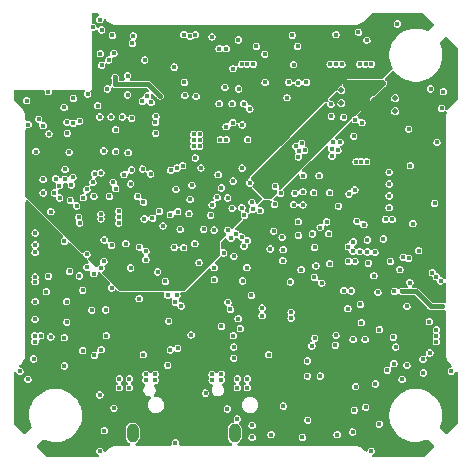
<source format=gbr>
%TF.GenerationSoftware,KiCad,Pcbnew,9.0.0-9.0.0-2~ubuntu24.04.1*%
%TF.CreationDate,2025-03-27T18:59:31+01:00*%
%TF.ProjectId,Kolibri v0.5,4b6f6c69-6272-4692-9076-302e352e6b69,rev?*%
%TF.SameCoordinates,Original*%
%TF.FileFunction,Copper,L4,Inr*%
%TF.FilePolarity,Positive*%
%FSLAX46Y46*%
G04 Gerber Fmt 4.6, Leading zero omitted, Abs format (unit mm)*
G04 Created by KiCad (PCBNEW 9.0.0-9.0.0-2~ubuntu24.04.1) date 2025-03-27 18:59:31*
%MOMM*%
%LPD*%
G01*
G04 APERTURE LIST*
%TA.AperFunction,ComponentPad*%
%ADD10O,1.000000X1.600000*%
%TD*%
%TA.AperFunction,HeatsinkPad*%
%ADD11C,0.500000*%
%TD*%
%TA.AperFunction,ViaPad*%
%ADD12C,0.450000*%
%TD*%
%TA.AperFunction,Conductor*%
%ADD13C,0.400000*%
%TD*%
G04 APERTURE END LIST*
D10*
%TO.N,GND*%
%TO.C,J1*%
X91280000Y-116747500D03*
X99920000Y-116747500D03*
%TD*%
D11*
%TO.N,GND*%
%TO.C,U7*%
X108950000Y-87700000D03*
X108950000Y-88800000D03*
%TD*%
%TO.N,GND*%
%TO.C,U6*%
X113512500Y-88387500D03*
X113512500Y-89487500D03*
%TD*%
D12*
%TO.N,GND*%
X94950000Y-96100000D03*
X106500000Y-99870000D03*
X87400000Y-101600000D03*
X110500000Y-85500000D03*
X86770000Y-103422604D03*
X90100000Y-97950000D03*
X83000000Y-108500000D03*
X98700000Y-91900000D03*
X96150000Y-96950000D03*
X108062500Y-88900000D03*
X103000000Y-116875000D03*
X91702513Y-96702513D03*
X113350000Y-108617500D03*
X91117500Y-102750000D03*
X82405546Y-112166206D03*
X106100000Y-115650000D03*
X113700000Y-82100000D03*
X92400000Y-111750000D03*
X101400000Y-117110000D03*
X117050000Y-92100000D03*
X90850000Y-86500000D03*
X116850000Y-97300000D03*
X92400000Y-112250000D03*
X94800000Y-101000000D03*
X84750000Y-95200000D03*
X91200000Y-90100000D03*
X96650000Y-88235000D03*
X117000000Y-108500000D03*
X99200000Y-84200000D03*
X100150000Y-112900000D03*
X89700000Y-114620000D03*
X92400000Y-101350000D03*
X108850000Y-92100000D03*
X105250000Y-84000000D03*
X109500000Y-106200000D03*
X88500000Y-89967500D03*
X106075000Y-110625000D03*
X85700000Y-107350000D03*
X113900000Y-102900000D03*
X105732500Y-94950000D03*
X101500000Y-85500000D03*
X83700000Y-95250000D03*
X105300000Y-100000000D03*
X109950000Y-108800000D03*
X85080000Y-95800000D03*
X101200000Y-95550000D03*
X112165000Y-115985000D03*
X88600000Y-98600000D03*
X91350000Y-83125000D03*
X88600000Y-98200000D03*
X100150000Y-112150000D03*
X104000000Y-102150000D03*
X117000000Y-108000000D03*
X84200000Y-91400000D03*
X108150000Y-93300000D03*
X88002500Y-96700000D03*
X89500000Y-104450000D03*
X89850000Y-92900000D03*
X85484998Y-89150000D03*
X101750000Y-84000000D03*
X94330000Y-107250000D03*
X96300000Y-95750000D03*
X104050000Y-114450000D03*
X98800000Y-111750000D03*
X90100000Y-98950000D03*
X104639412Y-103939412D03*
X118266206Y-111494454D03*
X88500000Y-113500000D03*
X110550000Y-105850000D03*
X85999998Y-97020000D03*
X86550000Y-97500000D03*
X101000000Y-112150000D03*
X84350000Y-108600000D03*
X101000000Y-85500000D03*
X95600000Y-101050000D03*
X91837500Y-105350000D03*
X90150000Y-112150000D03*
X84150000Y-103450000D03*
X97068939Y-94297663D03*
X117594454Y-87833794D03*
X88850000Y-102200000D03*
X88850000Y-92850000D03*
X91250000Y-83750000D03*
X91000000Y-112150000D03*
X102250000Y-106150000D03*
X87900000Y-82400000D03*
X92400000Y-102050000D03*
X112500000Y-100300000D03*
X88650000Y-82600000D03*
X111500000Y-85500000D03*
X92197487Y-97197487D03*
X105550000Y-102900000D03*
X113400000Y-110850000D03*
X96900000Y-102300000D03*
X86700000Y-98450000D03*
X85900000Y-92950000D03*
X87100000Y-96800000D03*
X106700000Y-108700000D03*
X117000000Y-109000000D03*
X98800000Y-112250000D03*
X107967500Y-96382379D03*
X104017500Y-101200000D03*
X108250000Y-92100000D03*
X99837500Y-109450000D03*
X92187500Y-110100000D03*
X83500000Y-108500000D03*
X93850000Y-99200000D03*
X83970000Y-104770000D03*
X114800000Y-94100000D03*
X95700000Y-88150000D03*
X89050000Y-108487500D03*
X101000000Y-112900000D03*
X88050000Y-110158648D03*
X89450000Y-89967500D03*
X98600000Y-84200000D03*
X85750000Y-91350000D03*
X108450000Y-109300000D03*
X103352450Y-95830640D03*
X100215000Y-107060000D03*
X106669064Y-103552000D03*
X88868144Y-100386702D03*
X83700000Y-96400000D03*
X102250000Y-106800000D03*
X89850000Y-91050000D03*
X84350000Y-98000000D03*
X84650000Y-96400000D03*
X104350000Y-88350000D03*
X96600000Y-83000000D03*
X99200000Y-90800000D03*
X108650000Y-92800000D03*
X91000000Y-112900000D03*
X97300000Y-99500000D03*
X90150000Y-112900000D03*
X106800000Y-102584000D03*
X109900000Y-116650000D03*
X90100000Y-98450000D03*
X98182500Y-99550000D03*
X83025000Y-107100000D03*
X88650000Y-85600000D03*
X110150000Y-112800000D03*
X108150000Y-92650000D03*
X110000000Y-91600000D03*
X96550000Y-100700000D03*
X95600000Y-83000000D03*
X115000000Y-99000000D03*
X83700000Y-90700000D03*
X90900000Y-93000000D03*
X95650000Y-87050000D03*
X114750000Y-104000000D03*
X108600000Y-116875000D03*
X88505546Y-118266206D03*
X111000000Y-85500000D03*
X90400000Y-89967500D03*
X105650000Y-117100000D03*
X96150000Y-83125000D03*
X87400000Y-102700000D03*
X99750000Y-90450000D03*
X82300000Y-88600000D03*
X100550000Y-90650000D03*
X86800000Y-98950000D03*
X88600000Y-102800000D03*
X86250000Y-88400000D03*
X103933743Y-100150615D03*
X106681876Y-101013589D03*
X88000000Y-103250000D03*
X100500000Y-85500000D03*
X99851004Y-101750000D03*
X99200000Y-91900000D03*
X108500000Y-108450000D03*
X83000000Y-109000000D03*
X87800000Y-106332500D03*
X83080000Y-92900000D03*
%TO.N,+1V1*%
X102925611Y-101145566D03*
X107950000Y-102400000D03*
X104700000Y-106500000D03*
X104700000Y-107000000D03*
X105300000Y-98832500D03*
%TO.N,+3V3*%
X114500000Y-95650000D03*
X83000000Y-99000000D03*
X97562500Y-109450000D03*
X101250000Y-108610000D03*
X91910000Y-108700000D03*
X106500000Y-98832500D03*
X112750000Y-92000000D03*
X103780000Y-105800000D03*
X102965359Y-102261869D03*
X96180000Y-107250000D03*
X113350000Y-107482500D03*
X98950000Y-102150000D03*
X101975000Y-105075002D03*
X105550000Y-104017500D03*
X93370000Y-107250000D03*
X107917500Y-101000000D03*
X107801522Y-103552000D03*
X105580360Y-111381512D03*
X110140000Y-113750000D03*
X107250000Y-108400000D03*
X102882500Y-100520000D03*
X107250000Y-109150000D03*
X112625000Y-88287500D03*
X112550000Y-101950000D03*
X102714710Y-98756025D03*
X83000000Y-98500000D03*
X105950000Y-109870000D03*
X88050000Y-108487500D03*
X111700000Y-88520000D03*
X87800000Y-109000000D03*
%TO.N,Net-(U1-XIN)*%
X107065002Y-94950000D03*
%TO.N,Net-(C15-Pad2)*%
X106600000Y-96382379D03*
X105700000Y-96302500D03*
%TO.N,+4V5*%
X99350000Y-105650000D03*
X87925000Y-95500000D03*
X103800000Y-96450000D03*
%TO.N,+5V*%
X108500000Y-85500000D03*
X117450000Y-89250000D03*
X98800000Y-95975000D03*
X109000000Y-85500000D03*
X88550000Y-84620000D03*
X110150000Y-87100000D03*
X85500000Y-100500000D03*
X108000000Y-85500000D03*
X110850000Y-87100000D03*
X89700000Y-84600000D03*
X111550000Y-87750000D03*
X102100000Y-95900000D03*
X100235000Y-83450000D03*
X82900000Y-110450000D03*
X112250000Y-87100000D03*
X102650000Y-95900000D03*
X115900000Y-111650000D03*
X83020000Y-99800000D03*
X94800000Y-85750000D03*
X102350000Y-96350000D03*
X88894454Y-116533794D03*
X111550000Y-87100000D03*
X100528824Y-97654690D03*
X84134442Y-87830577D03*
X111105546Y-83466206D03*
X102900000Y-96350000D03*
X89566206Y-83075000D03*
X110050000Y-114800000D03*
%TO.N,+3V3_ELRS*%
X89750000Y-99717500D03*
X98000000Y-100700000D03*
X96045286Y-94257055D03*
X86700000Y-92050000D03*
X93161009Y-93350726D03*
X89705642Y-94508060D03*
X93250000Y-89350000D03*
X90565002Y-103665002D03*
X96300000Y-99500000D03*
X108062500Y-87600000D03*
X89995000Y-88110602D03*
X91572315Y-94988691D03*
X97440002Y-95484998D03*
X87518321Y-88950000D03*
%TO.N,Net-(U3-CAP1)*%
X88309998Y-89020000D03*
%TO.N,VDD3P3*%
X86799538Y-90330408D03*
%TO.N,/ELRS/WIFI_ANTENNA*%
X83316798Y-90168183D03*
%TO.N,Net-(U3-XTAL_N)*%
X89150000Y-87600000D03*
%TO.N,Net-(C39-Pad2)*%
X87471446Y-88028554D03*
%TO.N,Net-(IC1-DCC_FB)*%
X98515000Y-94850000D03*
X95084999Y-97986677D03*
%TO.N,Net-(IC1-VR_PA)*%
X94474998Y-98241000D03*
%TO.N,Net-(IC3-DCC_FB)*%
X95037501Y-105075002D03*
X99600000Y-100250000D03*
X99317500Y-99550000D03*
%TO.N,Net-(IC3-VR_PA)*%
X93384998Y-103100000D03*
%TO.N,Net-(IC5-BOOT)*%
X109150000Y-90000000D03*
%TO.N,Net-(IC5-SW_1)*%
X108100000Y-89900000D03*
%TO.N,+5V_BUCK*%
X99322501Y-96832626D03*
X105300000Y-93350000D03*
X105600000Y-92200000D03*
X105850000Y-92800000D03*
X105100000Y-92450000D03*
X99787500Y-95400000D03*
X105337500Y-92850000D03*
%TO.N,VCC*%
X85700000Y-105600000D03*
X110200000Y-93750000D03*
X111800000Y-101447500D03*
X116650000Y-103150000D03*
X110650000Y-93750000D03*
X117350000Y-103850000D03*
X114650000Y-101950000D03*
X111150000Y-100390000D03*
X113250000Y-98650000D03*
X117000000Y-103500000D03*
X114189412Y-101860588D03*
X112700000Y-98650000D03*
X111100000Y-93750000D03*
X101017500Y-91900000D03*
%TO.N,Net-(IC6-BOOT)*%
X99700000Y-88850000D03*
%TO.N,Net-(IC6-SW_1)*%
X98600000Y-88850000D03*
%TO.N,+10V*%
X96450000Y-92450000D03*
X89800000Y-87200000D03*
X96450000Y-91950000D03*
X96950000Y-91950000D03*
X96950000Y-91450000D03*
X85950000Y-103050000D03*
X114600000Y-104750000D03*
X96950000Y-92450000D03*
X114100000Y-104750000D03*
X116500000Y-106000000D03*
X96450000Y-91450000D03*
X93600000Y-88200000D03*
X89800000Y-86600000D03*
X117500000Y-106000000D03*
X117000000Y-106000000D03*
%TO.N,/ADC/VBat_HI*%
X99837500Y-110399998D03*
X111150000Y-101400000D03*
X112050000Y-104800000D03*
%TO.N,/Video.In*%
X114500000Y-111000000D03*
%TO.N,Net-(U5-VIN)*%
X106450000Y-109350000D03*
%TO.N,Net-(U5-CLKIN)*%
X112173750Y-107973750D03*
%TO.N,Net-(U5-XFB)*%
X110965002Y-108800000D03*
%TO.N,Net-(D1-DOUT)*%
X116450000Y-109950000D03*
X100401509Y-107887149D03*
%TO.N,Net-(D3-DOUT)*%
X111494454Y-118266206D03*
X94900000Y-117575000D03*
%TO.N,Net-(D5-DOUT)*%
X82425000Y-90613746D03*
X81733793Y-111494456D03*
%TO.N,Net-(D7-DOUT)*%
X88505546Y-81733794D03*
X110400000Y-82800000D03*
%TO.N,/Connectors/LED*%
X108500000Y-83000000D03*
X116500000Y-87600000D03*
%TO.N,/ELRS/LED_RGB*%
X90550000Y-94850000D03*
%TO.N,/Spk.+*%
X87050000Y-104650000D03*
X83025000Y-103525000D03*
X83020000Y-103925000D03*
%TO.N,/Spk.-*%
X89000000Y-106300000D03*
X83020000Y-100810000D03*
X83020000Y-101450000D03*
%TO.N,Net-(D18-A)*%
X92800000Y-94800000D03*
%TO.N,/ELRS/RADIO_RST*%
X93550000Y-97975000D03*
X88063303Y-94785001D03*
%TO.N,/ELRS/RADIO_BUSY*%
X87400000Y-96100000D03*
X98010000Y-97415002D03*
%TO.N,/ELRS/RADIO_DIO1*%
X98439254Y-96771449D03*
X86250000Y-90500000D03*
%TO.N,/ELRS/RADIO_MISO*%
X85522492Y-95264361D03*
X95516382Y-94099448D03*
X92950000Y-98550000D03*
%TO.N,/ELRS/RADIO_MOSI*%
X95015002Y-94300000D03*
X86217049Y-95090597D03*
X95300000Y-99500000D03*
%TO.N,Net-(IC1-DCC_SW)*%
X96587500Y-93450000D03*
%TO.N,Net-(IC1-XTA)*%
X96050000Y-98150000D03*
%TO.N,Net-(IC1-XTB)*%
X97880723Y-98291201D03*
%TO.N,/ELRS/RADIO_SCK*%
X92250000Y-98600000D03*
X86088113Y-95727684D03*
X94500000Y-94500000D03*
%TO.N,/ELRS/RADIO_NSS*%
X88598419Y-94712517D03*
X91100000Y-95650000D03*
%TO.N,/ELRS/POWER_RXEN*%
X89835021Y-96038491D03*
%TO.N,/ELRS/POWER_TXEN*%
X89625000Y-95494912D03*
X89315002Y-96700000D03*
%TO.N,/ELRS/RADIO_NSS_2*%
X91850000Y-100999998D03*
X92850000Y-88750000D03*
%TO.N,/ELRS/RADIO_BUSY_2*%
X85713365Y-90439786D03*
X98200000Y-102734998D03*
%TO.N,/ELRS/RADIO_DIO1_2*%
X85559468Y-94420705D03*
X98991811Y-101475764D03*
%TO.N,/ELRS/RADIO_RST_2*%
X89250000Y-85150000D03*
X94900000Y-105650000D03*
%TO.N,/ELRS/POWER_RXEN_2*%
X89497500Y-100850000D03*
X93223534Y-91360294D03*
%TO.N,/ELRS/POWER_TXEN_2*%
X90700000Y-100700000D03*
X93215000Y-90441742D03*
%TO.N,Net-(IC5-FB)*%
X110142855Y-90194390D03*
%TO.N,Net-(IC5-RT{slash}SYNC)*%
X110700000Y-90450000D03*
%TO.N,Net-(IC6-FB)*%
X100700000Y-88850000D03*
%TO.N,Net-(IC6-RT{slash}SYNC)*%
X101200000Y-89300000D03*
%TO.N,Net-(J1-CC2)*%
X97450000Y-113350000D03*
X101400000Y-116090000D03*
%TO.N,+5V_USB*%
X98000000Y-112250000D03*
X99700000Y-97700000D03*
X93200000Y-111750000D03*
X98000000Y-111750000D03*
X93200000Y-112250000D03*
X102800000Y-110100000D03*
%TO.N,/USB.D+*%
X99300000Y-114700000D03*
X100150000Y-115550000D03*
%TO.N,/Motor.3*%
X100738175Y-98309565D03*
X113000000Y-95650000D03*
%TO.N,/Motor.1*%
X113000000Y-97650000D03*
X100500000Y-100150000D03*
%TO.N,/Motor.4*%
X101450025Y-97809565D03*
X113000000Y-94650000D03*
%TO.N,/Motor.2*%
X100027339Y-99866150D03*
X113000000Y-96650000D03*
%TO.N,/Connectors/Curr_ESC*%
X113100000Y-102200000D03*
X99800000Y-108500000D03*
X114650000Y-91000000D03*
%TO.N,/U1.TX*%
X104900000Y-85550000D03*
X110850000Y-99100000D03*
X106000000Y-87050000D03*
%TO.N,/U1.RX*%
X105300000Y-87100000D03*
X110250000Y-98800000D03*
X104800000Y-83050000D03*
%TO.N,/I2C0.SDA*%
X88617967Y-109678648D03*
X99775000Y-85875000D03*
X101003606Y-100438526D03*
%TO.N,/I2C0.SCL*%
X92300000Y-85150000D03*
X102450000Y-84650000D03*
X100700000Y-100909267D03*
X87050000Y-109750000D03*
%TO.N,/U2.TX*%
X100250000Y-87600000D03*
X110100000Y-96150000D03*
X98000000Y-83200000D03*
%TO.N,/U2.RX*%
X99100000Y-87450000D03*
X109600000Y-96500000D03*
%TO.N,/SWDIO*%
X105000000Y-96450000D03*
X102500000Y-87050000D03*
%TO.N,/SWCLK*%
X104500000Y-87050000D03*
X104900000Y-97400000D03*
%TO.N,/SD_DAT.0*%
X100600000Y-103850000D03*
X107301992Y-104035000D03*
X110100000Y-102200000D03*
%TO.N,/SD_DAT.3*%
X94250000Y-105075002D03*
X109950000Y-101350000D03*
X99551613Y-106271084D03*
%TO.N,/RP2350/SD_SCLK*%
X98200000Y-103750000D03*
X109950000Y-100550000D03*
%TO.N,/RP2350/SD_CMD*%
X95400000Y-105980000D03*
X109550000Y-100950000D03*
%TO.N,/SD_DAT.2*%
X110515000Y-101376000D03*
X98800000Y-107700000D03*
X94050000Y-103900000D03*
%TO.N,/PWM.1*%
X85090266Y-96832133D03*
%TO.N,/PWM.2*%
X83020000Y-105600000D03*
X92116103Y-94382695D03*
%TO.N,/PWM.3*%
X116400000Y-107300000D03*
X92100000Y-88650000D03*
%TO.N,/PWM.4*%
X115500000Y-101300000D03*
X93253338Y-89903102D03*
%TO.N,/U0.TX*%
X92500000Y-88200000D03*
X85500000Y-108650000D03*
X109150000Y-104675000D03*
%TO.N,/U0.RX*%
X109800000Y-104700000D03*
X90845000Y-88100000D03*
X85500000Y-111050000D03*
%TO.N,/Video.Out*%
X113450000Y-104750000D03*
X114500000Y-106000000D03*
%TO.N,Net-(U1-XOUT)*%
X105701178Y-97415001D03*
%TO.N,Net-(U4-PR1)*%
X100550000Y-94300000D03*
%TO.N,Net-(U5-HSYNC)*%
X106074064Y-111915995D03*
%TO.N,Net-(U5-VSYNC)*%
X107181855Y-111910000D03*
%TO.N,Net-(U5-LOS)*%
X111825000Y-112575000D03*
%TO.N,Net-(U1-QSPI_SS)*%
X110640002Y-107400000D03*
X111000000Y-114550000D03*
%TO.N,/ELRS/ELRS_BUTTON*%
X91185094Y-94454135D03*
%TO.N,/SD_DAT.1*%
X109550000Y-102200000D03*
%TO.N,/ADC.VBat*%
X111711504Y-103401728D03*
X101325098Y-105086471D03*
%TO.N,/Gyro/Int*%
X96225000Y-108425000D03*
X103208671Y-99638402D03*
%TO.N,/RP2350/Gyro_SS*%
X94250000Y-111000000D03*
X103312955Y-97382379D03*
%TO.N,/ADC.Curr*%
X100949159Y-102722257D03*
X111246066Y-102350000D03*
%TO.N,/SPI1.SCLK*%
X112850000Y-111415002D03*
X107158731Y-99334954D03*
%TO.N,/SPI1.MISO*%
X114100000Y-112200000D03*
X107877570Y-99851594D03*
%TO.N,/SPI1.MOSI*%
X115850000Y-110500000D03*
X108700000Y-97525002D03*
%TO.N,/RP2350/OSD_SS*%
X113550000Y-109450000D03*
X107700000Y-98850000D03*
%TO.N,/SPI0.SCLK*%
X101380319Y-97198143D03*
X94464353Y-109690450D03*
%TO.N,/SPI0.SDX*%
X102085000Y-97900000D03*
X95099000Y-109550000D03*
%TD*%
D13*
%TO.N,+3V3*%
X83000000Y-98550000D02*
X83350000Y-98900000D01*
X83000000Y-98500000D02*
X83000000Y-98550000D01*
%TO.N,+10V*%
X92600000Y-87200000D02*
X93600000Y-88200000D01*
X115250000Y-104750000D02*
X114600000Y-104750000D01*
X89800000Y-86600000D02*
X89800000Y-87200000D01*
X117500000Y-106000000D02*
X116500000Y-106000000D01*
X89800000Y-87200000D02*
X92600000Y-87200000D01*
X114600000Y-104750000D02*
X114100000Y-104750000D01*
X116500000Y-106000000D02*
X115250000Y-104750000D01*
%TD*%
%TA.AperFunction,Conductor*%
%TO.N,+3V3_ELRS*%
G36*
X88405126Y-81220185D02*
G01*
X88450881Y-81272989D01*
X88460825Y-81342147D01*
X88431800Y-81405703D01*
X88390615Y-81435399D01*
X88390807Y-81435730D01*
X88387545Y-81437613D01*
X88385536Y-81439062D01*
X88383766Y-81439794D01*
X88311831Y-81481328D01*
X88311822Y-81481334D01*
X88253086Y-81540070D01*
X88253080Y-81540079D01*
X88211549Y-81612010D01*
X88211548Y-81612011D01*
X88211547Y-81612016D01*
X88190046Y-81692258D01*
X88190046Y-81775330D01*
X88202198Y-81820681D01*
X88211548Y-81855576D01*
X88211549Y-81855577D01*
X88246255Y-81915687D01*
X88253084Y-81927515D01*
X88311825Y-81986256D01*
X88347796Y-82007024D01*
X88383762Y-82027790D01*
X88383763Y-82027791D01*
X88383765Y-82027791D01*
X88383768Y-82027793D01*
X88464010Y-82049294D01*
X88464013Y-82049294D01*
X88532617Y-82049294D01*
X88547082Y-82049294D01*
X88627324Y-82027793D01*
X88627326Y-82027791D01*
X88627328Y-82027791D01*
X88627329Y-82027790D01*
X88629115Y-82026759D01*
X88699267Y-81986256D01*
X88758008Y-81927515D01*
X88799545Y-81855572D01*
X88819668Y-81780470D01*
X88822825Y-81775290D01*
X88823259Y-81769233D01*
X88840799Y-81745802D01*
X88856030Y-81720814D01*
X88861492Y-81718160D01*
X88865131Y-81713300D01*
X88892550Y-81703073D01*
X88918877Y-81690284D01*
X88924906Y-81691004D01*
X88930595Y-81688883D01*
X88959190Y-81695103D01*
X88988252Y-81698578D01*
X88994452Y-81702774D01*
X88998868Y-81703735D01*
X89027122Y-81724886D01*
X89122917Y-81820681D01*
X89151118Y-81848882D01*
X89217927Y-81915690D01*
X89370801Y-82026760D01*
X89415027Y-82049294D01*
X89539163Y-82112545D01*
X89539165Y-82112545D01*
X89539168Y-82112547D01*
X89573312Y-82123641D01*
X89718881Y-82170940D01*
X89905514Y-82200500D01*
X89905519Y-82200500D01*
X110094486Y-82200500D01*
X110281118Y-82170940D01*
X110460832Y-82112547D01*
X110566976Y-82058464D01*
X113384500Y-82058464D01*
X113384500Y-82141536D01*
X113397455Y-82189883D01*
X113406002Y-82221782D01*
X113406003Y-82221783D01*
X113430132Y-82263574D01*
X113447538Y-82293721D01*
X113506279Y-82352462D01*
X113516675Y-82358464D01*
X113578216Y-82393996D01*
X113578217Y-82393997D01*
X113578219Y-82393997D01*
X113578222Y-82393999D01*
X113658464Y-82415500D01*
X113658467Y-82415500D01*
X113741533Y-82415500D01*
X113741536Y-82415500D01*
X113821778Y-82393999D01*
X113821780Y-82393997D01*
X113821782Y-82393997D01*
X113821783Y-82393996D01*
X113832383Y-82387876D01*
X113893721Y-82352462D01*
X113952462Y-82293721D01*
X113993999Y-82221778D01*
X114015500Y-82141536D01*
X114015500Y-82058464D01*
X113993999Y-81978222D01*
X113993997Y-81978219D01*
X113993997Y-81978217D01*
X113993996Y-81978216D01*
X113964719Y-81927508D01*
X113952462Y-81906279D01*
X113893721Y-81847538D01*
X113890496Y-81845676D01*
X113821783Y-81806003D01*
X113821782Y-81806002D01*
X113815201Y-81804238D01*
X113741536Y-81784500D01*
X113658464Y-81784500D01*
X113602484Y-81799500D01*
X113578217Y-81806002D01*
X113578216Y-81806003D01*
X113506285Y-81847534D01*
X113506276Y-81847540D01*
X113447540Y-81906276D01*
X113447534Y-81906285D01*
X113406003Y-81978216D01*
X113406002Y-81978217D01*
X113406001Y-81978222D01*
X113384500Y-82058464D01*
X110566976Y-82058464D01*
X110629199Y-82026760D01*
X110782073Y-81915690D01*
X110848882Y-81848882D01*
X110877083Y-81820681D01*
X111460945Y-81236819D01*
X111522268Y-81203334D01*
X111548626Y-81200500D01*
X115865588Y-81200500D01*
X115932627Y-81220185D01*
X115953269Y-81236819D01*
X116778768Y-82062318D01*
X116812253Y-82123641D01*
X116807269Y-82193333D01*
X116778768Y-82237680D01*
X116327609Y-82688839D01*
X116266286Y-82722324D01*
X116196594Y-82717340D01*
X116190653Y-82714947D01*
X116005246Y-82634638D01*
X116005242Y-82634637D01*
X116005238Y-82634635D01*
X115721006Y-82553797D01*
X115720999Y-82553796D01*
X115720996Y-82553795D01*
X115611344Y-82537735D01*
X115428597Y-82510969D01*
X115428588Y-82510968D01*
X115133102Y-82506902D01*
X115133093Y-82506902D01*
X114839628Y-82541663D01*
X114839616Y-82541665D01*
X114553263Y-82614652D01*
X114278956Y-82724604D01*
X114021453Y-82869619D01*
X113785226Y-83047180D01*
X113785223Y-83047183D01*
X113574348Y-83254224D01*
X113574343Y-83254229D01*
X113392483Y-83487151D01*
X113392482Y-83487152D01*
X113242768Y-83741944D01*
X113242767Y-83741947D01*
X113242765Y-83741951D01*
X113131138Y-84006285D01*
X113127797Y-84014197D01*
X113049567Y-84299167D01*
X113049566Y-84299173D01*
X113049566Y-84299174D01*
X113009425Y-84591958D01*
X113008408Y-84813714D01*
X113008069Y-84887487D01*
X113045520Y-85180610D01*
X113045523Y-85180623D01*
X113121134Y-85466299D01*
X113121134Y-85466300D01*
X113233602Y-85739594D01*
X113269058Y-85801224D01*
X113285426Y-85869150D01*
X113262473Y-85935141D01*
X113249257Y-85950740D01*
X112481818Y-86718181D01*
X112420495Y-86751666D01*
X112394137Y-86754500D01*
X109551362Y-86754500D01*
X109548069Y-86754676D01*
X109541157Y-86755046D01*
X109541139Y-86755048D01*
X109514800Y-86757880D01*
X109514791Y-86757882D01*
X109479239Y-86769014D01*
X109479238Y-86769014D01*
X109417912Y-86802501D01*
X109417907Y-86802504D01*
X109396155Y-86818787D01*
X109396141Y-86818799D01*
X109055812Y-87159128D01*
X109051898Y-87163282D01*
X109042124Y-87174296D01*
X109024890Y-87202196D01*
X108998920Y-87267065D01*
X108998799Y-87267567D01*
X108998541Y-87268013D01*
X108995627Y-87275293D01*
X108994579Y-87274873D01*
X108963861Y-87328075D01*
X108910391Y-87358101D01*
X108818576Y-87382703D01*
X108818571Y-87382705D01*
X108740928Y-87427531D01*
X108677531Y-87490928D01*
X108632705Y-87568571D01*
X108632703Y-87568576D01*
X108607621Y-87662180D01*
X108571255Y-87721840D01*
X108514207Y-87751251D01*
X108492216Y-87756035D01*
X108430892Y-87789519D01*
X108409140Y-87805802D01*
X108409129Y-87805811D01*
X107909682Y-88305258D01*
X107907273Y-88307754D01*
X107901264Y-88314209D01*
X107901255Y-88314220D01*
X107884280Y-88339623D01*
X107884276Y-88339629D01*
X107855254Y-88403177D01*
X107855253Y-88403182D01*
X107847620Y-88456276D01*
X107847596Y-88456445D01*
X107857540Y-88525603D01*
X107857541Y-88525605D01*
X107862038Y-88535453D01*
X107871979Y-88604611D01*
X107842953Y-88668166D01*
X107784174Y-88705939D01*
X107714304Y-88705937D01*
X107705909Y-88703143D01*
X107673149Y-88690924D01*
X107673148Y-88690923D01*
X107673146Y-88690923D01*
X107665393Y-88690368D01*
X107603456Y-88685938D01*
X107603452Y-88685939D01*
X107550876Y-88697376D01*
X107550873Y-88697378D01*
X107489550Y-88730863D01*
X107489545Y-88730866D01*
X107467796Y-88747146D01*
X107467783Y-88747158D01*
X106343906Y-89871036D01*
X104610693Y-91604247D01*
X104598816Y-91618719D01*
X104580119Y-91646702D01*
X104564698Y-91665492D01*
X103889257Y-92340935D01*
X103809156Y-92421036D01*
X101233772Y-94996418D01*
X101229858Y-95000572D01*
X101220092Y-95011576D01*
X101202862Y-95039469D01*
X101202858Y-95039478D01*
X101176892Y-95104336D01*
X101176890Y-95104343D01*
X101172803Y-95147147D01*
X101146835Y-95212012D01*
X101089920Y-95252539D01*
X101081461Y-95255133D01*
X101078221Y-95256001D01*
X101078216Y-95256003D01*
X101006285Y-95297534D01*
X101006276Y-95297540D01*
X100947540Y-95356276D01*
X100947534Y-95356285D01*
X100906003Y-95428216D01*
X100906002Y-95428217D01*
X100906001Y-95428222D01*
X100884500Y-95508464D01*
X100884500Y-95591536D01*
X100900825Y-95652462D01*
X100906002Y-95671782D01*
X100906003Y-95671783D01*
X100927182Y-95708464D01*
X100947538Y-95743721D01*
X101006279Y-95802462D01*
X101028861Y-95815500D01*
X101078216Y-95843996D01*
X101078217Y-95843997D01*
X101078219Y-95843997D01*
X101078222Y-95843999D01*
X101158464Y-95865500D01*
X101158467Y-95865500D01*
X101249663Y-95865500D01*
X101249663Y-95868054D01*
X101306086Y-95876842D01*
X101358351Y-95923212D01*
X101362090Y-95929599D01*
X101376617Y-95956203D01*
X101376620Y-95956208D01*
X101392900Y-95977957D01*
X101392912Y-95977970D01*
X102219789Y-96804847D01*
X102253274Y-96866170D01*
X102248290Y-96935862D01*
X102219789Y-96980209D01*
X101907500Y-97292498D01*
X101846177Y-97325983D01*
X101776485Y-97320999D01*
X101720552Y-97279127D01*
X101696135Y-97213663D01*
X101695819Y-97204817D01*
X101695819Y-97156609D01*
X101695819Y-97156607D01*
X101674318Y-97076365D01*
X101674316Y-97076362D01*
X101674316Y-97076360D01*
X101674315Y-97076359D01*
X101645441Y-97026349D01*
X101632781Y-97004422D01*
X101574040Y-96945681D01*
X101570815Y-96943819D01*
X101502102Y-96904146D01*
X101502101Y-96904145D01*
X101495520Y-96902381D01*
X101421855Y-96882643D01*
X101338783Y-96882643D01*
X101288054Y-96896236D01*
X101258536Y-96904145D01*
X101258535Y-96904146D01*
X101186604Y-96945677D01*
X101186595Y-96945683D01*
X101127859Y-97004419D01*
X101127853Y-97004428D01*
X101086322Y-97076359D01*
X101086321Y-97076360D01*
X101081596Y-97093996D01*
X101064819Y-97156607D01*
X101064819Y-97239679D01*
X101082664Y-97306276D01*
X101086321Y-97319925D01*
X101086322Y-97319926D01*
X101109860Y-97360693D01*
X101127857Y-97391864D01*
X101127859Y-97391866D01*
X101187650Y-97451657D01*
X101221135Y-97512980D01*
X101216151Y-97582672D01*
X101198349Y-97614819D01*
X101197562Y-97615844D01*
X101156028Y-97687781D01*
X101156027Y-97687782D01*
X101151145Y-97706002D01*
X101134525Y-97768029D01*
X101134525Y-97851101D01*
X101138222Y-97864899D01*
X101156024Y-97931337D01*
X101157305Y-97934428D01*
X101157608Y-97937248D01*
X101158130Y-97939195D01*
X101157826Y-97939276D01*
X101159443Y-97954303D01*
X101166430Y-97973031D01*
X101163103Y-97988330D01*
X101164778Y-98003897D01*
X101155832Y-98021771D01*
X101151585Y-98041306D01*
X101134898Y-98063600D01*
X101133508Y-98066378D01*
X101130436Y-98069562D01*
X101125085Y-98074914D01*
X101063765Y-98108405D01*
X100994073Y-98103427D01*
X100949715Y-98074922D01*
X100931898Y-98057105D01*
X100931896Y-98057103D01*
X100914881Y-98047279D01*
X100859958Y-98015568D01*
X100852449Y-98012458D01*
X100853428Y-98010091D01*
X100804678Y-97980375D01*
X100774150Y-97917527D01*
X100782447Y-97848152D01*
X100789036Y-97834986D01*
X100822823Y-97776468D01*
X100844324Y-97696226D01*
X100844324Y-97613154D01*
X100822823Y-97532912D01*
X100822821Y-97532909D01*
X100822821Y-97532907D01*
X100822820Y-97532906D01*
X100798904Y-97491484D01*
X100781286Y-97460969D01*
X100722545Y-97402228D01*
X100704598Y-97391866D01*
X100650607Y-97360693D01*
X100650606Y-97360692D01*
X100642291Y-97358464D01*
X100570360Y-97339190D01*
X100487288Y-97339190D01*
X100430882Y-97354303D01*
X100407041Y-97360692D01*
X100407040Y-97360693D01*
X100335109Y-97402224D01*
X100335100Y-97402230D01*
X100276364Y-97460966D01*
X100276358Y-97460975D01*
X100234827Y-97532906D01*
X100234824Y-97532913D01*
X100227402Y-97560613D01*
X100191037Y-97620273D01*
X100128190Y-97650801D01*
X100058814Y-97642506D01*
X100004937Y-97598020D01*
X99998066Y-97585259D01*
X99998064Y-97585261D01*
X99965131Y-97528222D01*
X99952462Y-97506279D01*
X99893721Y-97447538D01*
X99890496Y-97445676D01*
X99821783Y-97406003D01*
X99821782Y-97406002D01*
X99811414Y-97403224D01*
X99741536Y-97384500D01*
X99658464Y-97384500D01*
X99609806Y-97397538D01*
X99578217Y-97406002D01*
X99578216Y-97406003D01*
X99506285Y-97447534D01*
X99506276Y-97447540D01*
X99447540Y-97506276D01*
X99447534Y-97506285D01*
X99406003Y-97578216D01*
X99406002Y-97578217D01*
X99400696Y-97598020D01*
X99384500Y-97658464D01*
X99384500Y-97741536D01*
X99398278Y-97792956D01*
X99406002Y-97821782D01*
X99406003Y-97821783D01*
X99438589Y-97878222D01*
X99447538Y-97893721D01*
X99506279Y-97952462D01*
X99517451Y-97958912D01*
X99578216Y-97993996D01*
X99578217Y-97993997D01*
X99578219Y-97993997D01*
X99578222Y-97993999D01*
X99658464Y-98015500D01*
X99658467Y-98015500D01*
X99741533Y-98015500D01*
X99741536Y-98015500D01*
X99821778Y-97993999D01*
X99821780Y-97993997D01*
X99821782Y-97993997D01*
X99821783Y-97993996D01*
X99831233Y-97988540D01*
X99893721Y-97952462D01*
X99952462Y-97893721D01*
X99986654Y-97834500D01*
X99993996Y-97821784D01*
X99993996Y-97821782D01*
X99993999Y-97821778D01*
X100001422Y-97794074D01*
X100037783Y-97734419D01*
X100100629Y-97703888D01*
X100170005Y-97712182D01*
X100223884Y-97756666D01*
X100230756Y-97769430D01*
X100230760Y-97769429D01*
X100268330Y-97834500D01*
X100276362Y-97848411D01*
X100335103Y-97907152D01*
X100353073Y-97917527D01*
X100407040Y-97948686D01*
X100407042Y-97948687D01*
X100407046Y-97948689D01*
X100407049Y-97948689D01*
X100414550Y-97951797D01*
X100413568Y-97954167D01*
X100462304Y-97983861D01*
X100492844Y-98046703D01*
X100484561Y-98116080D01*
X100477951Y-98129288D01*
X100454782Y-98169418D01*
X100444176Y-98187787D01*
X100422675Y-98268029D01*
X100422675Y-98351101D01*
X100439257Y-98412984D01*
X100444177Y-98431347D01*
X100444178Y-98431348D01*
X100478927Y-98491533D01*
X100485713Y-98503286D01*
X100485715Y-98503288D01*
X100503532Y-98521105D01*
X100537017Y-98582428D01*
X100532033Y-98652120D01*
X100503532Y-98696467D01*
X99784433Y-99415565D01*
X99723110Y-99449050D01*
X99653418Y-99444066D01*
X99597485Y-99402194D01*
X99589366Y-99389886D01*
X99569964Y-99356282D01*
X99569959Y-99356276D01*
X99511223Y-99297540D01*
X99511221Y-99297538D01*
X99504085Y-99293418D01*
X99439283Y-99256003D01*
X99439282Y-99256002D01*
X99426070Y-99252462D01*
X99359036Y-99234500D01*
X99275964Y-99234500D01*
X99227321Y-99247534D01*
X99195717Y-99256002D01*
X99195716Y-99256003D01*
X99123785Y-99297534D01*
X99123776Y-99297540D01*
X99065040Y-99356276D01*
X99065034Y-99356285D01*
X99023503Y-99428216D01*
X99023502Y-99428217D01*
X99019091Y-99444681D01*
X99002000Y-99508464D01*
X99002000Y-99591536D01*
X99010105Y-99621783D01*
X99023502Y-99671782D01*
X99023503Y-99671783D01*
X99036171Y-99693723D01*
X99065038Y-99743721D01*
X99123779Y-99802462D01*
X99136935Y-99810058D01*
X99157386Y-99821866D01*
X99205601Y-99872433D01*
X99218823Y-99941040D01*
X99192855Y-100005905D01*
X99183066Y-100016933D01*
X98700000Y-100499999D01*
X98700000Y-101329497D01*
X98695775Y-101361585D01*
X98676311Y-101434228D01*
X98676311Y-101434230D01*
X98676311Y-101517299D01*
X98695775Y-101589941D01*
X98700000Y-101622034D01*
X98700000Y-101648638D01*
X98680315Y-101715677D01*
X98663681Y-101736319D01*
X95736319Y-104663681D01*
X95674996Y-104697166D01*
X95648638Y-104700000D01*
X90251362Y-104700000D01*
X90184323Y-104680315D01*
X90163681Y-104663681D01*
X89358464Y-103858464D01*
X93734500Y-103858464D01*
X93734500Y-103941536D01*
X93743725Y-103975964D01*
X93756002Y-104021782D01*
X93756003Y-104021783D01*
X93777512Y-104059036D01*
X93797538Y-104093721D01*
X93856279Y-104152462D01*
X93878861Y-104165500D01*
X93928216Y-104193996D01*
X93928217Y-104193997D01*
X93928219Y-104193997D01*
X93928222Y-104193999D01*
X94008464Y-104215500D01*
X94008467Y-104215500D01*
X94091533Y-104215500D01*
X94091536Y-104215500D01*
X94171778Y-104193999D01*
X94171780Y-104193997D01*
X94171782Y-104193997D01*
X94171783Y-104193996D01*
X94243721Y-104152462D01*
X94302462Y-104093721D01*
X94343999Y-104021778D01*
X94365500Y-103941536D01*
X94365500Y-103858464D01*
X94343999Y-103778222D01*
X94343997Y-103778219D01*
X94343997Y-103778217D01*
X94343996Y-103778216D01*
X94310095Y-103719500D01*
X94302462Y-103706279D01*
X94243721Y-103647538D01*
X94237110Y-103643721D01*
X94171783Y-103606003D01*
X94171782Y-103606002D01*
X94165201Y-103604238D01*
X94091536Y-103584500D01*
X94008464Y-103584500D01*
X93959806Y-103597538D01*
X93928217Y-103606002D01*
X93928216Y-103606003D01*
X93856285Y-103647534D01*
X93856276Y-103647540D01*
X93797540Y-103706276D01*
X93797534Y-103706285D01*
X93756003Y-103778216D01*
X93756002Y-103778217D01*
X93749302Y-103803222D01*
X93734500Y-103858464D01*
X89358464Y-103858464D01*
X88755037Y-103255037D01*
X88721552Y-103193714D01*
X88726536Y-103124022D01*
X88768408Y-103068089D01*
X88780708Y-103059974D01*
X88793721Y-103052462D01*
X88852462Y-102993721D01*
X88893999Y-102921778D01*
X88915500Y-102841536D01*
X88915500Y-102758464D01*
X88902102Y-102708464D01*
X90802000Y-102708464D01*
X90802000Y-102791536D01*
X90821738Y-102865201D01*
X90823502Y-102871782D01*
X90823503Y-102871783D01*
X90843420Y-102906279D01*
X90865038Y-102943721D01*
X90923779Y-103002462D01*
X90934175Y-103008464D01*
X90995716Y-103043996D01*
X90995717Y-103043997D01*
X90995719Y-103043997D01*
X90995722Y-103043999D01*
X91075964Y-103065500D01*
X91075967Y-103065500D01*
X91159033Y-103065500D01*
X91159036Y-103065500D01*
X91185294Y-103058464D01*
X93069498Y-103058464D01*
X93069498Y-103141536D01*
X93087709Y-103209500D01*
X93091000Y-103221782D01*
X93091001Y-103221783D01*
X93119867Y-103271778D01*
X93132536Y-103293721D01*
X93191277Y-103352462D01*
X93204666Y-103360192D01*
X93263214Y-103393996D01*
X93263215Y-103393997D01*
X93263217Y-103393997D01*
X93263220Y-103393999D01*
X93343462Y-103415500D01*
X93343465Y-103415500D01*
X93426531Y-103415500D01*
X93426534Y-103415500D01*
X93506776Y-103393999D01*
X93506778Y-103393997D01*
X93506780Y-103393997D01*
X93506781Y-103393996D01*
X93578719Y-103352462D01*
X93637460Y-103293721D01*
X93678997Y-103221778D01*
X93700498Y-103141536D01*
X93700498Y-103058464D01*
X93678997Y-102978222D01*
X93678995Y-102978219D01*
X93678995Y-102978217D01*
X93678994Y-102978216D01*
X93646411Y-102921782D01*
X93637460Y-102906279D01*
X93578719Y-102847538D01*
X93572652Y-102844035D01*
X93506781Y-102806003D01*
X93506780Y-102806002D01*
X93500199Y-102804238D01*
X93426534Y-102784500D01*
X93343462Y-102784500D01*
X93294804Y-102797538D01*
X93263215Y-102806002D01*
X93263214Y-102806003D01*
X93191283Y-102847534D01*
X93191274Y-102847540D01*
X93132538Y-102906276D01*
X93132532Y-102906285D01*
X93091001Y-102978216D01*
X93091000Y-102978217D01*
X93085823Y-102997538D01*
X93069498Y-103058464D01*
X91185294Y-103058464D01*
X91239278Y-103043999D01*
X91239280Y-103043997D01*
X91239282Y-103043997D01*
X91239283Y-103043996D01*
X91250089Y-103037757D01*
X91311221Y-103002462D01*
X91369962Y-102943721D01*
X91411499Y-102871778D01*
X91433000Y-102791536D01*
X91433000Y-102708464D01*
X91411499Y-102628222D01*
X91411497Y-102628219D01*
X91411497Y-102628217D01*
X91411496Y-102628216D01*
X91382631Y-102578222D01*
X91369962Y-102556279D01*
X91311221Y-102497538D01*
X91288639Y-102484500D01*
X91239283Y-102456003D01*
X91239282Y-102456002D01*
X91232701Y-102454238D01*
X91159036Y-102434500D01*
X91075964Y-102434500D01*
X91027306Y-102447538D01*
X90995717Y-102456002D01*
X90995716Y-102456003D01*
X90923785Y-102497534D01*
X90923776Y-102497540D01*
X90865040Y-102556276D01*
X90865034Y-102556285D01*
X90823503Y-102628216D01*
X90823502Y-102628217D01*
X90819015Y-102644962D01*
X90802000Y-102708464D01*
X88902102Y-102708464D01*
X88893999Y-102678222D01*
X88886583Y-102665377D01*
X88882553Y-102652961D01*
X88881919Y-102630561D01*
X88876635Y-102608780D01*
X88880950Y-102596309D01*
X88880578Y-102583119D01*
X88892156Y-102563931D01*
X88899486Y-102542753D01*
X88909859Y-102534595D01*
X88916677Y-102523297D01*
X88936790Y-102513415D01*
X88954407Y-102499561D01*
X88968387Y-102494907D01*
X88971778Y-102493999D01*
X88971782Y-102493996D01*
X88971784Y-102493996D01*
X89010265Y-102471778D01*
X89043721Y-102452462D01*
X89102462Y-102393721D01*
X89143999Y-102321778D01*
X89165500Y-102241536D01*
X89165500Y-102158464D01*
X89143999Y-102078222D01*
X89143997Y-102078219D01*
X89143997Y-102078217D01*
X89143996Y-102078216D01*
X89104268Y-102009407D01*
X89102462Y-102006279D01*
X89043721Y-101947538D01*
X89037110Y-101943721D01*
X88971783Y-101906003D01*
X88971782Y-101906002D01*
X88957309Y-101902124D01*
X88891536Y-101884500D01*
X88808464Y-101884500D01*
X88759806Y-101897538D01*
X88728217Y-101906002D01*
X88728216Y-101906003D01*
X88656285Y-101947534D01*
X88656276Y-101947540D01*
X88597540Y-102006276D01*
X88597534Y-102006285D01*
X88556003Y-102078216D01*
X88556002Y-102078217D01*
X88556001Y-102078222D01*
X88534500Y-102158464D01*
X88534500Y-102241536D01*
X88554238Y-102315201D01*
X88556002Y-102321782D01*
X88556003Y-102321783D01*
X88556892Y-102323323D01*
X88557247Y-102324786D01*
X88559113Y-102329292D01*
X88558410Y-102329582D01*
X88573363Y-102391224D01*
X88550510Y-102457250D01*
X88495588Y-102500440D01*
X88481608Y-102505093D01*
X88478224Y-102505999D01*
X88478216Y-102506003D01*
X88406285Y-102547534D01*
X88406276Y-102547540D01*
X88347540Y-102606276D01*
X88347533Y-102606285D01*
X88340027Y-102619286D01*
X88289458Y-102667499D01*
X88220850Y-102680719D01*
X88155986Y-102654748D01*
X88144962Y-102644962D01*
X87555037Y-102055037D01*
X87521552Y-101993714D01*
X87526536Y-101924022D01*
X87568408Y-101868089D01*
X87580708Y-101859974D01*
X87593721Y-101852462D01*
X87652462Y-101793721D01*
X87693999Y-101721778D01*
X87715500Y-101641536D01*
X87715500Y-101558464D01*
X87693999Y-101478222D01*
X87693997Y-101478219D01*
X87693997Y-101478217D01*
X87693996Y-101478216D01*
X87668599Y-101434228D01*
X87652462Y-101406279D01*
X87593721Y-101347538D01*
X87587586Y-101343996D01*
X87521783Y-101306003D01*
X87521782Y-101306002D01*
X87515201Y-101304238D01*
X87441536Y-101284500D01*
X87358464Y-101284500D01*
X87302058Y-101299613D01*
X87278217Y-101306002D01*
X87278216Y-101306003D01*
X87206285Y-101347534D01*
X87206276Y-101347540D01*
X87147540Y-101406276D01*
X87147533Y-101406285D01*
X87140027Y-101419286D01*
X87089458Y-101467499D01*
X87020850Y-101480719D01*
X86955986Y-101454748D01*
X86944962Y-101444962D01*
X85845166Y-100345166D01*
X88552644Y-100345166D01*
X88552644Y-100428238D01*
X88572382Y-100501903D01*
X88574146Y-100508484D01*
X88574147Y-100508485D01*
X88601582Y-100556002D01*
X88615682Y-100580423D01*
X88674423Y-100639164D01*
X88709360Y-100659335D01*
X88746360Y-100680698D01*
X88746361Y-100680699D01*
X88746363Y-100680699D01*
X88746366Y-100680701D01*
X88826608Y-100702202D01*
X88826611Y-100702202D01*
X88909677Y-100702202D01*
X88909680Y-100702202D01*
X88989922Y-100680701D01*
X88998392Y-100675810D01*
X89066289Y-100659335D01*
X89132317Y-100682184D01*
X89175511Y-100737102D01*
X89181540Y-100800207D01*
X89183061Y-100800408D01*
X89182000Y-100808462D01*
X89182000Y-100808464D01*
X89182000Y-100891536D01*
X89199934Y-100958466D01*
X89203502Y-100971782D01*
X89203503Y-100971783D01*
X89222524Y-101004727D01*
X89245038Y-101043721D01*
X89303779Y-101102462D01*
X89317892Y-101110610D01*
X89375716Y-101143996D01*
X89375717Y-101143997D01*
X89375719Y-101143997D01*
X89375722Y-101143999D01*
X89455964Y-101165500D01*
X89455967Y-101165500D01*
X89539033Y-101165500D01*
X89539036Y-101165500D01*
X89619278Y-101143999D01*
X89619280Y-101143997D01*
X89619282Y-101143997D01*
X89619283Y-101143996D01*
X89691221Y-101102462D01*
X89749962Y-101043721D01*
X89791499Y-100971778D01*
X89813000Y-100891536D01*
X89813000Y-100808464D01*
X89791499Y-100728222D01*
X89791497Y-100728219D01*
X89791497Y-100728217D01*
X89791496Y-100728216D01*
X89782329Y-100712338D01*
X89761239Y-100675811D01*
X89751224Y-100658464D01*
X90384500Y-100658464D01*
X90384500Y-100741536D01*
X90402434Y-100808466D01*
X90406002Y-100821782D01*
X90406003Y-100821783D01*
X90438588Y-100878220D01*
X90447538Y-100893721D01*
X90506279Y-100952462D01*
X90528612Y-100965356D01*
X90578216Y-100993996D01*
X90578217Y-100993997D01*
X90578219Y-100993997D01*
X90578222Y-100993999D01*
X90658464Y-101015500D01*
X90658467Y-101015500D01*
X90741533Y-101015500D01*
X90741536Y-101015500D01*
X90821778Y-100993999D01*
X90821780Y-100993997D01*
X90821782Y-100993997D01*
X90821783Y-100993996D01*
X90838230Y-100984500D01*
X90883329Y-100958462D01*
X91534500Y-100958462D01*
X91534500Y-101041534D01*
X91549507Y-101097540D01*
X91556002Y-101121780D01*
X91556003Y-101121781D01*
X91590636Y-101181765D01*
X91597538Y-101193719D01*
X91656279Y-101252460D01*
X91692250Y-101273228D01*
X91728216Y-101293994D01*
X91728217Y-101293995D01*
X91728219Y-101293995D01*
X91728222Y-101293997D01*
X91808464Y-101315498D01*
X91808467Y-101315498D01*
X91891534Y-101315498D01*
X91891536Y-101315498D01*
X91932789Y-101304444D01*
X92002638Y-101306105D01*
X92060501Y-101345267D01*
X92084657Y-101392122D01*
X92097898Y-101441536D01*
X92106002Y-101471782D01*
X92106003Y-101471783D01*
X92134869Y-101521778D01*
X92147538Y-101543721D01*
X92147540Y-101543723D01*
X92212026Y-101608209D01*
X92210852Y-101609382D01*
X92246391Y-101658055D01*
X92250544Y-101727801D01*
X92216331Y-101788720D01*
X92207085Y-101796731D01*
X92147540Y-101856276D01*
X92147534Y-101856285D01*
X92106003Y-101928216D01*
X92106002Y-101928217D01*
X92106001Y-101928222D01*
X92084500Y-102008464D01*
X92084500Y-102091536D01*
X92102434Y-102158466D01*
X92106002Y-102171782D01*
X92106003Y-102171783D01*
X92138589Y-102228222D01*
X92147538Y-102243721D01*
X92206279Y-102302462D01*
X92216675Y-102308464D01*
X92278216Y-102343996D01*
X92278217Y-102343997D01*
X92278219Y-102343997D01*
X92278222Y-102343999D01*
X92358464Y-102365500D01*
X92358467Y-102365500D01*
X92441533Y-102365500D01*
X92441536Y-102365500D01*
X92521778Y-102343999D01*
X92521780Y-102343997D01*
X92521782Y-102343997D01*
X92521783Y-102343996D01*
X92593721Y-102302462D01*
X92637719Y-102258464D01*
X96584500Y-102258464D01*
X96584500Y-102341536D01*
X96597561Y-102390279D01*
X96606002Y-102421782D01*
X96606003Y-102421783D01*
X96631244Y-102465500D01*
X96647538Y-102493721D01*
X96706279Y-102552462D01*
X96712901Y-102556285D01*
X96778216Y-102593996D01*
X96778217Y-102593997D01*
X96778219Y-102593997D01*
X96778222Y-102593999D01*
X96858464Y-102615500D01*
X96858467Y-102615500D01*
X96941533Y-102615500D01*
X96941536Y-102615500D01*
X97021778Y-102593999D01*
X97021780Y-102593997D01*
X97021782Y-102593997D01*
X97021783Y-102593996D01*
X97093721Y-102552462D01*
X97152462Y-102493721D01*
X97193999Y-102421778D01*
X97215500Y-102341536D01*
X97215500Y-102258464D01*
X97193999Y-102178222D01*
X97193997Y-102178219D01*
X97193997Y-102178217D01*
X97193996Y-102178216D01*
X97156371Y-102113050D01*
X97152462Y-102106279D01*
X97093721Y-102047538D01*
X97071139Y-102034500D01*
X97021783Y-102006003D01*
X97021782Y-102006002D01*
X97008570Y-102002462D01*
X96941536Y-101984500D01*
X96858464Y-101984500D01*
X96802058Y-101999613D01*
X96778217Y-102006002D01*
X96778216Y-102006003D01*
X96706285Y-102047534D01*
X96706276Y-102047540D01*
X96647540Y-102106276D01*
X96647534Y-102106285D01*
X96606003Y-102178216D01*
X96606002Y-102178217D01*
X96606001Y-102178222D01*
X96584500Y-102258464D01*
X92637719Y-102258464D01*
X92652462Y-102243721D01*
X92693999Y-102171778D01*
X92715500Y-102091536D01*
X92715500Y-102008464D01*
X92693999Y-101928222D01*
X92693997Y-101928219D01*
X92693997Y-101928217D01*
X92693996Y-101928216D01*
X92668756Y-101884500D01*
X92652462Y-101856279D01*
X92593721Y-101797538D01*
X92587974Y-101791791D01*
X92589148Y-101790616D01*
X92553612Y-101741956D01*
X92549452Y-101672210D01*
X92583660Y-101611287D01*
X92592915Y-101603267D01*
X92593718Y-101602463D01*
X92593721Y-101602462D01*
X92652462Y-101543721D01*
X92693999Y-101471778D01*
X92715500Y-101391536D01*
X92715500Y-101308464D01*
X92693999Y-101228222D01*
X92693997Y-101228219D01*
X92693997Y-101228217D01*
X92693996Y-101228216D01*
X92667473Y-101182279D01*
X92652462Y-101156279D01*
X92593721Y-101097538D01*
X92590473Y-101095662D01*
X92524762Y-101057723D01*
X92524761Y-101057723D01*
X92521780Y-101056002D01*
X92521779Y-101056001D01*
X92521778Y-101056001D01*
X92441536Y-101034500D01*
X92358464Y-101034500D01*
X92358462Y-101034500D01*
X92317208Y-101045554D01*
X92247358Y-101043891D01*
X92189496Y-101004727D01*
X92165646Y-100958464D01*
X94484500Y-100958464D01*
X94484500Y-101041536D01*
X94501774Y-101106001D01*
X94506002Y-101121782D01*
X94506003Y-101121783D01*
X94531244Y-101165500D01*
X94547538Y-101193721D01*
X94606279Y-101252462D01*
X94632055Y-101267344D01*
X94678216Y-101293996D01*
X94678217Y-101293997D01*
X94678219Y-101293997D01*
X94678222Y-101293999D01*
X94758464Y-101315500D01*
X94758467Y-101315500D01*
X94841533Y-101315500D01*
X94841536Y-101315500D01*
X94921778Y-101293999D01*
X94921780Y-101293997D01*
X94921782Y-101293997D01*
X94921783Y-101293996D01*
X94921785Y-101293995D01*
X94993721Y-101252462D01*
X95052462Y-101193721D01*
X95079967Y-101146080D01*
X95130534Y-101097865D01*
X95199141Y-101084642D01*
X95264006Y-101110610D01*
X95302372Y-101164489D01*
X95302893Y-101164274D01*
X95303829Y-101166536D01*
X95304534Y-101167525D01*
X95305375Y-101170266D01*
X95306003Y-101171783D01*
X95338589Y-101228222D01*
X95347538Y-101243721D01*
X95406279Y-101302462D01*
X95428856Y-101315497D01*
X95478216Y-101343996D01*
X95478217Y-101343997D01*
X95478219Y-101343997D01*
X95478222Y-101343999D01*
X95558464Y-101365500D01*
X95558467Y-101365500D01*
X95641533Y-101365500D01*
X95641536Y-101365500D01*
X95721778Y-101343999D01*
X95721780Y-101343997D01*
X95721782Y-101343997D01*
X95721783Y-101343996D01*
X95729939Y-101339287D01*
X95793721Y-101302462D01*
X95852462Y-101243721D01*
X95893999Y-101171778D01*
X95915500Y-101091536D01*
X95915500Y-101008464D01*
X95893999Y-100928222D01*
X95893997Y-100928219D01*
X95893997Y-100928217D01*
X95893996Y-100928216D01*
X95870968Y-100888332D01*
X95852462Y-100856279D01*
X95793721Y-100797538D01*
X95776316Y-100787489D01*
X95724762Y-100757723D01*
X95724761Y-100757723D01*
X95721780Y-100756002D01*
X95721779Y-100756001D01*
X95721778Y-100756001D01*
X95641536Y-100734500D01*
X95558464Y-100734500D01*
X95509806Y-100747538D01*
X95478217Y-100756002D01*
X95478216Y-100756003D01*
X95406285Y-100797534D01*
X95406276Y-100797540D01*
X95347540Y-100856276D01*
X95347535Y-100856282D01*
X95320031Y-100903920D01*
X95269463Y-100952135D01*
X95200855Y-100965356D01*
X95135991Y-100939387D01*
X95097627Y-100885510D01*
X95097107Y-100885726D01*
X95096169Y-100883463D01*
X95095464Y-100882472D01*
X95094622Y-100879727D01*
X95093999Y-100878225D01*
X95093999Y-100878222D01*
X95093994Y-100878214D01*
X95061411Y-100821779D01*
X95052462Y-100806279D01*
X94993721Y-100747538D01*
X94987110Y-100743721D01*
X94921783Y-100706003D01*
X94921782Y-100706002D01*
X94907600Y-100702202D01*
X94841536Y-100684500D01*
X94758464Y-100684500D01*
X94709806Y-100697538D01*
X94678217Y-100706002D01*
X94678216Y-100706003D01*
X94606285Y-100747534D01*
X94606276Y-100747540D01*
X94547540Y-100806276D01*
X94547534Y-100806285D01*
X94506003Y-100878216D01*
X94506002Y-100878217D01*
X94504319Y-100884500D01*
X94484500Y-100958464D01*
X92165646Y-100958464D01*
X92165342Y-100957875D01*
X92143999Y-100878220D01*
X92131329Y-100856276D01*
X92115132Y-100828222D01*
X92102462Y-100806277D01*
X92043721Y-100747536D01*
X92025649Y-100737102D01*
X91971783Y-100706001D01*
X91971782Y-100706000D01*
X91965201Y-100704236D01*
X91891536Y-100684498D01*
X91808464Y-100684498D01*
X91752058Y-100699611D01*
X91728217Y-100706000D01*
X91728216Y-100706001D01*
X91656285Y-100747532D01*
X91656276Y-100747538D01*
X91597540Y-100806274D01*
X91597534Y-100806283D01*
X91556003Y-100878214D01*
X91556002Y-100878215D01*
X91553292Y-100888331D01*
X91534500Y-100958462D01*
X90883329Y-100958462D01*
X90893721Y-100952462D01*
X90952462Y-100893721D01*
X90993999Y-100821778D01*
X91015500Y-100741536D01*
X91015500Y-100658464D01*
X96234500Y-100658464D01*
X96234500Y-100741536D01*
X96252434Y-100808466D01*
X96256002Y-100821782D01*
X96256003Y-100821783D01*
X96288588Y-100878220D01*
X96297538Y-100893721D01*
X96356279Y-100952462D01*
X96378612Y-100965356D01*
X96428216Y-100993996D01*
X96428217Y-100993997D01*
X96428219Y-100993997D01*
X96428222Y-100993999D01*
X96508464Y-101015500D01*
X96508467Y-101015500D01*
X96591533Y-101015500D01*
X96591536Y-101015500D01*
X96671778Y-100993999D01*
X96671780Y-100993997D01*
X96671782Y-100993997D01*
X96671783Y-100993996D01*
X96688230Y-100984500D01*
X96743721Y-100952462D01*
X96802462Y-100893721D01*
X96843999Y-100821778D01*
X96865500Y-100741536D01*
X96865500Y-100658464D01*
X96843999Y-100578222D01*
X96843997Y-100578219D01*
X96843997Y-100578217D01*
X96843996Y-100578216D01*
X96805637Y-100511778D01*
X96802462Y-100506279D01*
X96743721Y-100447538D01*
X96724593Y-100436494D01*
X96671783Y-100406003D01*
X96671782Y-100406002D01*
X96665201Y-100404238D01*
X96591536Y-100384500D01*
X96508464Y-100384500D01*
X96452058Y-100399613D01*
X96428217Y-100406002D01*
X96428216Y-100406003D01*
X96356285Y-100447534D01*
X96356276Y-100447540D01*
X96297540Y-100506276D01*
X96297534Y-100506285D01*
X96256003Y-100578216D01*
X96256002Y-100578217D01*
X96250826Y-100597534D01*
X96234500Y-100658464D01*
X91015500Y-100658464D01*
X90993999Y-100578222D01*
X90993997Y-100578219D01*
X90993997Y-100578217D01*
X90993996Y-100578216D01*
X90955637Y-100511778D01*
X90952462Y-100506279D01*
X90893721Y-100447538D01*
X90874593Y-100436494D01*
X90821783Y-100406003D01*
X90821782Y-100406002D01*
X90815201Y-100404238D01*
X90741536Y-100384500D01*
X90658464Y-100384500D01*
X90602058Y-100399613D01*
X90578217Y-100406002D01*
X90578216Y-100406003D01*
X90506285Y-100447534D01*
X90506276Y-100447540D01*
X90447540Y-100506276D01*
X90447534Y-100506285D01*
X90406003Y-100578216D01*
X90406002Y-100578217D01*
X90400826Y-100597534D01*
X90384500Y-100658464D01*
X89751224Y-100658464D01*
X89749962Y-100656279D01*
X89691221Y-100597538D01*
X89684690Y-100593767D01*
X89619283Y-100556003D01*
X89619282Y-100556002D01*
X89606070Y-100552462D01*
X89539036Y-100534500D01*
X89455964Y-100534500D01*
X89399558Y-100549613D01*
X89375717Y-100556002D01*
X89375716Y-100556003D01*
X89367245Y-100560894D01*
X89299344Y-100577365D01*
X89233318Y-100554512D01*
X89190128Y-100499590D01*
X89184104Y-100436494D01*
X89182583Y-100436294D01*
X89183644Y-100428236D01*
X89183644Y-100345168D01*
X89183644Y-100345166D01*
X89162143Y-100264924D01*
X89162141Y-100264921D01*
X89162141Y-100264919D01*
X89162140Y-100264918D01*
X89128123Y-100206001D01*
X89120606Y-100192981D01*
X89061865Y-100134240D01*
X89042442Y-100123026D01*
X88989927Y-100092705D01*
X88989926Y-100092704D01*
X88983345Y-100090940D01*
X88909680Y-100071202D01*
X88826608Y-100071202D01*
X88770202Y-100086315D01*
X88746361Y-100092704D01*
X88746360Y-100092705D01*
X88674429Y-100134236D01*
X88674420Y-100134242D01*
X88615684Y-100192978D01*
X88615678Y-100192987D01*
X88574147Y-100264918D01*
X88574146Y-100264919D01*
X88567014Y-100291536D01*
X88552644Y-100345166D01*
X85845166Y-100345166D01*
X83908464Y-98408464D01*
X86384500Y-98408464D01*
X86384500Y-98491536D01*
X86402434Y-98558466D01*
X86406002Y-98571782D01*
X86406003Y-98571783D01*
X86425920Y-98606279D01*
X86447538Y-98643721D01*
X86447540Y-98643723D01*
X86484853Y-98681036D01*
X86518338Y-98742359D01*
X86513354Y-98812051D01*
X86507929Y-98823565D01*
X86506002Y-98828217D01*
X86500825Y-98847538D01*
X86484500Y-98908464D01*
X86484500Y-98991536D01*
X86504238Y-99065201D01*
X86506002Y-99071782D01*
X86506003Y-99071783D01*
X86531244Y-99115500D01*
X86547538Y-99143721D01*
X86606279Y-99202462D01*
X86624836Y-99213176D01*
X86678216Y-99243996D01*
X86678217Y-99243997D01*
X86678219Y-99243997D01*
X86678222Y-99243999D01*
X86758464Y-99265500D01*
X86758467Y-99265500D01*
X86841533Y-99265500D01*
X86841536Y-99265500D01*
X86921778Y-99243999D01*
X86921780Y-99243997D01*
X86921782Y-99243997D01*
X86921783Y-99243996D01*
X86938230Y-99234500D01*
X86993721Y-99202462D01*
X87052462Y-99143721D01*
X87093999Y-99071778D01*
X87115500Y-98991536D01*
X87115500Y-98908464D01*
X87093999Y-98828222D01*
X87093997Y-98828218D01*
X87093997Y-98828217D01*
X87093996Y-98828216D01*
X87065176Y-98778300D01*
X87052462Y-98756279D01*
X87015146Y-98718963D01*
X86981661Y-98657640D01*
X86986645Y-98587948D01*
X86992068Y-98576438D01*
X86993997Y-98571782D01*
X86993997Y-98571780D01*
X86993999Y-98571778D01*
X87015500Y-98491536D01*
X87015500Y-98408464D01*
X86993999Y-98328222D01*
X86993997Y-98328218D01*
X86993997Y-98328217D01*
X86993996Y-98328216D01*
X86961413Y-98271782D01*
X86952462Y-98256279D01*
X86893721Y-98197538D01*
X86887098Y-98193714D01*
X86826045Y-98158464D01*
X88284500Y-98158464D01*
X88284500Y-98241536D01*
X88300749Y-98302177D01*
X88306002Y-98321782D01*
X88306003Y-98321785D01*
X88315366Y-98338001D01*
X88331839Y-98405901D01*
X88315366Y-98461999D01*
X88306003Y-98478214D01*
X88306002Y-98478217D01*
X88299211Y-98503563D01*
X88284500Y-98558464D01*
X88284500Y-98641536D01*
X88301774Y-98706001D01*
X88306002Y-98721782D01*
X88306003Y-98721783D01*
X88342214Y-98784500D01*
X88347538Y-98793721D01*
X88406279Y-98852462D01*
X88422375Y-98861755D01*
X88478216Y-98893996D01*
X88478217Y-98893997D01*
X88478219Y-98893997D01*
X88478222Y-98893999D01*
X88558464Y-98915500D01*
X88558467Y-98915500D01*
X88641533Y-98915500D01*
X88641536Y-98915500D01*
X88721778Y-98893999D01*
X88721780Y-98893997D01*
X88721782Y-98893997D01*
X88721783Y-98893996D01*
X88738230Y-98884500D01*
X88793721Y-98852462D01*
X88852462Y-98793721D01*
X88893999Y-98721778D01*
X88915500Y-98641536D01*
X88915500Y-98558464D01*
X88893999Y-98478222D01*
X88893994Y-98478214D01*
X88884635Y-98462003D01*
X88868160Y-98394103D01*
X88884635Y-98337997D01*
X88893995Y-98321785D01*
X88893999Y-98321778D01*
X88915500Y-98241536D01*
X88915500Y-98158464D01*
X88893999Y-98078222D01*
X88893997Y-98078219D01*
X88893997Y-98078217D01*
X88893996Y-98078216D01*
X88865128Y-98028217D01*
X88852462Y-98006279D01*
X88793721Y-97947538D01*
X88787591Y-97943999D01*
X88726045Y-97908464D01*
X89784500Y-97908464D01*
X89784500Y-97991536D01*
X89803388Y-98062027D01*
X89806002Y-98071781D01*
X89844234Y-98138000D01*
X89860707Y-98205900D01*
X89844234Y-98262000D01*
X89806002Y-98328218D01*
X89806001Y-98328222D01*
X89784500Y-98408464D01*
X89784500Y-98491536D01*
X89806001Y-98571778D01*
X89806002Y-98571781D01*
X89844234Y-98638000D01*
X89860707Y-98705900D01*
X89844234Y-98762000D01*
X89806002Y-98828218D01*
X89806001Y-98828222D01*
X89784500Y-98908464D01*
X89784500Y-98991536D01*
X89804238Y-99065201D01*
X89806002Y-99071782D01*
X89806003Y-99071783D01*
X89831244Y-99115500D01*
X89847538Y-99143721D01*
X89906279Y-99202462D01*
X89924836Y-99213176D01*
X89978216Y-99243996D01*
X89978217Y-99243997D01*
X89978219Y-99243997D01*
X89978222Y-99243999D01*
X90058464Y-99265500D01*
X90058467Y-99265500D01*
X90141533Y-99265500D01*
X90141536Y-99265500D01*
X90221778Y-99243999D01*
X90221780Y-99243997D01*
X90221782Y-99243997D01*
X90221783Y-99243996D01*
X90238230Y-99234500D01*
X90293721Y-99202462D01*
X90337719Y-99158464D01*
X93534500Y-99158464D01*
X93534500Y-99241536D01*
X93551847Y-99306276D01*
X93556002Y-99321782D01*
X93556003Y-99321783D01*
X93588589Y-99378222D01*
X93597538Y-99393721D01*
X93656279Y-99452462D01*
X93692250Y-99473230D01*
X93728216Y-99493996D01*
X93728217Y-99493997D01*
X93728219Y-99493997D01*
X93728222Y-99493999D01*
X93808464Y-99515500D01*
X93808467Y-99515500D01*
X93891533Y-99515500D01*
X93891536Y-99515500D01*
X93971778Y-99493999D01*
X93971780Y-99493997D01*
X93971782Y-99493997D01*
X93971783Y-99493996D01*
X93988230Y-99484500D01*
X94033325Y-99458464D01*
X94984500Y-99458464D01*
X94984500Y-99541536D01*
X94993735Y-99576001D01*
X95006002Y-99621782D01*
X95006003Y-99621783D01*
X95034869Y-99671778D01*
X95047538Y-99693721D01*
X95106279Y-99752462D01*
X95116675Y-99758464D01*
X95178216Y-99793996D01*
X95178217Y-99793997D01*
X95178219Y-99793997D01*
X95178222Y-99793999D01*
X95258464Y-99815500D01*
X95258467Y-99815500D01*
X95341533Y-99815500D01*
X95341536Y-99815500D01*
X95421778Y-99793999D01*
X95421780Y-99793997D01*
X95421782Y-99793997D01*
X95421783Y-99793996D01*
X95493721Y-99752462D01*
X95552462Y-99693721D01*
X95593999Y-99621778D01*
X95615500Y-99541536D01*
X95615500Y-99458464D01*
X96984500Y-99458464D01*
X96984500Y-99541536D01*
X96993735Y-99576001D01*
X97006002Y-99621782D01*
X97006003Y-99621783D01*
X97034869Y-99671778D01*
X97047538Y-99693721D01*
X97106279Y-99752462D01*
X97116675Y-99758464D01*
X97178216Y-99793996D01*
X97178217Y-99793997D01*
X97178219Y-99793997D01*
X97178222Y-99793999D01*
X97258464Y-99815500D01*
X97258467Y-99815500D01*
X97341533Y-99815500D01*
X97341536Y-99815500D01*
X97421778Y-99793999D01*
X97421780Y-99793997D01*
X97421782Y-99793997D01*
X97421783Y-99793996D01*
X97493721Y-99752462D01*
X97552462Y-99693721D01*
X97593999Y-99621778D01*
X97615500Y-99541536D01*
X97615500Y-99508464D01*
X97867000Y-99508464D01*
X97867000Y-99591536D01*
X97875105Y-99621783D01*
X97888502Y-99671782D01*
X97888503Y-99671783D01*
X97901171Y-99693723D01*
X97930038Y-99743721D01*
X97988779Y-99802462D01*
X98011361Y-99815500D01*
X98060716Y-99843996D01*
X98060717Y-99843997D01*
X98060719Y-99843997D01*
X98060722Y-99843999D01*
X98140964Y-99865500D01*
X98140967Y-99865500D01*
X98224033Y-99865500D01*
X98224036Y-99865500D01*
X98304278Y-99843999D01*
X98304280Y-99843997D01*
X98304282Y-99843997D01*
X98304283Y-99843996D01*
X98324847Y-99832123D01*
X98376221Y-99802462D01*
X98434962Y-99743721D01*
X98476499Y-99671778D01*
X98498000Y-99591536D01*
X98498000Y-99508464D01*
X98476499Y-99428222D01*
X98476497Y-99428219D01*
X98476497Y-99428217D01*
X98476496Y-99428216D01*
X98447628Y-99378217D01*
X98434962Y-99356279D01*
X98376221Y-99297538D01*
X98369085Y-99293418D01*
X98304283Y-99256003D01*
X98304282Y-99256002D01*
X98291070Y-99252462D01*
X98224036Y-99234500D01*
X98140964Y-99234500D01*
X98092321Y-99247534D01*
X98060717Y-99256002D01*
X98060716Y-99256003D01*
X97988785Y-99297534D01*
X97988776Y-99297540D01*
X97930040Y-99356276D01*
X97930034Y-99356285D01*
X97888503Y-99428216D01*
X97888502Y-99428217D01*
X97884091Y-99444681D01*
X97867000Y-99508464D01*
X97615500Y-99508464D01*
X97615500Y-99458464D01*
X97593999Y-99378222D01*
X97593997Y-99378219D01*
X97593997Y-99378217D01*
X97593996Y-99378216D01*
X97561411Y-99321779D01*
X97552462Y-99306279D01*
X97493721Y-99247538D01*
X97487586Y-99243996D01*
X97421783Y-99206003D01*
X97421782Y-99206002D01*
X97415201Y-99204238D01*
X97341536Y-99184500D01*
X97258464Y-99184500D01*
X97202058Y-99199613D01*
X97178217Y-99206002D01*
X97178216Y-99206003D01*
X97106285Y-99247534D01*
X97106276Y-99247540D01*
X97047540Y-99306276D01*
X97047534Y-99306285D01*
X97006003Y-99378216D01*
X97006002Y-99378217D01*
X96999578Y-99402194D01*
X96984500Y-99458464D01*
X95615500Y-99458464D01*
X95593999Y-99378222D01*
X95593997Y-99378219D01*
X95593997Y-99378217D01*
X95593996Y-99378216D01*
X95561411Y-99321779D01*
X95552462Y-99306279D01*
X95493721Y-99247538D01*
X95487586Y-99243996D01*
X95421783Y-99206003D01*
X95421782Y-99206002D01*
X95415201Y-99204238D01*
X95341536Y-99184500D01*
X95258464Y-99184500D01*
X95202058Y-99199613D01*
X95178217Y-99206002D01*
X95178216Y-99206003D01*
X95106285Y-99247534D01*
X95106276Y-99247540D01*
X95047540Y-99306276D01*
X95047534Y-99306285D01*
X95006003Y-99378216D01*
X95006002Y-99378217D01*
X94999578Y-99402194D01*
X94984500Y-99458464D01*
X94033325Y-99458464D01*
X94043721Y-99452462D01*
X94102462Y-99393721D01*
X94106955Y-99385940D01*
X94109996Y-99380670D01*
X94143999Y-99321778D01*
X94165500Y-99241536D01*
X94165500Y-99158464D01*
X94143999Y-99078222D01*
X94143997Y-99078219D01*
X94143997Y-99078217D01*
X94143996Y-99078216D01*
X94113976Y-99026221D01*
X94102462Y-99006279D01*
X94043721Y-98947538D01*
X94037591Y-98943999D01*
X93971783Y-98906003D01*
X93971782Y-98906002D01*
X93958570Y-98902462D01*
X93891536Y-98884500D01*
X93808464Y-98884500D01*
X93752058Y-98899613D01*
X93728217Y-98906002D01*
X93728216Y-98906003D01*
X93656285Y-98947534D01*
X93656276Y-98947540D01*
X93597540Y-99006276D01*
X93597534Y-99006285D01*
X93556003Y-99078216D01*
X93556002Y-99078217D01*
X93549506Y-99102462D01*
X93534500Y-99158464D01*
X90337719Y-99158464D01*
X90352462Y-99143721D01*
X90376283Y-99102462D01*
X90384437Y-99088340D01*
X90384439Y-99088336D01*
X90390278Y-99078222D01*
X90393999Y-99071778D01*
X90415500Y-98991536D01*
X90415500Y-98908464D01*
X90393999Y-98828222D01*
X90393997Y-98828218D01*
X90393997Y-98828217D01*
X90393996Y-98828216D01*
X90355766Y-98762001D01*
X90354615Y-98757259D01*
X90351349Y-98753630D01*
X90346457Y-98723633D01*
X90339292Y-98694102D01*
X90340672Y-98688165D01*
X90340103Y-98684671D01*
X90344610Y-98671240D01*
X90349406Y-98650625D01*
X90352357Y-98643825D01*
X90352462Y-98643721D01*
X90393999Y-98571778D01*
X90397567Y-98558464D01*
X91934500Y-98558464D01*
X91934500Y-98641536D01*
X91951774Y-98706001D01*
X91956002Y-98721782D01*
X91956003Y-98721783D01*
X91992214Y-98784500D01*
X91997538Y-98793721D01*
X92056279Y-98852462D01*
X92072375Y-98861755D01*
X92128216Y-98893996D01*
X92128217Y-98893997D01*
X92128219Y-98893997D01*
X92128222Y-98893999D01*
X92208464Y-98915500D01*
X92208467Y-98915500D01*
X92291533Y-98915500D01*
X92291536Y-98915500D01*
X92371778Y-98893999D01*
X92371780Y-98893997D01*
X92371782Y-98893997D01*
X92371783Y-98893996D01*
X92388230Y-98884500D01*
X92443721Y-98852462D01*
X92502462Y-98793721D01*
X92511366Y-98778299D01*
X92561931Y-98730083D01*
X92630538Y-98716859D01*
X92695403Y-98742826D01*
X92706434Y-98752617D01*
X92756279Y-98802462D01*
X92792250Y-98823230D01*
X92828216Y-98843996D01*
X92828217Y-98843997D01*
X92828219Y-98843997D01*
X92828222Y-98843999D01*
X92908464Y-98865500D01*
X92908467Y-98865500D01*
X92991533Y-98865500D01*
X92991536Y-98865500D01*
X93071778Y-98843999D01*
X93071780Y-98843997D01*
X93071782Y-98843997D01*
X93071783Y-98843996D01*
X93143721Y-98802462D01*
X93202462Y-98743721D01*
X93243999Y-98671778D01*
X93265500Y-98591536D01*
X93265500Y-98508464D01*
X93243999Y-98428222D01*
X93243997Y-98428219D01*
X93243997Y-98428217D01*
X93240887Y-98420708D01*
X93242788Y-98419920D01*
X93228911Y-98362722D01*
X93251762Y-98296694D01*
X93306683Y-98253503D01*
X93376236Y-98246860D01*
X93414770Y-98261232D01*
X93428222Y-98268999D01*
X93508464Y-98290500D01*
X93508467Y-98290500D01*
X93591533Y-98290500D01*
X93591536Y-98290500D01*
X93671778Y-98268999D01*
X93671780Y-98268997D01*
X93671782Y-98268997D01*
X93671783Y-98268996D01*
X93672190Y-98268761D01*
X93743721Y-98227462D01*
X93771719Y-98199464D01*
X94159498Y-98199464D01*
X94159498Y-98282536D01*
X94176916Y-98347540D01*
X94181000Y-98362782D01*
X94181001Y-98362783D01*
X94207376Y-98408464D01*
X94222536Y-98434721D01*
X94281277Y-98493462D01*
X94317248Y-98514230D01*
X94353214Y-98534996D01*
X94353215Y-98534997D01*
X94353217Y-98534997D01*
X94353220Y-98534999D01*
X94433462Y-98556500D01*
X94433465Y-98556500D01*
X94516531Y-98556500D01*
X94516534Y-98556500D01*
X94596776Y-98534999D01*
X94596778Y-98534997D01*
X94596780Y-98534997D01*
X94596781Y-98534996D01*
X94597640Y-98534500D01*
X94668719Y-98493462D01*
X94727460Y-98434721D01*
X94768997Y-98362778D01*
X94772245Y-98350655D01*
X94808607Y-98290998D01*
X94871453Y-98260467D01*
X94940829Y-98268761D01*
X94954017Y-98275362D01*
X94963221Y-98280676D01*
X95043463Y-98302177D01*
X95043466Y-98302177D01*
X95126532Y-98302177D01*
X95126535Y-98302177D01*
X95206777Y-98280676D01*
X95206779Y-98280674D01*
X95206781Y-98280674D01*
X95206782Y-98280673D01*
X95278720Y-98239139D01*
X95337461Y-98180398D01*
X95378993Y-98108464D01*
X95734500Y-98108464D01*
X95734500Y-98191536D01*
X95750825Y-98252462D01*
X95756002Y-98271782D01*
X95756003Y-98271783D01*
X95795676Y-98340496D01*
X95797538Y-98343721D01*
X95856279Y-98402462D01*
X95892250Y-98423230D01*
X95928216Y-98443996D01*
X95928217Y-98443997D01*
X95928219Y-98443997D01*
X95928222Y-98443999D01*
X96008464Y-98465500D01*
X96008467Y-98465500D01*
X96091533Y-98465500D01*
X96091536Y-98465500D01*
X96171778Y-98443999D01*
X96171780Y-98443997D01*
X96171782Y-98443997D01*
X96171783Y-98443996D01*
X96187844Y-98434723D01*
X96243721Y-98402462D01*
X96302462Y-98343721D01*
X96343999Y-98271778D01*
X96349924Y-98249665D01*
X97565223Y-98249665D01*
X97565223Y-98332737D01*
X97575665Y-98371705D01*
X97586725Y-98412983D01*
X97586726Y-98412984D01*
X97624388Y-98478214D01*
X97628261Y-98484922D01*
X97687002Y-98543663D01*
X97693714Y-98547538D01*
X97758939Y-98585197D01*
X97758940Y-98585198D01*
X97758942Y-98585198D01*
X97758945Y-98585200D01*
X97839187Y-98606701D01*
X97839190Y-98606701D01*
X97922256Y-98606701D01*
X97922259Y-98606701D01*
X98002501Y-98585200D01*
X98002503Y-98585198D01*
X98002505Y-98585198D01*
X98002506Y-98585197D01*
X98007302Y-98582428D01*
X98074444Y-98543663D01*
X98133185Y-98484922D01*
X98174722Y-98412979D01*
X98196223Y-98332737D01*
X98196223Y-98249665D01*
X98174722Y-98169423D01*
X98174720Y-98169420D01*
X98174720Y-98169418D01*
X98174719Y-98169417D01*
X98149111Y-98125065D01*
X98133185Y-98097480D01*
X98074444Y-98038739D01*
X98071219Y-98036877D01*
X98002506Y-97997204D01*
X98002505Y-97997203D01*
X97995924Y-97995439D01*
X97922259Y-97975701D01*
X97839187Y-97975701D01*
X97791272Y-97988540D01*
X97758940Y-97997203D01*
X97758939Y-97997204D01*
X97687008Y-98038735D01*
X97686999Y-98038741D01*
X97628263Y-98097477D01*
X97628257Y-98097486D01*
X97586726Y-98169417D01*
X97586725Y-98169418D01*
X97579190Y-98197540D01*
X97565223Y-98249665D01*
X96349924Y-98249665D01*
X96365500Y-98191536D01*
X96365500Y-98108464D01*
X96343999Y-98028222D01*
X96343997Y-98028219D01*
X96343997Y-98028217D01*
X96343996Y-98028216D01*
X96312134Y-97973031D01*
X96302462Y-97956279D01*
X96243721Y-97897538D01*
X96221139Y-97884500D01*
X96171783Y-97856003D01*
X96171782Y-97856002D01*
X96143459Y-97848413D01*
X96091536Y-97834500D01*
X96008464Y-97834500D01*
X95957515Y-97848152D01*
X95928217Y-97856002D01*
X95928216Y-97856003D01*
X95856285Y-97897534D01*
X95856276Y-97897540D01*
X95797540Y-97956276D01*
X95797534Y-97956285D01*
X95756003Y-98028216D01*
X95756002Y-98028217D01*
X95756001Y-98028222D01*
X95734500Y-98108464D01*
X95378993Y-98108464D01*
X95378998Y-98108455D01*
X95400499Y-98028213D01*
X95400499Y-97945141D01*
X95378998Y-97864899D01*
X95378996Y-97864896D01*
X95378996Y-97864894D01*
X95378995Y-97864893D01*
X95354105Y-97821784D01*
X95337461Y-97792956D01*
X95278720Y-97734215D01*
X95258499Y-97722540D01*
X95206782Y-97692680D01*
X95206781Y-97692679D01*
X95200200Y-97690915D01*
X95126535Y-97671177D01*
X95043463Y-97671177D01*
X94987057Y-97686290D01*
X94963216Y-97692679D01*
X94963215Y-97692680D01*
X94891284Y-97734211D01*
X94891275Y-97734217D01*
X94832539Y-97792953D01*
X94832533Y-97792962D01*
X94791002Y-97864893D01*
X94791001Y-97864896D01*
X94787751Y-97877024D01*
X94751384Y-97936683D01*
X94688535Y-97967210D01*
X94619160Y-97958912D01*
X94605975Y-97952312D01*
X94596778Y-97947002D01*
X94596777Y-97947001D01*
X94596776Y-97947001D01*
X94516534Y-97925500D01*
X94433462Y-97925500D01*
X94382352Y-97939195D01*
X94353215Y-97947002D01*
X94353214Y-97947003D01*
X94281283Y-97988534D01*
X94281274Y-97988540D01*
X94222538Y-98047276D01*
X94222532Y-98047285D01*
X94181001Y-98119216D01*
X94181000Y-98119217D01*
X94179433Y-98125065D01*
X94159498Y-98199464D01*
X93771719Y-98199464D01*
X93802462Y-98168721D01*
X93822220Y-98134500D01*
X93825202Y-98129336D01*
X93843996Y-98096783D01*
X93843997Y-98096782D01*
X93843997Y-98096780D01*
X93843999Y-98096778D01*
X93865500Y-98016536D01*
X93865500Y-97933464D01*
X93843999Y-97853222D01*
X93843997Y-97853219D01*
X93843997Y-97853217D01*
X93843996Y-97853216D01*
X93816894Y-97806276D01*
X93802462Y-97781279D01*
X93743721Y-97722538D01*
X93731531Y-97715500D01*
X93671783Y-97681003D01*
X93671782Y-97681002D01*
X93665201Y-97679238D01*
X93591536Y-97659500D01*
X93508464Y-97659500D01*
X93452058Y-97674613D01*
X93428217Y-97681002D01*
X93428216Y-97681003D01*
X93356285Y-97722534D01*
X93356276Y-97722540D01*
X93297540Y-97781276D01*
X93297534Y-97781285D01*
X93256003Y-97853216D01*
X93256002Y-97853217D01*
X93249302Y-97878222D01*
X93234500Y-97933464D01*
X93234500Y-98016536D01*
X93250145Y-98074922D01*
X93256002Y-98096782D01*
X93259113Y-98104292D01*
X93257211Y-98105079D01*
X93271087Y-98162286D01*
X93248232Y-98228311D01*
X93193308Y-98271499D01*
X93123754Y-98278137D01*
X93085227Y-98263766D01*
X93082168Y-98262000D01*
X93071778Y-98256001D01*
X92991536Y-98234500D01*
X92908464Y-98234500D01*
X92859806Y-98247538D01*
X92828217Y-98256002D01*
X92828216Y-98256003D01*
X92756285Y-98297534D01*
X92756276Y-98297540D01*
X92697540Y-98356276D01*
X92697535Y-98356282D01*
X92688631Y-98371705D01*
X92638062Y-98419919D01*
X92569454Y-98433139D01*
X92504591Y-98407169D01*
X92493565Y-98397382D01*
X92443723Y-98347540D01*
X92443721Y-98347538D01*
X92421139Y-98334500D01*
X92371783Y-98306003D01*
X92371782Y-98306002D01*
X92365201Y-98304238D01*
X92291536Y-98284500D01*
X92208464Y-98284500D01*
X92162956Y-98296694D01*
X92128217Y-98306002D01*
X92128216Y-98306003D01*
X92056285Y-98347534D01*
X92056276Y-98347540D01*
X91997540Y-98406276D01*
X91997534Y-98406285D01*
X91956003Y-98478216D01*
X91956002Y-98478217D01*
X91949211Y-98503563D01*
X91934500Y-98558464D01*
X90397567Y-98558464D01*
X90415500Y-98491536D01*
X90415500Y-98408464D01*
X90393999Y-98328222D01*
X90393997Y-98328218D01*
X90393997Y-98328217D01*
X90393996Y-98328216D01*
X90355766Y-98262001D01*
X90339292Y-98194102D01*
X90355766Y-98137999D01*
X90393996Y-98071783D01*
X90393997Y-98071782D01*
X90393997Y-98071780D01*
X90393999Y-98071778D01*
X90415500Y-97991536D01*
X90415500Y-97908464D01*
X90393999Y-97828222D01*
X90393997Y-97828219D01*
X90393997Y-97828217D01*
X90393996Y-97828216D01*
X90364118Y-97776468D01*
X90352462Y-97756279D01*
X90293721Y-97697538D01*
X90285303Y-97692678D01*
X90221783Y-97656003D01*
X90221782Y-97656002D01*
X90208570Y-97652462D01*
X90141536Y-97634500D01*
X90058464Y-97634500D01*
X90012635Y-97646780D01*
X89978217Y-97656002D01*
X89978216Y-97656003D01*
X89906285Y-97697534D01*
X89906276Y-97697540D01*
X89847540Y-97756276D01*
X89847534Y-97756285D01*
X89806003Y-97828216D01*
X89806002Y-97828217D01*
X89799302Y-97853222D01*
X89784500Y-97908464D01*
X88726045Y-97908464D01*
X88721783Y-97906003D01*
X88721782Y-97906002D01*
X88708570Y-97902462D01*
X88641536Y-97884500D01*
X88558464Y-97884500D01*
X88509821Y-97897534D01*
X88478217Y-97906002D01*
X88478216Y-97906003D01*
X88406285Y-97947534D01*
X88406276Y-97947540D01*
X88347540Y-98006276D01*
X88347534Y-98006285D01*
X88306003Y-98078216D01*
X88306002Y-98078217D01*
X88299015Y-98104292D01*
X88284500Y-98158464D01*
X86826045Y-98158464D01*
X86821783Y-98156003D01*
X86821782Y-98156002D01*
X86808570Y-98152462D01*
X86741536Y-98134500D01*
X86658464Y-98134500D01*
X86602058Y-98149613D01*
X86578217Y-98156002D01*
X86578216Y-98156003D01*
X86506285Y-98197534D01*
X86506276Y-98197540D01*
X86447540Y-98256276D01*
X86447534Y-98256285D01*
X86406003Y-98328216D01*
X86406002Y-98328217D01*
X86398558Y-98356001D01*
X86384500Y-98408464D01*
X83908464Y-98408464D01*
X83458464Y-97958464D01*
X84034500Y-97958464D01*
X84034500Y-98041536D01*
X84052434Y-98108466D01*
X84056002Y-98121782D01*
X84056003Y-98121783D01*
X84083100Y-98168714D01*
X84097538Y-98193721D01*
X84156279Y-98252462D01*
X84189252Y-98271499D01*
X84228216Y-98293996D01*
X84228217Y-98293997D01*
X84228219Y-98293997D01*
X84228222Y-98293999D01*
X84308464Y-98315500D01*
X84308467Y-98315500D01*
X84391533Y-98315500D01*
X84391536Y-98315500D01*
X84471778Y-98293999D01*
X84472316Y-98293688D01*
X84473596Y-98292950D01*
X84473597Y-98292949D01*
X84543714Y-98252466D01*
X84543713Y-98252466D01*
X84543721Y-98252462D01*
X84602462Y-98193721D01*
X84643999Y-98121778D01*
X84665500Y-98041536D01*
X84665500Y-97958464D01*
X84643999Y-97878222D01*
X84643997Y-97878219D01*
X84643997Y-97878217D01*
X84643996Y-97878216D01*
X84622221Y-97840502D01*
X84602462Y-97806279D01*
X84543721Y-97747538D01*
X84540496Y-97745676D01*
X84471783Y-97706003D01*
X84471782Y-97706002D01*
X84463892Y-97703888D01*
X84391536Y-97684500D01*
X84308464Y-97684500D01*
X84252058Y-97699613D01*
X84228217Y-97706002D01*
X84228216Y-97706003D01*
X84156285Y-97747534D01*
X84156276Y-97747540D01*
X84097540Y-97806276D01*
X84097534Y-97806285D01*
X84056003Y-97878216D01*
X84056002Y-97878217D01*
X84056001Y-97878222D01*
X84034500Y-97958464D01*
X83458464Y-97958464D01*
X82236819Y-96736819D01*
X82203334Y-96675496D01*
X82200500Y-96649138D01*
X82200500Y-96358464D01*
X83384500Y-96358464D01*
X83384500Y-96441536D01*
X83401774Y-96506001D01*
X83406002Y-96521782D01*
X83406003Y-96521783D01*
X83440040Y-96580735D01*
X83447538Y-96593721D01*
X83506279Y-96652462D01*
X83542250Y-96673230D01*
X83578216Y-96693996D01*
X83578217Y-96693997D01*
X83578219Y-96693997D01*
X83578222Y-96693999D01*
X83658464Y-96715500D01*
X83658467Y-96715500D01*
X83741533Y-96715500D01*
X83741536Y-96715500D01*
X83821778Y-96693999D01*
X83821780Y-96693997D01*
X83821782Y-96693997D01*
X83821783Y-96693996D01*
X83893721Y-96652462D01*
X83952462Y-96593721D01*
X83993999Y-96521778D01*
X84015500Y-96441536D01*
X84015500Y-96358464D01*
X84334500Y-96358464D01*
X84334500Y-96441536D01*
X84351774Y-96506001D01*
X84356002Y-96521782D01*
X84356003Y-96521783D01*
X84390040Y-96580735D01*
X84397538Y-96593721D01*
X84456279Y-96652462D01*
X84492250Y-96673230D01*
X84528216Y-96693996D01*
X84528217Y-96693997D01*
X84528219Y-96693997D01*
X84528222Y-96693999D01*
X84608464Y-96715500D01*
X84608467Y-96715500D01*
X84650766Y-96715500D01*
X84717805Y-96735185D01*
X84763560Y-96787989D01*
X84774766Y-96839500D01*
X84774766Y-96873669D01*
X84793611Y-96943999D01*
X84796268Y-96953915D01*
X84796269Y-96953916D01*
X84831826Y-97015500D01*
X84837804Y-97025854D01*
X84896545Y-97084595D01*
X84912833Y-97093999D01*
X84968482Y-97126129D01*
X84968483Y-97126130D01*
X84968485Y-97126130D01*
X84968488Y-97126132D01*
X85048730Y-97147633D01*
X85048733Y-97147633D01*
X85131799Y-97147633D01*
X85131802Y-97147633D01*
X85212044Y-97126132D01*
X85212046Y-97126130D01*
X85212048Y-97126130D01*
X85212049Y-97126129D01*
X85220924Y-97121005D01*
X85283987Y-97084595D01*
X85342728Y-97025854D01*
X85370089Y-96978464D01*
X85684498Y-96978464D01*
X85684498Y-97061536D01*
X85696487Y-97106279D01*
X85706000Y-97141782D01*
X85706001Y-97141783D01*
X85741037Y-97202465D01*
X85747536Y-97213721D01*
X85806277Y-97272462D01*
X85817821Y-97279127D01*
X85878214Y-97313996D01*
X85878215Y-97313997D01*
X85878217Y-97313997D01*
X85878220Y-97313999D01*
X85958462Y-97335500D01*
X85958465Y-97335500D01*
X86041532Y-97335500D01*
X86041534Y-97335500D01*
X86079081Y-97325439D01*
X86148928Y-97327100D01*
X86206791Y-97366262D01*
X86234297Y-97430490D01*
X86234180Y-97450337D01*
X86234500Y-97450337D01*
X86234500Y-97458464D01*
X86234500Y-97541536D01*
X86252501Y-97608716D01*
X86256002Y-97621782D01*
X86256003Y-97621783D01*
X86290195Y-97681003D01*
X86297538Y-97693721D01*
X86356279Y-97752462D01*
X86383245Y-97768031D01*
X86428216Y-97793996D01*
X86428217Y-97793997D01*
X86428219Y-97793997D01*
X86428222Y-97793999D01*
X86508464Y-97815500D01*
X86508467Y-97815500D01*
X86591533Y-97815500D01*
X86591536Y-97815500D01*
X86671778Y-97793999D01*
X86671780Y-97793997D01*
X86671782Y-97793997D01*
X86671783Y-97793996D01*
X86673584Y-97792956D01*
X86743721Y-97752462D01*
X86802462Y-97693721D01*
X86843999Y-97621778D01*
X86865500Y-97541536D01*
X86865500Y-97458464D01*
X86843999Y-97378222D01*
X86843997Y-97378219D01*
X86843997Y-97378217D01*
X86843996Y-97378216D01*
X86813524Y-97325439D01*
X86802462Y-97306279D01*
X86743721Y-97247538D01*
X86728968Y-97239020D01*
X86671783Y-97206003D01*
X86671782Y-97206002D01*
X86665201Y-97204238D01*
X86591536Y-97184500D01*
X86508464Y-97184500D01*
X86470916Y-97194561D01*
X86401066Y-97192898D01*
X86343204Y-97153735D01*
X86315700Y-97089506D01*
X86315819Y-97069663D01*
X86315498Y-97069663D01*
X86315498Y-96978466D01*
X86315498Y-96978464D01*
X86293997Y-96898222D01*
X86293995Y-96898219D01*
X86293995Y-96898217D01*
X86293994Y-96898216D01*
X86252463Y-96826284D01*
X86252462Y-96826283D01*
X86252460Y-96826279D01*
X86193719Y-96767538D01*
X86178003Y-96758464D01*
X86784500Y-96758464D01*
X86784500Y-96841536D01*
X86802434Y-96908466D01*
X86806002Y-96921782D01*
X86806003Y-96921783D01*
X86831055Y-96965172D01*
X86847538Y-96993721D01*
X86906279Y-97052462D01*
X86928766Y-97065445D01*
X86978216Y-97093996D01*
X86978217Y-97093997D01*
X86978219Y-97093997D01*
X86978222Y-97093999D01*
X87058464Y-97115500D01*
X87058467Y-97115500D01*
X87141533Y-97115500D01*
X87141536Y-97115500D01*
X87221778Y-97093999D01*
X87221780Y-97093997D01*
X87221782Y-97093997D01*
X87221783Y-97093996D01*
X87231510Y-97088380D01*
X87293721Y-97052462D01*
X87352462Y-96993721D01*
X87393999Y-96921778D01*
X87415500Y-96841536D01*
X87415500Y-96758464D01*
X87393999Y-96678222D01*
X87393997Y-96678219D01*
X87393997Y-96678217D01*
X87393996Y-96678216D01*
X87382592Y-96658464D01*
X87687000Y-96658464D01*
X87687000Y-96741536D01*
X87699447Y-96787989D01*
X87708502Y-96821782D01*
X87708503Y-96821783D01*
X87738745Y-96874162D01*
X87750038Y-96893721D01*
X87808779Y-96952462D01*
X87830790Y-96965170D01*
X87880716Y-96993996D01*
X87880717Y-96993997D01*
X87880719Y-96993997D01*
X87880722Y-96993999D01*
X87960964Y-97015500D01*
X87960967Y-97015500D01*
X88044033Y-97015500D01*
X88044036Y-97015500D01*
X88124278Y-96993999D01*
X88124280Y-96993997D01*
X88124282Y-96993997D01*
X88124283Y-96993996D01*
X88124756Y-96993723D01*
X88196221Y-96952462D01*
X88254962Y-96893721D01*
X88296499Y-96821778D01*
X88318000Y-96741536D01*
X88318000Y-96658464D01*
X88999502Y-96658464D01*
X88999502Y-96741536D01*
X89011949Y-96787989D01*
X89021004Y-96821782D01*
X89021005Y-96821783D01*
X89051247Y-96874162D01*
X89062540Y-96893721D01*
X89121281Y-96952462D01*
X89143292Y-96965170D01*
X89193218Y-96993996D01*
X89193219Y-96993997D01*
X89193221Y-96993997D01*
X89193224Y-96993999D01*
X89273466Y-97015500D01*
X89273469Y-97015500D01*
X89356535Y-97015500D01*
X89356538Y-97015500D01*
X89436780Y-96993999D01*
X89436782Y-96993997D01*
X89436784Y-96993997D01*
X89436785Y-96993996D01*
X89437258Y-96993723D01*
X89508723Y-96952462D01*
X89567464Y-96893721D01*
X89609001Y-96821778D01*
X89630502Y-96741536D01*
X89630502Y-96660977D01*
X91387013Y-96660977D01*
X91387013Y-96744049D01*
X91400397Y-96793999D01*
X91408515Y-96824295D01*
X91408516Y-96824296D01*
X91440867Y-96880327D01*
X91450051Y-96896234D01*
X91508792Y-96954975D01*
X91527022Y-96965500D01*
X91580729Y-96996509D01*
X91580730Y-96996510D01*
X91580732Y-96996510D01*
X91580735Y-96996512D01*
X91660977Y-97018013D01*
X91660980Y-97018013D01*
X91752176Y-97018013D01*
X91752176Y-97019675D01*
X91811702Y-97028950D01*
X91863964Y-97075322D01*
X91882859Y-97142589D01*
X91881987Y-97154806D01*
X91881987Y-97155951D01*
X91881987Y-97239023D01*
X91896510Y-97293223D01*
X91903489Y-97319269D01*
X91903490Y-97319270D01*
X91937527Y-97378222D01*
X91945025Y-97391208D01*
X92003766Y-97449949D01*
X92039737Y-97470717D01*
X92075703Y-97491483D01*
X92075704Y-97491484D01*
X92075706Y-97491484D01*
X92075709Y-97491486D01*
X92155951Y-97512987D01*
X92155954Y-97512987D01*
X92239020Y-97512987D01*
X92239023Y-97512987D01*
X92319265Y-97491486D01*
X92319267Y-97491484D01*
X92319269Y-97491484D01*
X92319270Y-97491483D01*
X92391208Y-97449949D01*
X92449949Y-97391208D01*
X92460193Y-97373466D01*
X97694500Y-97373466D01*
X97694500Y-97456538D01*
X97707828Y-97506279D01*
X97716002Y-97536784D01*
X97716003Y-97536785D01*
X97755676Y-97605498D01*
X97757538Y-97608723D01*
X97816279Y-97667464D01*
X97851470Y-97687782D01*
X97888216Y-97708998D01*
X97888217Y-97708999D01*
X97888219Y-97708999D01*
X97888222Y-97709001D01*
X97968464Y-97730502D01*
X97968467Y-97730502D01*
X98051533Y-97730502D01*
X98051536Y-97730502D01*
X98131778Y-97709001D01*
X98131780Y-97708999D01*
X98131782Y-97708999D01*
X98131783Y-97708998D01*
X98203721Y-97667464D01*
X98262462Y-97608723D01*
X98303999Y-97536780D01*
X98325500Y-97456538D01*
X98325500Y-97373466D01*
X98303999Y-97293224D01*
X98292293Y-97272950D01*
X98275820Y-97205052D01*
X98298671Y-97139024D01*
X98353591Y-97095832D01*
X98399680Y-97086949D01*
X98480787Y-97086949D01*
X98480790Y-97086949D01*
X98561032Y-97065448D01*
X98561034Y-97065446D01*
X98561036Y-97065446D01*
X98561037Y-97065445D01*
X98632975Y-97023911D01*
X98691716Y-96965170D01*
X98733253Y-96893227D01*
X98754754Y-96812985D01*
X98754754Y-96791090D01*
X99007001Y-96791090D01*
X99007001Y-96874162D01*
X99016193Y-96908466D01*
X99028503Y-96954408D01*
X99028504Y-96954409D01*
X99057380Y-97004422D01*
X99070039Y-97026347D01*
X99128780Y-97085088D01*
X99164751Y-97105856D01*
X99200717Y-97126622D01*
X99200718Y-97126623D01*
X99200720Y-97126623D01*
X99200723Y-97126625D01*
X99280965Y-97148126D01*
X99280968Y-97148126D01*
X99364034Y-97148126D01*
X99364037Y-97148126D01*
X99444279Y-97126625D01*
X99444281Y-97126623D01*
X99444283Y-97126623D01*
X99444284Y-97126622D01*
X99454013Y-97121005D01*
X99516222Y-97085088D01*
X99574963Y-97026347D01*
X99616500Y-96954404D01*
X99638001Y-96874162D01*
X99638001Y-96791090D01*
X99616500Y-96710848D01*
X99616498Y-96710845D01*
X99616498Y-96710843D01*
X99616497Y-96710842D01*
X99595731Y-96674876D01*
X99574963Y-96638905D01*
X99516222Y-96580164D01*
X99509183Y-96576100D01*
X99444284Y-96538629D01*
X99444283Y-96538628D01*
X99437702Y-96536864D01*
X99364037Y-96517126D01*
X99280965Y-96517126D01*
X99224559Y-96532239D01*
X99200718Y-96538628D01*
X99200717Y-96538629D01*
X99128786Y-96580160D01*
X99128777Y-96580166D01*
X99070041Y-96638902D01*
X99070035Y-96638911D01*
X99028504Y-96710842D01*
X99028503Y-96710843D01*
X99028502Y-96710848D01*
X99007001Y-96791090D01*
X98754754Y-96791090D01*
X98754754Y-96729913D01*
X98733253Y-96649671D01*
X98733251Y-96649668D01*
X98733251Y-96649666D01*
X98733250Y-96649665D01*
X98704917Y-96600592D01*
X98691716Y-96577728D01*
X98632975Y-96518987D01*
X98561032Y-96477450D01*
X98533471Y-96470065D01*
X98533467Y-96470063D01*
X98480791Y-96455949D01*
X98480790Y-96455949D01*
X98397718Y-96455949D01*
X98344488Y-96470212D01*
X98317471Y-96477451D01*
X98317470Y-96477452D01*
X98245539Y-96518983D01*
X98245530Y-96518989D01*
X98186794Y-96577725D01*
X98186788Y-96577734D01*
X98145257Y-96649665D01*
X98145256Y-96649666D01*
X98142225Y-96660979D01*
X98123754Y-96729913D01*
X98123754Y-96812985D01*
X98145255Y-96893227D01*
X98145256Y-96893229D01*
X98156960Y-96913500D01*
X98173434Y-96981399D01*
X98150583Y-97047427D01*
X98095663Y-97090619D01*
X98049574Y-97099502D01*
X97968464Y-97099502D01*
X97912058Y-97114615D01*
X97888217Y-97121004D01*
X97888216Y-97121005D01*
X97816285Y-97162536D01*
X97816276Y-97162542D01*
X97757540Y-97221278D01*
X97757534Y-97221287D01*
X97716003Y-97293218D01*
X97716002Y-97293219D01*
X97712503Y-97306279D01*
X97694500Y-97373466D01*
X92460193Y-97373466D01*
X92491486Y-97319265D01*
X92512987Y-97239023D01*
X92512987Y-97155951D01*
X92491486Y-97075709D01*
X92491484Y-97075706D01*
X92491484Y-97075704D01*
X92491483Y-97075703D01*
X92470717Y-97039737D01*
X92449949Y-97003766D01*
X92391208Y-96945025D01*
X92379460Y-96938242D01*
X92327885Y-96908464D01*
X95834500Y-96908464D01*
X95834500Y-96991536D01*
X95850825Y-97052462D01*
X95856002Y-97071782D01*
X95856003Y-97071783D01*
X95887383Y-97126132D01*
X95897538Y-97143721D01*
X95956279Y-97202462D01*
X95988869Y-97221278D01*
X96028216Y-97243996D01*
X96028217Y-97243997D01*
X96028219Y-97243997D01*
X96028222Y-97243999D01*
X96108464Y-97265500D01*
X96108467Y-97265500D01*
X96191533Y-97265500D01*
X96191536Y-97265500D01*
X96271778Y-97243999D01*
X96343721Y-97202462D01*
X96402462Y-97143721D01*
X96443999Y-97071778D01*
X96465500Y-96991536D01*
X96465500Y-96908464D01*
X96443999Y-96828222D01*
X96443997Y-96828219D01*
X96443997Y-96828217D01*
X96443996Y-96828216D01*
X96420770Y-96787989D01*
X96402462Y-96756279D01*
X96343721Y-96697538D01*
X96337110Y-96693721D01*
X96271783Y-96656003D01*
X96271782Y-96656002D01*
X96265201Y-96654238D01*
X96191536Y-96634500D01*
X96108464Y-96634500D01*
X96053835Y-96649138D01*
X96028217Y-96656002D01*
X96028216Y-96656003D01*
X95956285Y-96697534D01*
X95956276Y-96697540D01*
X95897540Y-96756276D01*
X95897534Y-96756285D01*
X95856003Y-96828216D01*
X95856002Y-96828217D01*
X95856001Y-96828222D01*
X95834500Y-96908464D01*
X92327885Y-96908464D01*
X92319270Y-96903490D01*
X92319269Y-96903489D01*
X92299612Y-96898222D01*
X92239023Y-96881987D01*
X92155951Y-96881987D01*
X92147824Y-96881987D01*
X92147824Y-96880327D01*
X92088278Y-96871040D01*
X92036024Y-96824659D01*
X92017140Y-96757390D01*
X92018013Y-96745193D01*
X92018013Y-96660979D01*
X92018013Y-96660977D01*
X91996512Y-96580735D01*
X91996510Y-96580732D01*
X91996510Y-96580730D01*
X91996509Y-96580729D01*
X91972201Y-96538628D01*
X91954975Y-96508792D01*
X91896234Y-96450051D01*
X91867280Y-96433334D01*
X91824296Y-96408516D01*
X91824295Y-96408515D01*
X91805616Y-96403510D01*
X91744049Y-96387013D01*
X91660977Y-96387013D01*
X91621698Y-96397538D01*
X91580730Y-96408515D01*
X91580729Y-96408516D01*
X91508798Y-96450047D01*
X91508789Y-96450053D01*
X91450053Y-96508789D01*
X91450047Y-96508798D01*
X91408516Y-96580729D01*
X91408515Y-96580730D01*
X91408514Y-96580735D01*
X91387013Y-96660977D01*
X89630502Y-96660977D01*
X89630502Y-96658464D01*
X89609001Y-96578222D01*
X89567464Y-96506279D01*
X89566997Y-96505812D01*
X89563034Y-96495233D01*
X89561207Y-96470212D01*
X89555292Y-96445831D01*
X89558707Y-96435962D01*
X89557947Y-96425548D01*
X89569938Y-96403510D01*
X89578143Y-96379804D01*
X89586350Y-96373349D01*
X89591342Y-96364176D01*
X89613344Y-96352119D01*
X89633064Y-96336612D01*
X89643459Y-96335619D01*
X89652616Y-96330602D01*
X89677638Y-96332354D01*
X89702617Y-96329969D01*
X89711246Y-96331954D01*
X89713240Y-96332488D01*
X89713243Y-96332490D01*
X89793485Y-96353991D01*
X89793488Y-96353991D01*
X89876554Y-96353991D01*
X89876557Y-96353991D01*
X89956799Y-96332490D01*
X89956801Y-96332488D01*
X89956803Y-96332488D01*
X89956804Y-96332487D01*
X90028742Y-96290953D01*
X90087483Y-96232212D01*
X90129020Y-96160269D01*
X90150521Y-96080027D01*
X90150521Y-96058464D01*
X94634500Y-96058464D01*
X94634500Y-96141536D01*
X94649441Y-96197295D01*
X94656002Y-96221782D01*
X94656003Y-96221783D01*
X94688589Y-96278222D01*
X94697538Y-96293721D01*
X94756279Y-96352462D01*
X94770747Y-96360815D01*
X94828216Y-96393996D01*
X94828217Y-96393997D01*
X94828219Y-96393997D01*
X94828222Y-96393999D01*
X94908464Y-96415500D01*
X94908467Y-96415500D01*
X94991533Y-96415500D01*
X94991536Y-96415500D01*
X95071778Y-96393999D01*
X95071780Y-96393997D01*
X95071782Y-96393997D01*
X95071783Y-96393996D01*
X95143721Y-96352462D01*
X95202462Y-96293721D01*
X95243999Y-96221778D01*
X95265500Y-96141536D01*
X95265500Y-96058464D01*
X95243999Y-95978222D01*
X95243997Y-95978219D01*
X95243997Y-95978217D01*
X95243996Y-95978216D01*
X95218159Y-95933466D01*
X95202462Y-95906279D01*
X95143721Y-95847538D01*
X95134649Y-95842300D01*
X95074762Y-95807723D01*
X95074761Y-95807723D01*
X95071780Y-95806002D01*
X95071779Y-95806001D01*
X95071778Y-95806001D01*
X94991536Y-95784500D01*
X94908464Y-95784500D01*
X94862344Y-95796858D01*
X94828217Y-95806002D01*
X94828216Y-95806003D01*
X94756285Y-95847534D01*
X94756276Y-95847540D01*
X94697540Y-95906276D01*
X94697534Y-95906285D01*
X94656003Y-95978216D01*
X94656002Y-95978217D01*
X94653649Y-95987000D01*
X94634500Y-96058464D01*
X90150521Y-96058464D01*
X90150521Y-95996955D01*
X90129020Y-95916713D01*
X90129018Y-95916710D01*
X90129018Y-95916708D01*
X90129017Y-95916707D01*
X90100926Y-95868054D01*
X90087483Y-95844770D01*
X90028742Y-95786029D01*
X90004059Y-95771778D01*
X89976805Y-95756042D01*
X89957587Y-95735887D01*
X89936115Y-95718157D01*
X89933811Y-95710950D01*
X89928590Y-95705474D01*
X89923320Y-95678130D01*
X89914842Y-95651605D01*
X89916131Y-95640823D01*
X89915369Y-95636867D01*
X89919031Y-95616569D01*
X89921203Y-95608464D01*
X90784500Y-95608464D01*
X90784500Y-95691536D01*
X90802434Y-95758466D01*
X90806002Y-95771782D01*
X90806003Y-95771783D01*
X90831244Y-95815500D01*
X90847538Y-95843721D01*
X90906279Y-95902462D01*
X90939077Y-95921398D01*
X90978216Y-95943996D01*
X90978217Y-95943997D01*
X90978219Y-95943997D01*
X90978222Y-95943999D01*
X91058464Y-95965500D01*
X91058467Y-95965500D01*
X91141533Y-95965500D01*
X91141536Y-95965500D01*
X91221778Y-95943999D01*
X91222316Y-95943688D01*
X91223596Y-95942950D01*
X91223597Y-95942949D01*
X91293714Y-95902466D01*
X91293713Y-95902466D01*
X91293721Y-95902462D01*
X91352462Y-95843721D01*
X91393999Y-95771778D01*
X91410964Y-95708464D01*
X95984500Y-95708464D01*
X95984500Y-95791536D01*
X96000023Y-95849467D01*
X96006002Y-95871782D01*
X96006003Y-95871783D01*
X96041616Y-95933464D01*
X96047538Y-95943721D01*
X96106279Y-96002462D01*
X96139565Y-96021680D01*
X96178216Y-96043996D01*
X96178217Y-96043997D01*
X96178219Y-96043997D01*
X96178222Y-96043999D01*
X96258464Y-96065500D01*
X96258467Y-96065500D01*
X96341533Y-96065500D01*
X96341536Y-96065500D01*
X96421778Y-96043999D01*
X96421780Y-96043997D01*
X96421782Y-96043997D01*
X96421783Y-96043996D01*
X96493721Y-96002462D01*
X96552462Y-95943721D01*
X96558384Y-95933464D01*
X98484500Y-95933464D01*
X98484500Y-96016536D01*
X98502476Y-96083623D01*
X98506002Y-96096782D01*
X98506003Y-96096783D01*
X98540194Y-96156001D01*
X98547538Y-96168721D01*
X98606279Y-96227462D01*
X98678222Y-96268999D01*
X98758464Y-96290500D01*
X98758466Y-96290500D01*
X98841533Y-96290500D01*
X98841536Y-96290500D01*
X98921778Y-96268999D01*
X98921780Y-96268997D01*
X98921782Y-96268997D01*
X98921783Y-96268996D01*
X98934905Y-96261420D01*
X98993721Y-96227462D01*
X99052462Y-96168721D01*
X99093999Y-96096778D01*
X99115500Y-96016536D01*
X99115500Y-95933464D01*
X99093999Y-95853222D01*
X99093997Y-95853219D01*
X99093997Y-95853217D01*
X99093996Y-95853216D01*
X99067730Y-95807723D01*
X99052462Y-95781279D01*
X98993721Y-95722538D01*
X98981531Y-95715500D01*
X98921783Y-95681003D01*
X98921782Y-95681002D01*
X98911063Y-95678130D01*
X98841536Y-95659500D01*
X98758464Y-95659500D01*
X98712624Y-95671783D01*
X98678217Y-95681002D01*
X98678216Y-95681003D01*
X98606285Y-95722534D01*
X98606276Y-95722540D01*
X98547540Y-95781276D01*
X98547534Y-95781285D01*
X98506003Y-95853216D01*
X98506002Y-95853217D01*
X98499672Y-95876842D01*
X98484500Y-95933464D01*
X96558384Y-95933464D01*
X96593999Y-95871778D01*
X96615500Y-95791536D01*
X96615500Y-95708464D01*
X96593999Y-95628222D01*
X96593997Y-95628219D01*
X96593997Y-95628217D01*
X96593996Y-95628216D01*
X96562357Y-95573418D01*
X96552462Y-95556279D01*
X96493721Y-95497538D01*
X96471139Y-95484500D01*
X96424762Y-95457723D01*
X96424761Y-95457723D01*
X96421780Y-95456002D01*
X96421779Y-95456001D01*
X96421778Y-95456001D01*
X96341536Y-95434500D01*
X96258464Y-95434500D01*
X96202058Y-95449613D01*
X96178217Y-95456002D01*
X96178216Y-95456003D01*
X96106285Y-95497534D01*
X96106276Y-95497540D01*
X96047540Y-95556276D01*
X96047534Y-95556285D01*
X96006003Y-95628216D01*
X96006002Y-95628217D01*
X96001257Y-95645925D01*
X95984500Y-95708464D01*
X91410964Y-95708464D01*
X91415500Y-95691536D01*
X91415500Y-95608464D01*
X91393999Y-95528222D01*
X91393997Y-95528219D01*
X91393997Y-95528217D01*
X91393996Y-95528216D01*
X91354996Y-95460668D01*
X91352462Y-95456279D01*
X91293721Y-95397538D01*
X91273978Y-95386139D01*
X91226045Y-95358464D01*
X99472000Y-95358464D01*
X99472000Y-95441536D01*
X99489934Y-95508466D01*
X99493502Y-95521782D01*
X99493503Y-95521783D01*
X99518744Y-95565500D01*
X99535038Y-95593721D01*
X99593779Y-95652462D01*
X99617409Y-95666105D01*
X99665716Y-95693996D01*
X99665717Y-95693997D01*
X99665719Y-95693997D01*
X99665722Y-95693999D01*
X99745964Y-95715500D01*
X99745967Y-95715500D01*
X99829033Y-95715500D01*
X99829036Y-95715500D01*
X99909278Y-95693999D01*
X99909280Y-95693997D01*
X99909282Y-95693997D01*
X99909283Y-95693996D01*
X99909756Y-95693723D01*
X99981221Y-95652462D01*
X100039962Y-95593721D01*
X100081499Y-95521778D01*
X100103000Y-95441536D01*
X100103000Y-95358464D01*
X100081499Y-95278222D01*
X100081497Y-95278219D01*
X100081497Y-95278217D01*
X100081496Y-95278216D01*
X100049515Y-95222825D01*
X100039962Y-95206279D01*
X99981221Y-95147538D01*
X99972639Y-95142583D01*
X99909283Y-95106003D01*
X99909282Y-95106002D01*
X99902701Y-95104238D01*
X99829036Y-95084500D01*
X99745964Y-95084500D01*
X99689558Y-95099613D01*
X99665717Y-95106002D01*
X99665716Y-95106003D01*
X99593785Y-95147534D01*
X99593776Y-95147540D01*
X99535040Y-95206276D01*
X99535034Y-95206285D01*
X99493503Y-95278216D01*
X99493502Y-95278217D01*
X99491867Y-95284320D01*
X99472000Y-95358464D01*
X91226045Y-95358464D01*
X91221783Y-95356003D01*
X91221782Y-95356002D01*
X91215201Y-95354238D01*
X91141536Y-95334500D01*
X91058464Y-95334500D01*
X91002058Y-95349613D01*
X90978217Y-95356002D01*
X90978216Y-95356003D01*
X90906285Y-95397534D01*
X90906276Y-95397540D01*
X90847540Y-95456276D01*
X90847534Y-95456285D01*
X90806003Y-95528216D01*
X90806002Y-95528217D01*
X90800825Y-95547538D01*
X90784500Y-95608464D01*
X89921203Y-95608464D01*
X89940500Y-95536448D01*
X89940500Y-95453376D01*
X89918999Y-95373134D01*
X89918997Y-95373131D01*
X89918997Y-95373129D01*
X89918996Y-95373128D01*
X89880403Y-95306285D01*
X89877462Y-95301191D01*
X89818721Y-95242450D01*
X89815496Y-95240588D01*
X89746783Y-95200915D01*
X89746782Y-95200914D01*
X89740201Y-95199150D01*
X89666536Y-95179412D01*
X89583464Y-95179412D01*
X89533037Y-95192924D01*
X89503217Y-95200914D01*
X89503216Y-95200915D01*
X89431285Y-95242446D01*
X89431276Y-95242452D01*
X89372540Y-95301188D01*
X89372534Y-95301197D01*
X89331003Y-95373128D01*
X89331002Y-95373129D01*
X89325485Y-95393721D01*
X89309500Y-95453376D01*
X89309500Y-95536448D01*
X89324847Y-95593723D01*
X89331002Y-95616694D01*
X89331003Y-95616695D01*
X89362809Y-95671782D01*
X89372538Y-95688633D01*
X89431279Y-95747374D01*
X89431282Y-95747375D01*
X89431285Y-95747378D01*
X89483214Y-95777360D01*
X89531429Y-95827927D01*
X89544651Y-95896534D01*
X89540988Y-95916839D01*
X89524026Y-95980143D01*
X89519521Y-95996955D01*
X89519521Y-96080027D01*
X89536064Y-96141767D01*
X89541023Y-96160273D01*
X89541024Y-96160274D01*
X89578256Y-96224760D01*
X89594730Y-96292660D01*
X89571878Y-96358687D01*
X89516958Y-96401878D01*
X89447404Y-96408520D01*
X89438777Y-96406536D01*
X89391977Y-96393996D01*
X89356538Y-96384500D01*
X89273466Y-96384500D01*
X89224808Y-96397538D01*
X89193219Y-96406002D01*
X89193218Y-96406003D01*
X89121287Y-96447534D01*
X89121278Y-96447540D01*
X89062542Y-96506276D01*
X89062536Y-96506285D01*
X89021005Y-96578216D01*
X89021004Y-96578217D01*
X89016852Y-96593714D01*
X88999502Y-96658464D01*
X88318000Y-96658464D01*
X88296499Y-96578222D01*
X88296497Y-96578218D01*
X88296497Y-96578217D01*
X88296496Y-96578216D01*
X88270212Y-96532692D01*
X88254962Y-96506279D01*
X88196221Y-96447538D01*
X88190091Y-96443999D01*
X88124283Y-96406003D01*
X88124282Y-96406002D01*
X88117701Y-96404238D01*
X88044036Y-96384500D01*
X87960964Y-96384500D01*
X87887298Y-96404238D01*
X87880718Y-96406002D01*
X87841869Y-96428432D01*
X87773968Y-96444905D01*
X87737210Y-96432182D01*
X87737747Y-96432865D01*
X87738820Y-96444106D01*
X87744109Y-96454079D01*
X87742082Y-96478257D01*
X87744390Y-96502418D01*
X87738801Y-96517402D01*
X87738273Y-96523705D01*
X87734728Y-96528320D01*
X87730017Y-96540954D01*
X87708502Y-96578218D01*
X87708501Y-96578222D01*
X87687000Y-96658464D01*
X87382592Y-96658464D01*
X87349179Y-96600592D01*
X87332705Y-96532692D01*
X87355557Y-96466665D01*
X87410477Y-96423474D01*
X87414655Y-96421888D01*
X87432443Y-96415500D01*
X87441536Y-96415500D01*
X87521778Y-96393999D01*
X87570260Y-96366007D01*
X87580720Y-96362251D01*
X87604943Y-96360815D01*
X87628527Y-96355094D01*
X87639196Y-96358786D01*
X87650467Y-96358119D01*
X87664651Y-96366091D01*
X87658110Y-96297577D01*
X87672480Y-96259048D01*
X87693999Y-96221778D01*
X87715500Y-96141536D01*
X87715500Y-96058464D01*
X87693999Y-95978222D01*
X87693997Y-95978219D01*
X87693997Y-95978217D01*
X87690887Y-95970708D01*
X87694109Y-95969373D01*
X87681386Y-95917122D01*
X87704182Y-95851075D01*
X87759067Y-95807838D01*
X87828614Y-95801137D01*
X87837330Y-95803138D01*
X87883464Y-95815500D01*
X87883466Y-95815500D01*
X87966533Y-95815500D01*
X87966536Y-95815500D01*
X88046778Y-95793999D01*
X88046780Y-95793997D01*
X88046782Y-95793997D01*
X88046783Y-95793996D01*
X88051049Y-95791533D01*
X88118721Y-95752462D01*
X88177462Y-95693721D01*
X88218999Y-95621778D01*
X88240500Y-95541536D01*
X88240500Y-95458464D01*
X88218999Y-95378222D01*
X88218997Y-95378219D01*
X88218997Y-95378217D01*
X88218996Y-95378216D01*
X88186413Y-95321782D01*
X88177462Y-95306279D01*
X88150207Y-95279024D01*
X88116722Y-95217701D01*
X88121706Y-95148009D01*
X88163578Y-95092076D01*
X88166174Y-95090184D01*
X88180047Y-95080348D01*
X88185081Y-95079000D01*
X88257024Y-95037463D01*
X88297167Y-94997319D01*
X88305715Y-94991260D01*
X88329238Y-94983173D01*
X88351069Y-94971253D01*
X88361705Y-94972013D01*
X88371790Y-94968547D01*
X88395951Y-94974462D01*
X88420761Y-94976237D01*
X88439429Y-94985032D01*
X88476637Y-95006514D01*
X88476638Y-95006514D01*
X88476641Y-95006516D01*
X88556883Y-95028017D01*
X88556886Y-95028017D01*
X88639952Y-95028017D01*
X88639955Y-95028017D01*
X88720197Y-95006516D01*
X88720199Y-95006514D01*
X88720201Y-95006514D01*
X88720202Y-95006513D01*
X88720607Y-95006279D01*
X88792140Y-94964979D01*
X88850881Y-94906238D01*
X88892418Y-94834295D01*
X88899339Y-94808464D01*
X90234500Y-94808464D01*
X90234500Y-94891536D01*
X90251696Y-94955710D01*
X90256002Y-94971782D01*
X90256003Y-94971783D01*
X90278980Y-95011579D01*
X90297538Y-95043721D01*
X90356279Y-95102462D01*
X90378861Y-95115500D01*
X90428216Y-95143996D01*
X90428217Y-95143997D01*
X90428219Y-95143997D01*
X90428222Y-95143999D01*
X90508464Y-95165500D01*
X90508467Y-95165500D01*
X90591533Y-95165500D01*
X90591536Y-95165500D01*
X90671778Y-95143999D01*
X90671780Y-95143997D01*
X90671782Y-95143997D01*
X90671783Y-95143996D01*
X90743721Y-95102462D01*
X90802462Y-95043721D01*
X90843999Y-94971778D01*
X90865500Y-94891536D01*
X90865500Y-94848699D01*
X90885185Y-94781660D01*
X90937989Y-94735905D01*
X91007147Y-94725961D01*
X91051500Y-94741312D01*
X91063316Y-94748134D01*
X91143558Y-94769635D01*
X91143561Y-94769635D01*
X91226627Y-94769635D01*
X91226630Y-94769635D01*
X91306872Y-94748134D01*
X91306874Y-94748132D01*
X91306876Y-94748132D01*
X91306877Y-94748131D01*
X91378815Y-94706597D01*
X91437556Y-94647856D01*
X91479093Y-94575913D01*
X91500594Y-94495671D01*
X91500594Y-94412599D01*
X91481452Y-94341159D01*
X91800603Y-94341159D01*
X91800603Y-94424231D01*
X91820341Y-94497896D01*
X91822105Y-94504477D01*
X91822106Y-94504478D01*
X91855793Y-94562823D01*
X91863641Y-94576416D01*
X91922382Y-94635157D01*
X91944573Y-94647969D01*
X91994319Y-94676691D01*
X91994320Y-94676692D01*
X91994322Y-94676692D01*
X91994325Y-94676694D01*
X92074567Y-94698195D01*
X92074570Y-94698195D01*
X92157636Y-94698195D01*
X92157639Y-94698195D01*
X92237881Y-94676694D01*
X92298677Y-94641592D01*
X92366575Y-94625118D01*
X92432602Y-94647969D01*
X92475794Y-94702889D01*
X92481771Y-94750337D01*
X92484500Y-94750337D01*
X92484500Y-94758464D01*
X92484500Y-94841536D01*
X92503817Y-94913628D01*
X92506002Y-94921782D01*
X92506003Y-94921783D01*
X92537443Y-94976237D01*
X92547538Y-94993721D01*
X92606279Y-95052462D01*
X92612901Y-95056285D01*
X92678216Y-95093996D01*
X92678217Y-95093997D01*
X92678219Y-95093997D01*
X92678222Y-95093999D01*
X92758464Y-95115500D01*
X92758467Y-95115500D01*
X92841533Y-95115500D01*
X92841536Y-95115500D01*
X92921778Y-95093999D01*
X92921780Y-95093997D01*
X92921782Y-95093997D01*
X92921783Y-95093996D01*
X92993721Y-95052462D01*
X93052462Y-94993721D01*
X93093999Y-94921778D01*
X93115500Y-94841536D01*
X93115500Y-94758464D01*
X93093999Y-94678222D01*
X93093997Y-94678219D01*
X93093997Y-94678217D01*
X93093996Y-94678216D01*
X93061413Y-94621782D01*
X93052462Y-94606279D01*
X92993721Y-94547538D01*
X92993719Y-94547536D01*
X92921783Y-94506003D01*
X92921782Y-94506002D01*
X92915201Y-94504238D01*
X92841536Y-94484500D01*
X92758464Y-94484500D01*
X92678222Y-94506001D01*
X92678220Y-94506001D01*
X92678220Y-94506002D01*
X92617425Y-94541103D01*
X92549525Y-94557576D01*
X92483498Y-94534724D01*
X92440307Y-94479803D01*
X92437628Y-94458464D01*
X94184500Y-94458464D01*
X94184500Y-94541536D01*
X94202545Y-94608881D01*
X94206002Y-94621782D01*
X94206003Y-94621783D01*
X94238589Y-94678222D01*
X94247538Y-94693721D01*
X94306279Y-94752462D01*
X94319841Y-94760292D01*
X94378216Y-94793996D01*
X94378217Y-94793997D01*
X94378219Y-94793997D01*
X94378222Y-94793999D01*
X94458464Y-94815500D01*
X94458467Y-94815500D01*
X94541533Y-94815500D01*
X94541536Y-94815500D01*
X94567794Y-94808464D01*
X98199500Y-94808464D01*
X98199500Y-94891536D01*
X98216696Y-94955710D01*
X98221002Y-94971782D01*
X98221003Y-94971783D01*
X98243980Y-95011579D01*
X98262538Y-95043721D01*
X98321279Y-95102462D01*
X98343861Y-95115500D01*
X98393216Y-95143996D01*
X98393217Y-95143997D01*
X98393219Y-95143997D01*
X98393222Y-95143999D01*
X98473464Y-95165500D01*
X98473467Y-95165500D01*
X98556533Y-95165500D01*
X98556536Y-95165500D01*
X98636778Y-95143999D01*
X98636780Y-95143997D01*
X98636782Y-95143997D01*
X98636783Y-95143996D01*
X98708721Y-95102462D01*
X98767462Y-95043721D01*
X98808999Y-94971778D01*
X98830500Y-94891536D01*
X98830500Y-94808464D01*
X98808999Y-94728222D01*
X98808997Y-94728219D01*
X98808997Y-94728217D01*
X98808996Y-94728216D01*
X98780128Y-94678217D01*
X98767462Y-94656279D01*
X98708721Y-94597538D01*
X98698540Y-94591660D01*
X98636783Y-94556003D01*
X98636782Y-94556002D01*
X98630201Y-94554238D01*
X98556536Y-94534500D01*
X98473464Y-94534500D01*
X98424806Y-94547538D01*
X98393217Y-94556002D01*
X98393216Y-94556003D01*
X98321285Y-94597534D01*
X98321276Y-94597540D01*
X98262540Y-94656276D01*
X98262534Y-94656285D01*
X98221003Y-94728216D01*
X98221002Y-94728217D01*
X98214048Y-94754170D01*
X98199500Y-94808464D01*
X94567794Y-94808464D01*
X94621778Y-94793999D01*
X94621780Y-94793997D01*
X94621782Y-94793997D01*
X94621783Y-94793996D01*
X94693721Y-94752462D01*
X94752462Y-94693721D01*
X94777048Y-94651136D01*
X94781123Y-94645600D01*
X94803665Y-94628435D01*
X94824173Y-94608881D01*
X94831098Y-94607546D01*
X94836712Y-94603272D01*
X94864959Y-94601019D01*
X94892780Y-94595657D01*
X94904864Y-94597837D01*
X94906360Y-94597718D01*
X94907455Y-94598304D01*
X94913081Y-94599319D01*
X94973466Y-94615500D01*
X94973469Y-94615500D01*
X95056535Y-94615500D01*
X95056538Y-94615500D01*
X95136780Y-94593999D01*
X95136782Y-94593997D01*
X95136784Y-94593997D01*
X95136785Y-94593996D01*
X95208723Y-94552462D01*
X95267464Y-94493721D01*
X95287061Y-94459777D01*
X95337626Y-94411564D01*
X95406233Y-94398340D01*
X95426534Y-94402002D01*
X95474846Y-94414948D01*
X95474849Y-94414948D01*
X95557915Y-94414948D01*
X95557918Y-94414948D01*
X95638160Y-94393447D01*
X95638162Y-94393445D01*
X95638164Y-94393445D01*
X95638165Y-94393444D01*
X95662886Y-94379171D01*
X95710103Y-94351910D01*
X95768844Y-94293169D01*
X95790231Y-94256127D01*
X96753439Y-94256127D01*
X96753439Y-94339199D01*
X96769071Y-94397538D01*
X96774941Y-94419445D01*
X96774942Y-94419446D01*
X96812502Y-94484500D01*
X96816477Y-94491384D01*
X96875218Y-94550125D01*
X96906575Y-94568229D01*
X96947155Y-94591659D01*
X96947156Y-94591660D01*
X96947158Y-94591660D01*
X96947161Y-94591662D01*
X97027403Y-94613163D01*
X97027406Y-94613163D01*
X97110472Y-94613163D01*
X97110475Y-94613163D01*
X97190717Y-94591662D01*
X97190719Y-94591660D01*
X97190721Y-94591660D01*
X97190722Y-94591659D01*
X97191368Y-94591286D01*
X97262660Y-94550125D01*
X97321401Y-94491384D01*
X97362938Y-94419441D01*
X97384439Y-94339199D01*
X97384439Y-94258464D01*
X100234500Y-94258464D01*
X100234500Y-94341536D01*
X100248409Y-94393444D01*
X100256002Y-94421782D01*
X100256003Y-94421783D01*
X100283554Y-94469501D01*
X100297538Y-94493721D01*
X100356279Y-94552462D01*
X100383588Y-94568229D01*
X100428216Y-94593996D01*
X100428217Y-94593997D01*
X100428219Y-94593997D01*
X100428222Y-94593999D01*
X100508464Y-94615500D01*
X100508467Y-94615500D01*
X100591533Y-94615500D01*
X100591536Y-94615500D01*
X100671778Y-94593999D01*
X100671780Y-94593997D01*
X100671782Y-94593997D01*
X100671783Y-94593996D01*
X100743721Y-94552462D01*
X100802462Y-94493721D01*
X100843999Y-94421778D01*
X100865500Y-94341536D01*
X100865500Y-94258464D01*
X100843999Y-94178222D01*
X100843997Y-94178219D01*
X100843997Y-94178217D01*
X100843996Y-94178216D01*
X100802465Y-94106285D01*
X100802462Y-94106279D01*
X100743721Y-94047538D01*
X100737591Y-94043999D01*
X100671783Y-94006003D01*
X100671782Y-94006002D01*
X100658570Y-94002462D01*
X100591536Y-93984500D01*
X100508464Y-93984500D01*
X100460161Y-93997443D01*
X100428217Y-94006002D01*
X100428216Y-94006003D01*
X100356285Y-94047534D01*
X100356276Y-94047540D01*
X100297540Y-94106276D01*
X100297534Y-94106285D01*
X100256003Y-94178216D01*
X100256002Y-94178217D01*
X100256001Y-94178222D01*
X100234500Y-94258464D01*
X97384439Y-94258464D01*
X97384439Y-94256127D01*
X97362938Y-94175885D01*
X97362936Y-94175882D01*
X97362936Y-94175880D01*
X97362935Y-94175879D01*
X97341431Y-94138635D01*
X97321401Y-94103942D01*
X97262660Y-94045201D01*
X97259435Y-94043339D01*
X97190722Y-94003666D01*
X97190721Y-94003665D01*
X97184140Y-94001901D01*
X97110475Y-93982163D01*
X97027403Y-93982163D01*
X96970997Y-93997276D01*
X96947156Y-94003665D01*
X96947155Y-94003666D01*
X96875224Y-94045197D01*
X96875215Y-94045203D01*
X96816479Y-94103939D01*
X96816473Y-94103948D01*
X96774942Y-94175879D01*
X96774941Y-94175880D01*
X96767315Y-94204341D01*
X96753439Y-94256127D01*
X95790231Y-94256127D01*
X95810381Y-94221226D01*
X95831882Y-94140984D01*
X95831882Y-94057912D01*
X95810381Y-93977670D01*
X95810379Y-93977667D01*
X95810379Y-93977665D01*
X95810378Y-93977664D01*
X95788441Y-93939670D01*
X95768844Y-93905727D01*
X95710103Y-93846986D01*
X95706878Y-93845124D01*
X95638165Y-93805451D01*
X95638164Y-93805450D01*
X95631583Y-93803686D01*
X95557918Y-93783948D01*
X95474846Y-93783948D01*
X95418440Y-93799061D01*
X95394599Y-93805450D01*
X95394598Y-93805451D01*
X95322667Y-93846982D01*
X95322658Y-93846988D01*
X95263922Y-93905724D01*
X95263917Y-93905730D01*
X95244322Y-93939670D01*
X95193754Y-93987885D01*
X95125146Y-94001106D01*
X95104844Y-93997443D01*
X95056539Y-93984500D01*
X95056538Y-93984500D01*
X94973466Y-93984500D01*
X94925163Y-93997443D01*
X94893219Y-94006002D01*
X94893218Y-94006003D01*
X94821287Y-94047534D01*
X94821278Y-94047540D01*
X94762542Y-94106276D01*
X94762538Y-94106282D01*
X94741393Y-94142905D01*
X94690825Y-94191120D01*
X94622218Y-94204341D01*
X94601914Y-94200678D01*
X94558222Y-94188971D01*
X94541536Y-94184500D01*
X94458464Y-94184500D01*
X94402058Y-94199613D01*
X94378217Y-94206002D01*
X94378216Y-94206003D01*
X94306285Y-94247534D01*
X94306276Y-94247540D01*
X94247540Y-94306276D01*
X94247534Y-94306285D01*
X94206003Y-94378216D01*
X94206002Y-94378217D01*
X94197659Y-94409353D01*
X94184500Y-94458464D01*
X92437628Y-94458464D01*
X92434351Y-94432358D01*
X92431603Y-94432358D01*
X92431603Y-94341161D01*
X92431603Y-94341159D01*
X92410102Y-94260917D01*
X92410100Y-94260914D01*
X92410100Y-94260912D01*
X92410099Y-94260911D01*
X92378396Y-94206002D01*
X92368565Y-94188974D01*
X92309824Y-94130233D01*
X92268346Y-94106285D01*
X92237886Y-94088698D01*
X92237885Y-94088697D01*
X92231304Y-94086933D01*
X92157639Y-94067195D01*
X92074567Y-94067195D01*
X92018161Y-94082308D01*
X91994320Y-94088697D01*
X91994319Y-94088698D01*
X91922388Y-94130229D01*
X91922379Y-94130235D01*
X91863643Y-94188971D01*
X91863637Y-94188980D01*
X91822106Y-94260911D01*
X91822105Y-94260912D01*
X91822104Y-94260917D01*
X91800603Y-94341159D01*
X91481452Y-94341159D01*
X91479093Y-94332357D01*
X91479091Y-94332354D01*
X91479091Y-94332352D01*
X91479090Y-94332351D01*
X91437846Y-94260917D01*
X91437556Y-94260414D01*
X91378815Y-94201673D01*
X91360537Y-94191120D01*
X91306877Y-94160138D01*
X91306876Y-94160137D01*
X91300295Y-94158373D01*
X91226630Y-94138635D01*
X91143558Y-94138635D01*
X91087152Y-94153748D01*
X91063311Y-94160137D01*
X91063310Y-94160138D01*
X90991379Y-94201669D01*
X90991370Y-94201675D01*
X90932634Y-94260411D01*
X90932628Y-94260420D01*
X90891097Y-94332351D01*
X90891096Y-94332352D01*
X90882753Y-94363488D01*
X90869594Y-94412599D01*
X90869594Y-94412601D01*
X90869594Y-94455435D01*
X90849909Y-94522474D01*
X90797105Y-94568229D01*
X90727947Y-94578173D01*
X90683596Y-94562823D01*
X90671783Y-94556003D01*
X90671782Y-94556002D01*
X90665201Y-94554238D01*
X90591536Y-94534500D01*
X90508464Y-94534500D01*
X90459806Y-94547538D01*
X90428217Y-94556002D01*
X90428216Y-94556003D01*
X90356285Y-94597534D01*
X90356276Y-94597540D01*
X90297540Y-94656276D01*
X90297534Y-94656285D01*
X90256003Y-94728216D01*
X90256002Y-94728217D01*
X90249048Y-94754170D01*
X90234500Y-94808464D01*
X88899339Y-94808464D01*
X88913919Y-94754053D01*
X88913919Y-94670981D01*
X88892418Y-94590739D01*
X88892416Y-94590736D01*
X88892416Y-94590734D01*
X88892415Y-94590733D01*
X88867474Y-94547536D01*
X88850881Y-94518796D01*
X88792140Y-94460055D01*
X88784138Y-94455435D01*
X88720202Y-94418520D01*
X88720201Y-94418519D01*
X88708934Y-94415500D01*
X88639955Y-94397017D01*
X88556883Y-94397017D01*
X88500477Y-94412130D01*
X88476636Y-94418519D01*
X88476635Y-94418520D01*
X88404704Y-94460051D01*
X88404698Y-94460055D01*
X88371970Y-94492782D01*
X88310646Y-94526265D01*
X88240954Y-94521279D01*
X88222290Y-94512485D01*
X88211061Y-94506002D01*
X88185081Y-94491002D01*
X88104839Y-94469501D01*
X88021767Y-94469501D01*
X87965791Y-94484500D01*
X87941520Y-94491003D01*
X87941519Y-94491004D01*
X87869588Y-94532535D01*
X87869579Y-94532541D01*
X87810843Y-94591277D01*
X87810837Y-94591286D01*
X87769306Y-94663217D01*
X87769305Y-94663218D01*
X87765286Y-94678217D01*
X87747803Y-94743465D01*
X87747803Y-94826537D01*
X87766652Y-94896882D01*
X87769305Y-94906783D01*
X87769306Y-94906784D01*
X87806014Y-94970362D01*
X87810841Y-94978722D01*
X87810843Y-94978724D01*
X87838095Y-95005976D01*
X87871580Y-95067299D01*
X87866596Y-95136991D01*
X87824724Y-95192924D01*
X87809925Y-95201354D01*
X87810261Y-95201936D01*
X87731285Y-95247534D01*
X87731276Y-95247540D01*
X87672540Y-95306276D01*
X87672534Y-95306285D01*
X87631003Y-95378216D01*
X87631002Y-95378217D01*
X87626850Y-95393714D01*
X87609500Y-95458464D01*
X87609500Y-95541536D01*
X87627434Y-95608466D01*
X87631002Y-95621782D01*
X87634113Y-95629292D01*
X87630905Y-95630620D01*
X87643607Y-95682992D01*
X87620751Y-95749017D01*
X87565826Y-95792204D01*
X87496273Y-95798841D01*
X87487669Y-95796861D01*
X87441536Y-95784500D01*
X87358464Y-95784500D01*
X87312344Y-95796858D01*
X87278217Y-95806002D01*
X87278216Y-95806003D01*
X87206285Y-95847534D01*
X87206276Y-95847540D01*
X87147540Y-95906276D01*
X87147534Y-95906285D01*
X87106003Y-95978216D01*
X87106002Y-95978217D01*
X87103649Y-95987000D01*
X87084500Y-96058464D01*
X87084500Y-96141536D01*
X87106001Y-96221778D01*
X87147534Y-96293714D01*
X87150821Y-96299407D01*
X87167294Y-96367307D01*
X87144442Y-96433334D01*
X87089521Y-96476525D01*
X87059633Y-96484345D01*
X87058476Y-96484497D01*
X87058465Y-96484500D01*
X87058464Y-96484500D01*
X87032206Y-96491536D01*
X86978217Y-96506002D01*
X86978216Y-96506003D01*
X86906285Y-96547534D01*
X86906276Y-96547540D01*
X86847540Y-96606276D01*
X86847534Y-96606285D01*
X86806003Y-96678216D01*
X86806002Y-96678217D01*
X86800826Y-96697534D01*
X86784500Y-96758464D01*
X86178003Y-96758464D01*
X86121781Y-96726003D01*
X86121780Y-96726002D01*
X86115199Y-96724238D01*
X86041534Y-96704500D01*
X85958462Y-96704500D01*
X85902056Y-96719613D01*
X85878215Y-96726002D01*
X85878214Y-96726003D01*
X85806283Y-96767534D01*
X85806274Y-96767540D01*
X85747538Y-96826276D01*
X85747532Y-96826285D01*
X85706001Y-96898216D01*
X85706000Y-96898217D01*
X85703254Y-96908466D01*
X85684498Y-96978464D01*
X85370089Y-96978464D01*
X85384265Y-96953911D01*
X85386522Y-96945486D01*
X85388464Y-96938242D01*
X85396442Y-96908466D01*
X85405766Y-96873669D01*
X85405766Y-96790597D01*
X85384265Y-96710355D01*
X85384263Y-96710352D01*
X85384263Y-96710350D01*
X85384262Y-96710349D01*
X85352883Y-96656001D01*
X85342728Y-96638412D01*
X85283987Y-96579671D01*
X85262943Y-96567521D01*
X85212049Y-96538136D01*
X85212048Y-96538135D01*
X85191734Y-96532692D01*
X85131802Y-96516633D01*
X85089500Y-96516633D01*
X85022461Y-96496948D01*
X84976706Y-96444144D01*
X84967453Y-96414553D01*
X84965500Y-96403678D01*
X84965500Y-96358464D01*
X84943999Y-96278222D01*
X84942501Y-96275629D01*
X84939950Y-96261420D01*
X84943172Y-96231668D01*
X84943885Y-96201744D01*
X84946895Y-96197295D01*
X84947474Y-96191957D01*
X84966269Y-96168670D01*
X84983047Y-96143882D01*
X84987984Y-96141767D01*
X84991358Y-96137588D01*
X85019760Y-96128159D01*
X85047275Y-96116377D01*
X85057001Y-96115797D01*
X85057669Y-96115576D01*
X85058245Y-96115723D01*
X85061997Y-96115500D01*
X85121533Y-96115500D01*
X85121536Y-96115500D01*
X85201778Y-96093999D01*
X85201780Y-96093997D01*
X85201782Y-96093997D01*
X85201783Y-96093996D01*
X85219749Y-96083623D01*
X85273721Y-96052462D01*
X85332462Y-95993721D01*
X85373999Y-95921778D01*
X85395500Y-95841536D01*
X85395500Y-95758464D01*
X85389468Y-95735952D01*
X85389875Y-95718829D01*
X85385252Y-95702335D01*
X85390690Y-95684623D01*
X85391131Y-95666105D01*
X85400731Y-95651919D01*
X85405760Y-95635543D01*
X85419909Y-95623583D01*
X85430293Y-95608242D01*
X85446301Y-95601277D01*
X85459123Y-95590441D01*
X85482605Y-95585483D01*
X85493108Y-95580915D01*
X85501139Y-95579861D01*
X85564028Y-95579861D01*
X85624400Y-95563684D01*
X85632478Y-95562624D01*
X85659265Y-95566812D01*
X85686369Y-95567458D01*
X85693272Y-95572130D01*
X85701508Y-95573418D01*
X85721778Y-95591423D01*
X85744231Y-95606620D01*
X85747512Y-95614282D01*
X85753745Y-95619819D01*
X85761063Y-95645925D01*
X85771736Y-95670848D01*
X85772613Y-95685570D01*
X85772613Y-95686148D01*
X85772613Y-95769220D01*
X85785014Y-95815499D01*
X85794115Y-95849466D01*
X85794116Y-95849467D01*
X85821291Y-95896534D01*
X85835651Y-95921405D01*
X85894392Y-95980146D01*
X85917892Y-95993714D01*
X85966329Y-96021680D01*
X85966330Y-96021681D01*
X85966332Y-96021681D01*
X85966335Y-96021683D01*
X86046577Y-96043184D01*
X86046580Y-96043184D01*
X86129646Y-96043184D01*
X86129649Y-96043184D01*
X86209891Y-96021683D01*
X86209893Y-96021681D01*
X86209895Y-96021681D01*
X86209896Y-96021680D01*
X86281834Y-95980146D01*
X86340575Y-95921405D01*
X86382112Y-95849462D01*
X86403613Y-95769220D01*
X86403613Y-95686148D01*
X86382112Y-95605906D01*
X86340575Y-95533963D01*
X86340574Y-95533962D01*
X86337460Y-95528568D01*
X86320987Y-95460668D01*
X86343839Y-95394641D01*
X86382844Y-95359181D01*
X86410770Y-95343059D01*
X86469511Y-95284318D01*
X86511048Y-95212375D01*
X86532549Y-95132133D01*
X86532549Y-95049061D01*
X86511048Y-94968819D01*
X86511046Y-94968816D01*
X86511046Y-94968814D01*
X86511045Y-94968813D01*
X86483888Y-94921778D01*
X86469511Y-94896876D01*
X86410770Y-94838135D01*
X86404119Y-94834295D01*
X86338832Y-94796600D01*
X86338831Y-94796599D01*
X86329116Y-94793996D01*
X86258585Y-94775097D01*
X86175513Y-94775097D01*
X86119107Y-94790210D01*
X86095266Y-94796599D01*
X86095265Y-94796600D01*
X86023334Y-94838131D01*
X86023325Y-94838137D01*
X85964589Y-94896873D01*
X85964583Y-94896882D01*
X85923047Y-94968821D01*
X85920865Y-94974090D01*
X85877021Y-95028491D01*
X85810726Y-95050552D01*
X85745780Y-95034855D01*
X85730779Y-95026465D01*
X85716213Y-95011899D01*
X85644270Y-94970362D01*
X85617764Y-94963259D01*
X85604265Y-94955710D01*
X85590197Y-94941354D01*
X85573034Y-94930892D01*
X85566242Y-94916908D01*
X85555363Y-94905807D01*
X85551289Y-94886124D01*
X85542508Y-94868044D01*
X85544354Y-94852609D01*
X85541204Y-94837387D01*
X85548418Y-94818626D01*
X85550806Y-94798668D01*
X85560703Y-94786681D01*
X85566283Y-94772174D01*
X85582494Y-94760292D01*
X85595293Y-94744793D01*
X85617444Y-94734677D01*
X85622638Y-94730871D01*
X85626267Y-94730648D01*
X85632694Y-94727713D01*
X85681246Y-94714704D01*
X85753189Y-94673167D01*
X85811930Y-94614426D01*
X85853467Y-94542483D01*
X85874968Y-94462241D01*
X85874968Y-94379169D01*
X85853467Y-94298927D01*
X85853465Y-94298924D01*
X85853465Y-94298922D01*
X85853464Y-94298921D01*
X85811933Y-94226990D01*
X85811930Y-94226984D01*
X85753189Y-94168243D01*
X85739149Y-94160137D01*
X85681251Y-94126708D01*
X85681250Y-94126707D01*
X85674669Y-94124943D01*
X85601004Y-94105205D01*
X85517932Y-94105205D01*
X85461526Y-94120318D01*
X85437685Y-94126707D01*
X85437684Y-94126708D01*
X85365753Y-94168239D01*
X85365744Y-94168245D01*
X85307008Y-94226981D01*
X85307002Y-94226990D01*
X85265471Y-94298921D01*
X85265470Y-94298922D01*
X85265469Y-94298927D01*
X85243968Y-94379169D01*
X85243968Y-94462241D01*
X85262805Y-94532541D01*
X85265470Y-94542487D01*
X85265471Y-94542488D01*
X85302302Y-94606279D01*
X85307006Y-94614426D01*
X85365747Y-94673167D01*
X85397563Y-94691536D01*
X85437684Y-94714701D01*
X85437685Y-94714702D01*
X85437687Y-94714702D01*
X85437690Y-94714704D01*
X85449262Y-94717804D01*
X85508922Y-94754170D01*
X85539450Y-94817017D01*
X85531155Y-94886392D01*
X85486669Y-94940270D01*
X85449262Y-94957353D01*
X85428072Y-94963031D01*
X85400709Y-94970363D01*
X85400708Y-94970364D01*
X85328777Y-95011895D01*
X85328768Y-95011901D01*
X85270032Y-95070637D01*
X85270025Y-95070646D01*
X85262209Y-95084184D01*
X85211640Y-95132397D01*
X85143032Y-95145617D01*
X85078169Y-95119646D01*
X85047438Y-95084179D01*
X85043995Y-95078216D01*
X85005707Y-95011899D01*
X85002464Y-95006282D01*
X85002459Y-95006276D01*
X84943723Y-94947540D01*
X84943721Y-94947538D01*
X84914890Y-94930892D01*
X84871783Y-94906003D01*
X84871782Y-94906002D01*
X84858570Y-94902462D01*
X84791536Y-94884500D01*
X84708464Y-94884500D01*
X84652058Y-94899613D01*
X84628217Y-94906002D01*
X84628216Y-94906003D01*
X84556285Y-94947534D01*
X84556276Y-94947540D01*
X84497540Y-95006276D01*
X84497534Y-95006285D01*
X84456003Y-95078216D01*
X84456002Y-95078217D01*
X84450031Y-95100501D01*
X84434500Y-95158464D01*
X84434500Y-95241536D01*
X84450484Y-95301188D01*
X84456002Y-95321782D01*
X84456003Y-95321783D01*
X84488589Y-95378222D01*
X84497538Y-95393721D01*
X84556279Y-95452462D01*
X84570492Y-95460668D01*
X84628216Y-95493996D01*
X84628217Y-95493997D01*
X84628219Y-95493997D01*
X84628222Y-95493999D01*
X84702347Y-95513861D01*
X84762006Y-95550225D01*
X84792535Y-95613072D01*
X84786096Y-95669833D01*
X84788105Y-95670372D01*
X84786002Y-95678220D01*
X84786001Y-95678222D01*
X84764500Y-95758464D01*
X84764500Y-95841536D01*
X84786001Y-95921778D01*
X84786002Y-95921781D01*
X84787778Y-95928406D01*
X84786115Y-95998256D01*
X84746953Y-96056118D01*
X84682725Y-96083623D01*
X84668003Y-96084500D01*
X84608464Y-96084500D01*
X84562624Y-96096783D01*
X84528217Y-96106002D01*
X84528216Y-96106003D01*
X84456285Y-96147534D01*
X84456276Y-96147540D01*
X84397540Y-96206276D01*
X84397534Y-96206285D01*
X84356003Y-96278216D01*
X84356002Y-96278217D01*
X84352590Y-96290953D01*
X84334500Y-96358464D01*
X84015500Y-96358464D01*
X83993999Y-96278222D01*
X83993997Y-96278219D01*
X83993997Y-96278217D01*
X83993996Y-96278216D01*
X83967431Y-96232205D01*
X83952462Y-96206279D01*
X83893721Y-96147538D01*
X83883726Y-96141767D01*
X83821783Y-96106003D01*
X83821782Y-96106002D01*
X83815201Y-96104238D01*
X83741536Y-96084500D01*
X83658464Y-96084500D01*
X83612624Y-96096783D01*
X83578217Y-96106002D01*
X83578216Y-96106003D01*
X83506285Y-96147534D01*
X83506276Y-96147540D01*
X83447540Y-96206276D01*
X83447534Y-96206285D01*
X83406003Y-96278216D01*
X83406002Y-96278217D01*
X83402590Y-96290953D01*
X83384500Y-96358464D01*
X82200500Y-96358464D01*
X82200500Y-95208464D01*
X83384500Y-95208464D01*
X83384500Y-95291536D01*
X83402434Y-95358466D01*
X83406002Y-95371782D01*
X83406003Y-95371783D01*
X83438589Y-95428222D01*
X83447538Y-95443721D01*
X83506279Y-95502462D01*
X83526021Y-95513860D01*
X83578216Y-95543996D01*
X83578217Y-95543997D01*
X83578219Y-95543997D01*
X83578222Y-95543999D01*
X83658464Y-95565500D01*
X83658467Y-95565500D01*
X83741533Y-95565500D01*
X83741536Y-95565500D01*
X83821778Y-95543999D01*
X83821780Y-95543997D01*
X83821782Y-95543997D01*
X83821783Y-95543996D01*
X83834858Y-95536447D01*
X83893721Y-95502462D01*
X83952462Y-95443721D01*
X83993999Y-95371778D01*
X84015500Y-95291536D01*
X84015500Y-95208464D01*
X83993999Y-95128222D01*
X83993997Y-95128219D01*
X83993997Y-95128217D01*
X83993996Y-95128216D01*
X83965128Y-95078217D01*
X83952462Y-95056279D01*
X83893721Y-94997538D01*
X83887098Y-94993714D01*
X83821783Y-94956003D01*
X83821782Y-94956002D01*
X83795131Y-94948861D01*
X83741536Y-94934500D01*
X83658464Y-94934500D01*
X83609821Y-94947534D01*
X83578217Y-94956002D01*
X83578216Y-94956003D01*
X83506285Y-94997534D01*
X83506276Y-94997540D01*
X83447540Y-95056276D01*
X83447534Y-95056285D01*
X83406003Y-95128216D01*
X83406002Y-95128217D01*
X83401340Y-95145617D01*
X83384500Y-95208464D01*
X82200500Y-95208464D01*
X82200500Y-93408464D01*
X96272000Y-93408464D01*
X96272000Y-93491536D01*
X96281990Y-93528817D01*
X96293502Y-93571782D01*
X96293503Y-93571783D01*
X96318744Y-93615500D01*
X96335038Y-93643721D01*
X96393779Y-93702462D01*
X96404175Y-93708464D01*
X96465716Y-93743996D01*
X96465717Y-93743997D01*
X96465719Y-93743997D01*
X96465722Y-93743999D01*
X96545964Y-93765500D01*
X96545967Y-93765500D01*
X96629033Y-93765500D01*
X96629036Y-93765500D01*
X96709278Y-93743999D01*
X96709280Y-93743997D01*
X96709282Y-93743997D01*
X96709283Y-93743996D01*
X96781221Y-93702462D01*
X96839962Y-93643721D01*
X96881499Y-93571778D01*
X96903000Y-93491536D01*
X96903000Y-93408464D01*
X96881499Y-93328222D01*
X96881497Y-93328219D01*
X96881497Y-93328217D01*
X96881496Y-93328216D01*
X96860730Y-93292250D01*
X96839962Y-93256279D01*
X96781221Y-93197538D01*
X96774598Y-93193714D01*
X96709283Y-93156003D01*
X96709282Y-93156002D01*
X96702701Y-93154238D01*
X96629036Y-93134500D01*
X96545964Y-93134500D01*
X96489558Y-93149613D01*
X96465717Y-93156002D01*
X96465716Y-93156003D01*
X96393785Y-93197534D01*
X96393776Y-93197540D01*
X96335040Y-93256276D01*
X96335034Y-93256285D01*
X96293503Y-93328216D01*
X96293502Y-93328217D01*
X96293501Y-93328222D01*
X96272000Y-93408464D01*
X82200500Y-93408464D01*
X82200500Y-92858464D01*
X82764500Y-92858464D01*
X82764500Y-92941536D01*
X82777897Y-92991533D01*
X82786002Y-93021782D01*
X82786003Y-93021783D01*
X82813361Y-93069166D01*
X82827538Y-93093721D01*
X82886279Y-93152462D01*
X82908861Y-93165500D01*
X82958216Y-93193996D01*
X82958217Y-93193997D01*
X82958219Y-93193997D01*
X82958222Y-93193999D01*
X83038464Y-93215500D01*
X83038467Y-93215500D01*
X83121533Y-93215500D01*
X83121536Y-93215500D01*
X83201778Y-93193999D01*
X83201780Y-93193997D01*
X83201782Y-93193997D01*
X83201783Y-93193996D01*
X83202256Y-93193723D01*
X83273721Y-93152462D01*
X83332462Y-93093721D01*
X83373999Y-93021778D01*
X83395500Y-92941536D01*
X83395500Y-92908464D01*
X85584500Y-92908464D01*
X85584500Y-92991536D01*
X85596635Y-93036824D01*
X85606002Y-93071782D01*
X85606003Y-93071783D01*
X85631244Y-93115500D01*
X85647538Y-93143721D01*
X85706279Y-93202462D01*
X85728861Y-93215500D01*
X85778216Y-93243996D01*
X85778217Y-93243997D01*
X85778219Y-93243997D01*
X85778222Y-93243999D01*
X85858464Y-93265500D01*
X85858467Y-93265500D01*
X85941533Y-93265500D01*
X85941536Y-93265500D01*
X86021778Y-93243999D01*
X86021780Y-93243997D01*
X86021782Y-93243997D01*
X86021783Y-93243996D01*
X86093721Y-93202462D01*
X86152462Y-93143721D01*
X86193999Y-93071778D01*
X86215500Y-92991536D01*
X86215500Y-92908464D01*
X86193999Y-92828222D01*
X86182591Y-92808464D01*
X88534500Y-92808464D01*
X88534500Y-92891536D01*
X88552434Y-92958466D01*
X88556002Y-92971782D01*
X88556003Y-92971783D01*
X88575760Y-93006001D01*
X88597538Y-93043721D01*
X88656279Y-93102462D01*
X88676930Y-93114385D01*
X88728216Y-93143996D01*
X88728217Y-93143997D01*
X88728219Y-93143997D01*
X88728222Y-93143999D01*
X88808464Y-93165500D01*
X88808467Y-93165500D01*
X88891533Y-93165500D01*
X88891536Y-93165500D01*
X88971778Y-93143999D01*
X88971780Y-93143997D01*
X88971782Y-93143997D01*
X88971783Y-93143996D01*
X88972256Y-93143723D01*
X89043721Y-93102462D01*
X89102462Y-93043721D01*
X89143999Y-92971778D01*
X89165500Y-92891536D01*
X89165500Y-92858464D01*
X89534500Y-92858464D01*
X89534500Y-92941536D01*
X89547897Y-92991533D01*
X89556002Y-93021782D01*
X89556003Y-93021783D01*
X89583361Y-93069166D01*
X89597538Y-93093721D01*
X89656279Y-93152462D01*
X89678861Y-93165500D01*
X89728216Y-93193996D01*
X89728217Y-93193997D01*
X89728219Y-93193997D01*
X89728222Y-93193999D01*
X89808464Y-93215500D01*
X89808467Y-93215500D01*
X89891533Y-93215500D01*
X89891536Y-93215500D01*
X89971778Y-93193999D01*
X89971780Y-93193997D01*
X89971782Y-93193997D01*
X89971783Y-93193996D01*
X89972256Y-93193723D01*
X90043721Y-93152462D01*
X90102462Y-93093721D01*
X90143999Y-93021778D01*
X90160964Y-92958464D01*
X90584500Y-92958464D01*
X90584500Y-93041536D01*
X90600825Y-93102462D01*
X90606002Y-93121782D01*
X90606003Y-93121783D01*
X90625761Y-93156003D01*
X90647538Y-93193721D01*
X90706279Y-93252462D01*
X90712901Y-93256285D01*
X90778216Y-93293996D01*
X90778217Y-93293997D01*
X90778219Y-93293997D01*
X90778222Y-93293999D01*
X90858464Y-93315500D01*
X90858467Y-93315500D01*
X90941533Y-93315500D01*
X90941536Y-93315500D01*
X91021778Y-93293999D01*
X91022316Y-93293688D01*
X91023596Y-93292950D01*
X91023597Y-93292949D01*
X91093714Y-93252466D01*
X91093713Y-93252466D01*
X91093721Y-93252462D01*
X91152462Y-93193721D01*
X91193999Y-93121778D01*
X91215500Y-93041536D01*
X91215500Y-92958464D01*
X91193999Y-92878222D01*
X91193997Y-92878219D01*
X91193997Y-92878217D01*
X91193996Y-92878216D01*
X91165128Y-92828217D01*
X91152462Y-92806279D01*
X91093721Y-92747538D01*
X91087586Y-92743996D01*
X91021783Y-92706003D01*
X91021782Y-92706002D01*
X91015201Y-92704238D01*
X90941536Y-92684500D01*
X90858464Y-92684500D01*
X90809821Y-92697534D01*
X90778217Y-92706002D01*
X90778216Y-92706003D01*
X90706285Y-92747534D01*
X90706276Y-92747540D01*
X90647540Y-92806276D01*
X90647534Y-92806285D01*
X90606003Y-92878216D01*
X90606002Y-92878217D01*
X90606001Y-92878222D01*
X90584500Y-92958464D01*
X90160964Y-92958464D01*
X90165500Y-92941536D01*
X90165500Y-92858464D01*
X90143999Y-92778222D01*
X90143997Y-92778219D01*
X90143997Y-92778217D01*
X90143996Y-92778216D01*
X90115128Y-92728217D01*
X90102462Y-92706279D01*
X90043721Y-92647538D01*
X90021139Y-92634500D01*
X89971783Y-92606003D01*
X89971782Y-92606002D01*
X89965201Y-92604238D01*
X89891536Y-92584500D01*
X89808464Y-92584500D01*
X89759821Y-92597534D01*
X89728217Y-92606002D01*
X89728216Y-92606003D01*
X89656285Y-92647534D01*
X89656276Y-92647540D01*
X89597540Y-92706276D01*
X89597534Y-92706285D01*
X89556003Y-92778216D01*
X89556002Y-92778217D01*
X89556001Y-92778222D01*
X89534500Y-92858464D01*
X89165500Y-92858464D01*
X89165500Y-92808464D01*
X89143999Y-92728222D01*
X89143997Y-92728219D01*
X89143997Y-92728217D01*
X89143996Y-92728216D01*
X89102465Y-92656285D01*
X89102462Y-92656279D01*
X89043721Y-92597538D01*
X89021139Y-92584500D01*
X88971783Y-92556003D01*
X88971782Y-92556002D01*
X88961101Y-92553140D01*
X88891536Y-92534500D01*
X88808464Y-92534500D01*
X88759806Y-92547538D01*
X88728217Y-92556002D01*
X88728216Y-92556003D01*
X88656285Y-92597534D01*
X88656276Y-92597540D01*
X88597540Y-92656276D01*
X88597534Y-92656285D01*
X88556003Y-92728216D01*
X88556002Y-92728217D01*
X88550826Y-92747534D01*
X88534500Y-92808464D01*
X86182591Y-92808464D01*
X86181333Y-92806285D01*
X86165128Y-92778217D01*
X86152462Y-92756279D01*
X86093721Y-92697538D01*
X86090496Y-92695676D01*
X86021783Y-92656003D01*
X86021782Y-92656002D01*
X86015201Y-92654238D01*
X85941536Y-92634500D01*
X85858464Y-92634500D01*
X85809821Y-92647534D01*
X85778217Y-92656002D01*
X85778216Y-92656003D01*
X85706285Y-92697534D01*
X85706276Y-92697540D01*
X85647540Y-92756276D01*
X85647534Y-92756285D01*
X85606003Y-92828216D01*
X85606002Y-92828217D01*
X85604873Y-92832431D01*
X85584500Y-92908464D01*
X83395500Y-92908464D01*
X83395500Y-92858464D01*
X83373999Y-92778222D01*
X83373997Y-92778219D01*
X83373997Y-92778217D01*
X83373996Y-92778216D01*
X83345128Y-92728217D01*
X83332462Y-92706279D01*
X83273721Y-92647538D01*
X83251139Y-92634500D01*
X83201783Y-92606003D01*
X83201782Y-92606002D01*
X83195201Y-92604238D01*
X83121536Y-92584500D01*
X83038464Y-92584500D01*
X82989821Y-92597534D01*
X82958217Y-92606002D01*
X82958216Y-92606003D01*
X82886285Y-92647534D01*
X82886276Y-92647540D01*
X82827540Y-92706276D01*
X82827534Y-92706285D01*
X82786003Y-92778216D01*
X82786002Y-92778217D01*
X82786001Y-92778222D01*
X82764500Y-92858464D01*
X82200500Y-92858464D01*
X82200500Y-91358464D01*
X83884500Y-91358464D01*
X83884500Y-91441536D01*
X83892605Y-91471783D01*
X83906002Y-91521782D01*
X83906003Y-91521783D01*
X83934871Y-91571782D01*
X83947538Y-91593721D01*
X84006279Y-91652462D01*
X84028861Y-91665500D01*
X84078216Y-91693996D01*
X84078217Y-91693997D01*
X84078219Y-91693997D01*
X84078222Y-91693999D01*
X84158464Y-91715500D01*
X84158467Y-91715500D01*
X84241533Y-91715500D01*
X84241536Y-91715500D01*
X84321778Y-91693999D01*
X84321780Y-91693997D01*
X84321782Y-91693997D01*
X84321783Y-91693996D01*
X84393721Y-91652462D01*
X84452462Y-91593721D01*
X84493999Y-91521778D01*
X84515500Y-91441536D01*
X84515500Y-91358464D01*
X84502102Y-91308464D01*
X85434500Y-91308464D01*
X85434500Y-91391536D01*
X85447897Y-91441533D01*
X85456002Y-91471782D01*
X85456003Y-91471783D01*
X85467408Y-91491536D01*
X85497538Y-91543721D01*
X85556279Y-91602462D01*
X85592250Y-91623230D01*
X85628216Y-91643996D01*
X85628217Y-91643997D01*
X85628219Y-91643997D01*
X85628222Y-91643999D01*
X85708464Y-91665500D01*
X85708467Y-91665500D01*
X85791533Y-91665500D01*
X85791536Y-91665500D01*
X85871778Y-91643999D01*
X85871780Y-91643997D01*
X85871782Y-91643997D01*
X85871783Y-91643996D01*
X85943721Y-91602462D01*
X86002462Y-91543721D01*
X86043999Y-91471778D01*
X86065500Y-91391536D01*
X86065500Y-91308464D01*
X86043999Y-91228222D01*
X86043997Y-91228219D01*
X86043997Y-91228217D01*
X86043996Y-91228216D01*
X86011413Y-91171782D01*
X86002462Y-91156279D01*
X85943721Y-91097538D01*
X85943719Y-91097536D01*
X85871783Y-91056003D01*
X85871782Y-91056002D01*
X85865201Y-91054238D01*
X85791536Y-91034500D01*
X85708464Y-91034500D01*
X85652058Y-91049613D01*
X85628217Y-91056002D01*
X85628216Y-91056003D01*
X85556285Y-91097534D01*
X85556276Y-91097540D01*
X85497540Y-91156276D01*
X85497534Y-91156285D01*
X85456003Y-91228216D01*
X85456002Y-91228217D01*
X85451848Y-91243721D01*
X85434500Y-91308464D01*
X84502102Y-91308464D01*
X84493999Y-91278222D01*
X84493997Y-91278219D01*
X84493997Y-91278217D01*
X84493996Y-91278216D01*
X84465128Y-91228217D01*
X84452462Y-91206279D01*
X84393721Y-91147538D01*
X84371139Y-91134500D01*
X84321783Y-91106003D01*
X84321782Y-91106002D01*
X84313220Y-91103708D01*
X84241536Y-91084500D01*
X84158464Y-91084500D01*
X84078222Y-91106001D01*
X84006279Y-91147538D01*
X83951233Y-91202584D01*
X83947538Y-91206278D01*
X83947534Y-91206285D01*
X83906003Y-91278216D01*
X83906002Y-91278217D01*
X83899507Y-91302459D01*
X83884500Y-91358464D01*
X82200500Y-91358464D01*
X82200500Y-91041820D01*
X82220185Y-90974781D01*
X82272989Y-90929026D01*
X82342147Y-90919082D01*
X82356588Y-90922044D01*
X82383464Y-90929246D01*
X82383466Y-90929246D01*
X82466533Y-90929246D01*
X82466536Y-90929246D01*
X82546778Y-90907745D01*
X82546780Y-90907743D01*
X82546782Y-90907743D01*
X82546783Y-90907742D01*
X82555933Y-90902459D01*
X82618721Y-90866208D01*
X82677462Y-90807467D01*
X82718999Y-90735524D01*
X82740500Y-90655282D01*
X82740500Y-90572210D01*
X82718999Y-90491968D01*
X82718997Y-90491965D01*
X82718997Y-90491963D01*
X82718996Y-90491962D01*
X82693347Y-90447538D01*
X82677462Y-90420025D01*
X82618721Y-90361284D01*
X82609574Y-90356003D01*
X82546783Y-90319749D01*
X82546782Y-90319748D01*
X82533421Y-90316168D01*
X82466536Y-90298246D01*
X82383464Y-90298246D01*
X82383462Y-90298246D01*
X82356592Y-90305446D01*
X82331598Y-90304850D01*
X82306853Y-90308409D01*
X82297272Y-90304033D01*
X82286742Y-90303783D01*
X82266037Y-90289769D01*
X82243297Y-90279384D01*
X82237602Y-90270522D01*
X82228880Y-90264619D01*
X82219039Y-90241638D01*
X82205523Y-90220606D01*
X82203243Y-90204748D01*
X82201377Y-90200391D01*
X82200500Y-90185671D01*
X82200500Y-90126647D01*
X83001298Y-90126647D01*
X83001298Y-90209719D01*
X83014469Y-90258873D01*
X83022800Y-90289965D01*
X83022801Y-90289966D01*
X83058886Y-90352465D01*
X83064336Y-90361904D01*
X83123077Y-90420645D01*
X83151186Y-90436874D01*
X83195014Y-90462179D01*
X83195015Y-90462180D01*
X83195017Y-90462180D01*
X83195020Y-90462182D01*
X83275262Y-90483683D01*
X83275265Y-90483683D01*
X83283322Y-90484744D01*
X83282950Y-90487564D01*
X83336772Y-90503368D01*
X83382527Y-90556172D01*
X83392471Y-90625330D01*
X83389510Y-90639764D01*
X83384500Y-90658464D01*
X83384500Y-90741536D01*
X83402166Y-90807467D01*
X83406002Y-90821782D01*
X83406003Y-90821783D01*
X83425920Y-90856279D01*
X83447538Y-90893721D01*
X83506279Y-90952462D01*
X83516675Y-90958464D01*
X83578216Y-90993996D01*
X83578217Y-90993997D01*
X83578219Y-90993997D01*
X83578222Y-90993999D01*
X83658464Y-91015500D01*
X83658467Y-91015500D01*
X83741533Y-91015500D01*
X83741536Y-91015500D01*
X83767794Y-91008464D01*
X89534500Y-91008464D01*
X89534500Y-91091536D01*
X89551774Y-91156001D01*
X89556002Y-91171782D01*
X89556003Y-91171783D01*
X89588589Y-91228222D01*
X89597538Y-91243721D01*
X89656279Y-91302462D01*
X89692250Y-91323230D01*
X89728216Y-91343996D01*
X89728217Y-91343997D01*
X89728219Y-91343997D01*
X89728222Y-91343999D01*
X89808464Y-91365500D01*
X89808467Y-91365500D01*
X89891533Y-91365500D01*
X89891536Y-91365500D01*
X89971778Y-91343999D01*
X89971780Y-91343997D01*
X89971782Y-91343997D01*
X89971783Y-91343996D01*
X90015496Y-91318758D01*
X92908034Y-91318758D01*
X92908034Y-91401830D01*
X92926777Y-91471778D01*
X92929536Y-91482076D01*
X92929537Y-91482077D01*
X92965125Y-91543714D01*
X92971072Y-91554015D01*
X93029813Y-91612756D01*
X93065784Y-91633524D01*
X93101750Y-91654290D01*
X93101751Y-91654291D01*
X93101753Y-91654291D01*
X93101756Y-91654293D01*
X93181998Y-91675794D01*
X93182001Y-91675794D01*
X93265067Y-91675794D01*
X93265070Y-91675794D01*
X93345312Y-91654293D01*
X93345314Y-91654291D01*
X93345316Y-91654291D01*
X93345317Y-91654290D01*
X93348483Y-91652462D01*
X93417255Y-91612756D01*
X93475996Y-91554015D01*
X93517533Y-91482072D01*
X93537256Y-91408464D01*
X96134500Y-91408464D01*
X96134500Y-91491536D01*
X96156001Y-91571778D01*
X96156002Y-91571781D01*
X96194234Y-91638000D01*
X96210707Y-91705900D01*
X96194234Y-91762000D01*
X96156002Y-91828218D01*
X96156001Y-91828222D01*
X96134500Y-91908464D01*
X96134500Y-91991536D01*
X96156001Y-92071778D01*
X96156002Y-92071781D01*
X96194234Y-92138000D01*
X96210707Y-92205900D01*
X96194234Y-92262000D01*
X96156002Y-92328218D01*
X96156001Y-92328222D01*
X96134500Y-92408464D01*
X96134500Y-92491536D01*
X96147684Y-92540737D01*
X96156002Y-92571782D01*
X96156003Y-92571783D01*
X96175761Y-92606003D01*
X96197538Y-92643721D01*
X96256279Y-92702462D01*
X96262901Y-92706285D01*
X96328216Y-92743996D01*
X96328217Y-92743997D01*
X96328219Y-92743997D01*
X96328222Y-92743999D01*
X96408464Y-92765500D01*
X96408467Y-92765500D01*
X96491533Y-92765500D01*
X96491536Y-92765500D01*
X96571778Y-92743999D01*
X96571780Y-92743997D01*
X96571782Y-92743997D01*
X96571783Y-92743996D01*
X96637999Y-92705766D01*
X96705898Y-92689292D01*
X96762001Y-92705766D01*
X96828216Y-92743996D01*
X96828217Y-92743997D01*
X96828219Y-92743997D01*
X96828222Y-92743999D01*
X96908464Y-92765500D01*
X96908467Y-92765500D01*
X96991533Y-92765500D01*
X96991536Y-92765500D01*
X97071778Y-92743999D01*
X97071780Y-92743997D01*
X97071782Y-92743997D01*
X97071783Y-92743996D01*
X97143721Y-92702462D01*
X97202462Y-92643721D01*
X97243999Y-92571778D01*
X97265500Y-92491536D01*
X97265500Y-92408464D01*
X97243999Y-92328222D01*
X97243997Y-92328218D01*
X97243997Y-92328217D01*
X97243996Y-92328216D01*
X97205766Y-92262001D01*
X97189292Y-92194102D01*
X97205766Y-92137999D01*
X97243996Y-92071783D01*
X97243997Y-92071782D01*
X97243997Y-92071780D01*
X97243999Y-92071778D01*
X97265500Y-91991536D01*
X97265500Y-91908464D01*
X97252102Y-91858464D01*
X98384500Y-91858464D01*
X98384500Y-91941536D01*
X98394330Y-91978222D01*
X98406002Y-92021782D01*
X98406003Y-92021783D01*
X98434871Y-92071782D01*
X98447538Y-92093721D01*
X98506279Y-92152462D01*
X98512002Y-92155766D01*
X98578216Y-92193996D01*
X98578217Y-92193997D01*
X98578219Y-92193997D01*
X98578222Y-92193999D01*
X98658464Y-92215500D01*
X98658467Y-92215500D01*
X98741533Y-92215500D01*
X98741536Y-92215500D01*
X98821778Y-92193999D01*
X98821780Y-92193997D01*
X98821782Y-92193997D01*
X98821783Y-92193996D01*
X98822260Y-92193721D01*
X98838073Y-92184590D01*
X98887999Y-92155766D01*
X98955898Y-92139292D01*
X99012001Y-92155766D01*
X99078216Y-92193996D01*
X99078217Y-92193997D01*
X99078219Y-92193997D01*
X99078222Y-92193999D01*
X99158464Y-92215500D01*
X99158467Y-92215500D01*
X99241533Y-92215500D01*
X99241536Y-92215500D01*
X99321778Y-92193999D01*
X99321780Y-92193997D01*
X99321782Y-92193997D01*
X99321783Y-92193996D01*
X99393721Y-92152462D01*
X99452462Y-92093721D01*
X99493999Y-92021778D01*
X99515500Y-91941536D01*
X99515500Y-91858464D01*
X100702000Y-91858464D01*
X100702000Y-91941536D01*
X100711830Y-91978222D01*
X100723502Y-92021782D01*
X100723503Y-92021783D01*
X100752371Y-92071782D01*
X100765038Y-92093721D01*
X100823779Y-92152462D01*
X100829502Y-92155766D01*
X100895716Y-92193996D01*
X100895717Y-92193997D01*
X100895719Y-92193997D01*
X100895722Y-92193999D01*
X100975964Y-92215500D01*
X100975967Y-92215500D01*
X101059033Y-92215500D01*
X101059036Y-92215500D01*
X101139278Y-92193999D01*
X101139280Y-92193997D01*
X101139282Y-92193997D01*
X101139283Y-92193996D01*
X101211221Y-92152462D01*
X101269962Y-92093721D01*
X101311499Y-92021778D01*
X101333000Y-91941536D01*
X101333000Y-91858464D01*
X101311499Y-91778222D01*
X101311497Y-91778219D01*
X101311497Y-91778217D01*
X101311496Y-91778216D01*
X101290730Y-91742250D01*
X101269962Y-91706279D01*
X101211221Y-91647538D01*
X101204610Y-91643721D01*
X101139283Y-91606003D01*
X101139282Y-91606002D01*
X101132701Y-91604238D01*
X101059036Y-91584500D01*
X100975964Y-91584500D01*
X100919558Y-91599613D01*
X100895717Y-91606002D01*
X100895716Y-91606003D01*
X100823785Y-91647534D01*
X100823776Y-91647540D01*
X100765040Y-91706276D01*
X100765034Y-91706285D01*
X100723503Y-91778216D01*
X100723502Y-91778217D01*
X100723501Y-91778222D01*
X100702000Y-91858464D01*
X99515500Y-91858464D01*
X99493999Y-91778222D01*
X99493997Y-91778219D01*
X99493997Y-91778217D01*
X99493996Y-91778216D01*
X99473230Y-91742250D01*
X99452462Y-91706279D01*
X99393721Y-91647538D01*
X99387110Y-91643721D01*
X99321783Y-91606003D01*
X99321782Y-91606002D01*
X99315201Y-91604238D01*
X99241536Y-91584500D01*
X99158464Y-91584500D01*
X99084798Y-91604238D01*
X99078218Y-91606002D01*
X99012000Y-91644234D01*
X98944100Y-91660707D01*
X98888000Y-91644234D01*
X98821781Y-91606002D01*
X98821782Y-91606002D01*
X98815201Y-91604238D01*
X98741536Y-91584500D01*
X98658464Y-91584500D01*
X98602058Y-91599613D01*
X98578217Y-91606002D01*
X98578216Y-91606003D01*
X98506285Y-91647534D01*
X98506276Y-91647540D01*
X98447540Y-91706276D01*
X98447534Y-91706285D01*
X98406003Y-91778216D01*
X98406002Y-91778217D01*
X98406001Y-91778222D01*
X98384500Y-91858464D01*
X97252102Y-91858464D01*
X97243999Y-91828222D01*
X97202462Y-91756279D01*
X97202348Y-91756165D01*
X97199375Y-91749304D01*
X97195917Y-91721411D01*
X97189292Y-91694102D01*
X97191571Y-91686340D01*
X97190781Y-91679965D01*
X97197627Y-91665714D01*
X97205766Y-91637999D01*
X97243996Y-91571783D01*
X97243997Y-91571782D01*
X97243997Y-91571780D01*
X97243999Y-91571778D01*
X97265500Y-91491536D01*
X97265500Y-91408464D01*
X97243999Y-91328222D01*
X97243997Y-91328219D01*
X97243997Y-91328217D01*
X97243996Y-91328216D01*
X97215128Y-91278217D01*
X97202462Y-91256279D01*
X97143721Y-91197538D01*
X97137110Y-91193721D01*
X97071783Y-91156003D01*
X97071782Y-91156002D01*
X97065201Y-91154238D01*
X96991536Y-91134500D01*
X96908464Y-91134500D01*
X96834798Y-91154238D01*
X96828218Y-91156002D01*
X96762000Y-91194234D01*
X96694100Y-91210707D01*
X96638000Y-91194234D01*
X96571781Y-91156002D01*
X96571782Y-91156002D01*
X96565201Y-91154238D01*
X96491536Y-91134500D01*
X96408464Y-91134500D01*
X96359821Y-91147534D01*
X96328217Y-91156002D01*
X96328216Y-91156003D01*
X96256285Y-91197534D01*
X96256276Y-91197540D01*
X96197540Y-91256276D01*
X96197534Y-91256285D01*
X96156003Y-91328216D01*
X96156002Y-91328217D01*
X96150825Y-91347538D01*
X96134500Y-91408464D01*
X93537256Y-91408464D01*
X93539034Y-91401830D01*
X93539034Y-91318758D01*
X93517533Y-91238516D01*
X93517531Y-91238513D01*
X93517531Y-91238511D01*
X93517530Y-91238510D01*
X93475999Y-91166579D01*
X93475996Y-91166573D01*
X93417255Y-91107832D01*
X93393296Y-91093999D01*
X93345317Y-91066297D01*
X93345316Y-91066296D01*
X93338735Y-91064532D01*
X93265070Y-91044794D01*
X93181998Y-91044794D01*
X93125592Y-91059907D01*
X93101751Y-91066296D01*
X93101750Y-91066297D01*
X93029819Y-91107828D01*
X93029810Y-91107834D01*
X92971074Y-91166570D01*
X92971068Y-91166579D01*
X92929537Y-91238510D01*
X92929536Y-91238511D01*
X92925798Y-91252462D01*
X92908034Y-91318758D01*
X90015496Y-91318758D01*
X90043721Y-91302462D01*
X90102462Y-91243721D01*
X90143999Y-91171778D01*
X90165500Y-91091536D01*
X90165500Y-91008464D01*
X90143999Y-90928222D01*
X90143997Y-90928219D01*
X90143997Y-90928217D01*
X90143996Y-90928216D01*
X90108196Y-90866211D01*
X90102462Y-90856279D01*
X90043721Y-90797538D01*
X90017616Y-90782466D01*
X89976045Y-90758464D01*
X98884500Y-90758464D01*
X98884500Y-90841536D01*
X98900825Y-90902462D01*
X98906002Y-90921782D01*
X98906003Y-90921783D01*
X98923718Y-90952465D01*
X98947538Y-90993721D01*
X99006279Y-91052462D01*
X99030238Y-91066295D01*
X99078216Y-91093996D01*
X99078217Y-91093997D01*
X99078219Y-91093997D01*
X99078222Y-91093999D01*
X99158464Y-91115500D01*
X99158467Y-91115500D01*
X99241533Y-91115500D01*
X99241536Y-91115500D01*
X99321778Y-91093999D01*
X99321780Y-91093997D01*
X99321782Y-91093997D01*
X99321783Y-91093996D01*
X99338230Y-91084500D01*
X99393721Y-91052462D01*
X99452462Y-90993721D01*
X99493999Y-90921778D01*
X99515342Y-90842125D01*
X99551706Y-90782466D01*
X99614553Y-90751937D01*
X99667205Y-90754444D01*
X99708464Y-90765500D01*
X99708467Y-90765500D01*
X99791533Y-90765500D01*
X99791536Y-90765500D01*
X99871778Y-90743999D01*
X99871780Y-90743997D01*
X99871782Y-90743997D01*
X99871783Y-90743996D01*
X99886081Y-90735741D01*
X99943721Y-90702462D01*
X100002462Y-90643721D01*
X100003638Y-90641684D01*
X100005078Y-90640310D01*
X100007410Y-90637272D01*
X100007883Y-90637635D01*
X100054198Y-90593466D01*
X100122804Y-90580237D01*
X100187671Y-90606200D01*
X100228205Y-90663110D01*
X100233966Y-90687484D01*
X100234498Y-90691528D01*
X100234500Y-90691535D01*
X100234500Y-90691536D01*
X100237644Y-90703269D01*
X100256002Y-90771782D01*
X100256003Y-90771783D01*
X100295676Y-90840496D01*
X100297538Y-90843721D01*
X100356279Y-90902462D01*
X100385065Y-90919082D01*
X100428216Y-90943996D01*
X100428217Y-90943997D01*
X100428219Y-90943997D01*
X100428222Y-90943999D01*
X100508464Y-90965500D01*
X100508467Y-90965500D01*
X100591533Y-90965500D01*
X100591536Y-90965500D01*
X100671778Y-90943999D01*
X100671780Y-90943997D01*
X100671782Y-90943997D01*
X100671783Y-90943996D01*
X100743721Y-90902462D01*
X100802462Y-90843721D01*
X100843999Y-90771778D01*
X100865500Y-90691536D01*
X100865500Y-90608464D01*
X100843999Y-90528222D01*
X100843997Y-90528219D01*
X100843997Y-90528217D01*
X100843996Y-90528216D01*
X100820525Y-90487564D01*
X100802462Y-90456279D01*
X100743721Y-90397538D01*
X100734238Y-90392063D01*
X100671783Y-90356003D01*
X100671782Y-90356002D01*
X100665201Y-90354238D01*
X100591536Y-90334500D01*
X100508464Y-90334500D01*
X100452058Y-90349613D01*
X100428217Y-90356002D01*
X100428216Y-90356003D01*
X100356285Y-90397534D01*
X100356276Y-90397540D01*
X100297540Y-90456276D01*
X100297535Y-90456282D01*
X100296356Y-90458326D01*
X100294909Y-90459704D01*
X100292590Y-90462728D01*
X100292118Y-90462366D01*
X100245786Y-90506540D01*
X100177179Y-90519760D01*
X100112315Y-90493789D01*
X100071789Y-90436874D01*
X100066032Y-90412506D01*
X100065500Y-90408468D01*
X100065500Y-90408464D01*
X100043999Y-90328222D01*
X100043997Y-90328219D01*
X100043997Y-90328217D01*
X100043996Y-90328216D01*
X100023230Y-90292250D01*
X100002462Y-90256279D01*
X99943721Y-90197538D01*
X99926030Y-90187324D01*
X99871783Y-90156003D01*
X99871782Y-90156002D01*
X99860033Y-90152854D01*
X99791536Y-90134500D01*
X99708464Y-90134500D01*
X99652058Y-90149613D01*
X99628217Y-90156002D01*
X99628216Y-90156003D01*
X99556285Y-90197534D01*
X99556276Y-90197540D01*
X99497540Y-90256276D01*
X99497534Y-90256285D01*
X99456003Y-90328216D01*
X99456000Y-90328223D01*
X99434657Y-90407874D01*
X99398292Y-90467534D01*
X99335444Y-90498062D01*
X99282790Y-90495554D01*
X99267794Y-90491536D01*
X99241536Y-90484500D01*
X99158464Y-90484500D01*
X99102058Y-90499613D01*
X99078217Y-90506002D01*
X99078216Y-90506003D01*
X99006285Y-90547534D01*
X99006276Y-90547540D01*
X98947540Y-90606276D01*
X98947534Y-90606285D01*
X98906003Y-90678216D01*
X98906002Y-90678217D01*
X98901451Y-90695202D01*
X98884500Y-90758464D01*
X89976045Y-90758464D01*
X89971783Y-90756003D01*
X89971782Y-90756002D01*
X89965201Y-90754238D01*
X89891536Y-90734500D01*
X89808464Y-90734500D01*
X89759806Y-90747538D01*
X89728217Y-90756002D01*
X89728216Y-90756003D01*
X89656285Y-90797534D01*
X89656276Y-90797540D01*
X89597540Y-90856276D01*
X89597534Y-90856285D01*
X89556003Y-90928216D01*
X89556002Y-90928217D01*
X89549507Y-90952459D01*
X89534500Y-91008464D01*
X83767794Y-91008464D01*
X83821778Y-90993999D01*
X83893721Y-90952462D01*
X83952462Y-90893721D01*
X83993999Y-90821778D01*
X84015500Y-90741536D01*
X84015500Y-90658464D01*
X83993999Y-90578222D01*
X83993997Y-90578219D01*
X83993997Y-90578217D01*
X83993996Y-90578216D01*
X83965128Y-90528217D01*
X83952462Y-90506279D01*
X83893721Y-90447538D01*
X83875251Y-90436874D01*
X83821783Y-90406003D01*
X83821782Y-90406002D01*
X83792851Y-90398250D01*
X85397865Y-90398250D01*
X85397865Y-90481322D01*
X85410431Y-90528217D01*
X85419367Y-90561568D01*
X85419368Y-90561569D01*
X85445186Y-90606285D01*
X85460903Y-90633507D01*
X85519644Y-90692248D01*
X85555615Y-90713016D01*
X85591581Y-90733782D01*
X85591582Y-90733783D01*
X85591584Y-90733783D01*
X85591587Y-90733785D01*
X85671829Y-90755286D01*
X85671832Y-90755286D01*
X85754898Y-90755286D01*
X85754901Y-90755286D01*
X85835143Y-90733785D01*
X85881093Y-90707254D01*
X85897521Y-90703269D01*
X85912029Y-90694596D01*
X85930768Y-90695202D01*
X85948993Y-90690781D01*
X85964968Y-90696310D01*
X85981862Y-90696857D01*
X85997298Y-90707498D01*
X86015020Y-90713632D01*
X86030775Y-90726958D01*
X86056279Y-90752462D01*
X86078861Y-90765500D01*
X86128216Y-90793996D01*
X86128217Y-90793997D01*
X86128219Y-90793997D01*
X86128222Y-90793999D01*
X86208464Y-90815500D01*
X86208467Y-90815500D01*
X86291533Y-90815500D01*
X86291536Y-90815500D01*
X86371778Y-90793999D01*
X86371780Y-90793997D01*
X86371782Y-90793997D01*
X86371783Y-90793996D01*
X86391753Y-90782466D01*
X86443721Y-90752462D01*
X86502462Y-90693721D01*
X86514300Y-90673216D01*
X86564865Y-90625001D01*
X86633472Y-90611777D01*
X86669425Y-90623277D01*
X86670246Y-90621295D01*
X86677755Y-90624405D01*
X86677757Y-90624405D01*
X86677760Y-90624407D01*
X86758002Y-90645908D01*
X86758005Y-90645908D01*
X86841071Y-90645908D01*
X86841074Y-90645908D01*
X86921316Y-90624407D01*
X86921318Y-90624405D01*
X86921320Y-90624405D01*
X86921321Y-90624404D01*
X86943191Y-90611777D01*
X86993259Y-90582870D01*
X87052000Y-90524129D01*
X87093537Y-90452186D01*
X87115038Y-90371944D01*
X87115038Y-90288872D01*
X87093537Y-90208630D01*
X87093535Y-90208627D01*
X87093535Y-90208625D01*
X87093534Y-90208624D01*
X87066165Y-90161221D01*
X87052000Y-90136687D01*
X86993259Y-90077946D01*
X86990034Y-90076084D01*
X86921321Y-90036411D01*
X86921318Y-90036410D01*
X86921316Y-90036409D01*
X86841074Y-90014908D01*
X86758002Y-90014908D01*
X86701596Y-90030021D01*
X86677755Y-90036410D01*
X86677754Y-90036411D01*
X86605823Y-90077942D01*
X86605814Y-90077948D01*
X86547078Y-90136684D01*
X86547071Y-90136693D01*
X86535235Y-90157194D01*
X86484667Y-90205408D01*
X86416060Y-90218629D01*
X86380111Y-90207134D01*
X86379292Y-90209113D01*
X86371782Y-90206002D01*
X86350841Y-90200391D01*
X86291536Y-90184500D01*
X86208464Y-90184500D01*
X86159821Y-90197534D01*
X86128217Y-90206002D01*
X86128214Y-90206003D01*
X86082268Y-90232531D01*
X86014368Y-90249004D01*
X85948341Y-90226151D01*
X85932589Y-90212827D01*
X85920153Y-90200391D01*
X85907086Y-90187324D01*
X85876452Y-90169637D01*
X85835148Y-90145789D01*
X85835147Y-90145788D01*
X85819267Y-90141533D01*
X85754901Y-90124286D01*
X85671829Y-90124286D01*
X85625526Y-90136693D01*
X85591582Y-90145788D01*
X85591581Y-90145789D01*
X85519650Y-90187320D01*
X85519641Y-90187326D01*
X85460905Y-90246062D01*
X85460899Y-90246071D01*
X85419368Y-90318002D01*
X85419367Y-90318003D01*
X85418842Y-90319964D01*
X85397865Y-90398250D01*
X83792851Y-90398250D01*
X83741532Y-90384499D01*
X83733476Y-90383439D01*
X83733847Y-90380618D01*
X83680026Y-90364815D01*
X83634271Y-90312011D01*
X83624327Y-90242853D01*
X83627287Y-90228418D01*
X83632298Y-90209719D01*
X83632298Y-90126647D01*
X83610797Y-90046405D01*
X83610795Y-90046402D01*
X83610795Y-90046400D01*
X83610794Y-90046399D01*
X83584391Y-90000669D01*
X83569260Y-89974462D01*
X83520762Y-89925964D01*
X88184500Y-89925964D01*
X88184500Y-90009036D01*
X88202965Y-90077946D01*
X88206002Y-90089282D01*
X88206003Y-90089283D01*
X88238628Y-90145789D01*
X88247538Y-90161221D01*
X88306279Y-90219962D01*
X88328049Y-90232531D01*
X88378216Y-90261496D01*
X88378217Y-90261497D01*
X88378219Y-90261497D01*
X88378222Y-90261499D01*
X88458464Y-90283000D01*
X88458467Y-90283000D01*
X88541533Y-90283000D01*
X88541536Y-90283000D01*
X88621778Y-90261499D01*
X88621780Y-90261497D01*
X88621782Y-90261497D01*
X88621783Y-90261496D01*
X88626326Y-90258873D01*
X88693721Y-90219962D01*
X88752462Y-90161221D01*
X88793999Y-90089278D01*
X88815500Y-90009036D01*
X88815500Y-89925964D01*
X89134500Y-89925964D01*
X89134500Y-90009036D01*
X89152965Y-90077946D01*
X89156002Y-90089282D01*
X89156003Y-90089283D01*
X89188628Y-90145789D01*
X89197538Y-90161221D01*
X89256279Y-90219962D01*
X89278049Y-90232531D01*
X89328216Y-90261496D01*
X89328217Y-90261497D01*
X89328219Y-90261497D01*
X89328222Y-90261499D01*
X89408464Y-90283000D01*
X89408467Y-90283000D01*
X89491533Y-90283000D01*
X89491536Y-90283000D01*
X89571778Y-90261499D01*
X89571780Y-90261497D01*
X89571782Y-90261497D01*
X89571783Y-90261496D01*
X89576326Y-90258873D01*
X89643721Y-90219962D01*
X89702462Y-90161221D01*
X89743999Y-90089278D01*
X89765500Y-90009036D01*
X89765500Y-89925964D01*
X90084500Y-89925964D01*
X90084500Y-90009036D01*
X90102965Y-90077946D01*
X90106002Y-90089282D01*
X90106003Y-90089283D01*
X90138628Y-90145789D01*
X90147538Y-90161221D01*
X90206279Y-90219962D01*
X90228049Y-90232531D01*
X90278216Y-90261496D01*
X90278217Y-90261497D01*
X90278219Y-90261497D01*
X90278222Y-90261499D01*
X90358464Y-90283000D01*
X90358467Y-90283000D01*
X90441533Y-90283000D01*
X90441536Y-90283000D01*
X90521778Y-90261499D01*
X90521780Y-90261497D01*
X90521782Y-90261497D01*
X90521783Y-90261496D01*
X90526326Y-90258873D01*
X90593721Y-90219962D01*
X90652462Y-90161221D01*
X90664868Y-90139732D01*
X90715433Y-90091517D01*
X90784040Y-90078293D01*
X90848905Y-90104260D01*
X90889434Y-90161174D01*
X90892029Y-90169637D01*
X90906000Y-90221776D01*
X90906003Y-90221783D01*
X90934144Y-90270522D01*
X90947538Y-90293721D01*
X91006279Y-90352462D01*
X91027675Y-90364815D01*
X91078216Y-90393996D01*
X91078217Y-90393997D01*
X91078219Y-90393997D01*
X91078222Y-90393999D01*
X91158464Y-90415500D01*
X91158467Y-90415500D01*
X91241533Y-90415500D01*
X91241536Y-90415500D01*
X91298613Y-90400206D01*
X92899500Y-90400206D01*
X92899500Y-90483278D01*
X92911543Y-90528222D01*
X92921002Y-90563524D01*
X92921003Y-90563525D01*
X92956155Y-90624407D01*
X92962538Y-90635463D01*
X93021279Y-90694204D01*
X93036980Y-90703269D01*
X93093216Y-90735738D01*
X93093217Y-90735739D01*
X93093219Y-90735739D01*
X93093222Y-90735741D01*
X93173464Y-90757242D01*
X93173467Y-90757242D01*
X93256533Y-90757242D01*
X93256536Y-90757242D01*
X93336778Y-90735741D01*
X93336780Y-90735739D01*
X93336782Y-90735739D01*
X93336783Y-90735738D01*
X93351990Y-90726958D01*
X93408721Y-90694204D01*
X93467462Y-90635463D01*
X93508999Y-90563520D01*
X93530500Y-90483278D01*
X93530500Y-90400206D01*
X93508999Y-90319964D01*
X93473726Y-90258871D01*
X93457253Y-90190973D01*
X93480104Y-90124946D01*
X93493423Y-90109199D01*
X93505800Y-90096823D01*
X93547337Y-90024880D01*
X93568838Y-89944638D01*
X93568838Y-89861566D01*
X93547337Y-89781324D01*
X93547335Y-89781321D01*
X93547335Y-89781319D01*
X93547334Y-89781318D01*
X93509066Y-89715038D01*
X93505800Y-89709381D01*
X93447059Y-89650640D01*
X93423495Y-89637035D01*
X93375121Y-89609105D01*
X93375120Y-89609104D01*
X93368539Y-89607340D01*
X93294874Y-89587602D01*
X93211802Y-89587602D01*
X93155396Y-89602715D01*
X93131555Y-89609104D01*
X93131554Y-89609105D01*
X93059623Y-89650636D01*
X93059614Y-89650642D01*
X93000878Y-89709378D01*
X93000872Y-89709387D01*
X92959341Y-89781318D01*
X92959340Y-89781319D01*
X92953050Y-89804795D01*
X92937838Y-89861566D01*
X92937838Y-89944638D01*
X92952852Y-90000669D01*
X92959340Y-90024884D01*
X92959341Y-90024885D01*
X92994610Y-90085971D01*
X93011084Y-90153871D01*
X92988232Y-90219898D01*
X92974908Y-90235651D01*
X92962538Y-90248021D01*
X92962534Y-90248027D01*
X92921003Y-90319958D01*
X92921002Y-90319959D01*
X92918788Y-90328222D01*
X92899500Y-90400206D01*
X91298613Y-90400206D01*
X91321778Y-90393999D01*
X91321780Y-90393997D01*
X91321782Y-90393997D01*
X91321783Y-90393996D01*
X91340068Y-90383439D01*
X91393721Y-90352462D01*
X91452462Y-90293721D01*
X91493999Y-90221778D01*
X91515500Y-90141536D01*
X91515500Y-90058464D01*
X91493999Y-89978222D01*
X91493997Y-89978219D01*
X91493997Y-89978217D01*
X91493996Y-89978216D01*
X91463827Y-89925964D01*
X91452462Y-89906279D01*
X91393721Y-89847538D01*
X91359881Y-89828000D01*
X91321783Y-89806003D01*
X91321782Y-89806002D01*
X91315201Y-89804238D01*
X91241536Y-89784500D01*
X91158464Y-89784500D01*
X91102058Y-89799613D01*
X91078217Y-89806002D01*
X91078216Y-89806003D01*
X91006285Y-89847534D01*
X91006276Y-89847540D01*
X90947540Y-89906276D01*
X90947538Y-89906279D01*
X90935130Y-89927770D01*
X90884561Y-89975984D01*
X90815954Y-89989205D01*
X90751090Y-89963236D01*
X90710563Y-89906321D01*
X90707974Y-89897880D01*
X90693999Y-89845722D01*
X90693997Y-89845719D01*
X90693997Y-89845717D01*
X90693996Y-89845716D01*
X90656815Y-89781319D01*
X90652462Y-89773779D01*
X90593721Y-89715038D01*
X90583918Y-89709378D01*
X90521783Y-89673503D01*
X90521782Y-89673502D01*
X90515201Y-89671738D01*
X90441536Y-89652000D01*
X90358464Y-89652000D01*
X90302058Y-89667113D01*
X90278217Y-89673502D01*
X90278216Y-89673503D01*
X90206285Y-89715034D01*
X90206276Y-89715040D01*
X90147540Y-89773776D01*
X90147534Y-89773785D01*
X90106003Y-89845716D01*
X90106002Y-89845717D01*
X90101755Y-89861568D01*
X90084500Y-89925964D01*
X89765500Y-89925964D01*
X89743999Y-89845722D01*
X89743997Y-89845719D01*
X89743997Y-89845717D01*
X89743996Y-89845716D01*
X89706815Y-89781319D01*
X89702462Y-89773779D01*
X89643721Y-89715038D01*
X89633918Y-89709378D01*
X89571783Y-89673503D01*
X89571782Y-89673502D01*
X89565201Y-89671738D01*
X89491536Y-89652000D01*
X89408464Y-89652000D01*
X89352058Y-89667113D01*
X89328217Y-89673502D01*
X89328216Y-89673503D01*
X89256285Y-89715034D01*
X89256276Y-89715040D01*
X89197540Y-89773776D01*
X89197534Y-89773785D01*
X89156003Y-89845716D01*
X89156002Y-89845717D01*
X89151755Y-89861568D01*
X89134500Y-89925964D01*
X88815500Y-89925964D01*
X88793999Y-89845722D01*
X88793997Y-89845719D01*
X88793997Y-89845717D01*
X88793996Y-89845716D01*
X88756815Y-89781319D01*
X88752462Y-89773779D01*
X88693721Y-89715038D01*
X88683918Y-89709378D01*
X88621783Y-89673503D01*
X88621782Y-89673502D01*
X88615201Y-89671738D01*
X88541536Y-89652000D01*
X88458464Y-89652000D01*
X88402058Y-89667113D01*
X88378217Y-89673502D01*
X88378216Y-89673503D01*
X88306285Y-89715034D01*
X88306276Y-89715040D01*
X88247540Y-89773776D01*
X88247534Y-89773785D01*
X88206003Y-89845716D01*
X88206002Y-89845717D01*
X88201755Y-89861568D01*
X88184500Y-89925964D01*
X83520762Y-89925964D01*
X83510519Y-89915721D01*
X83494176Y-89906285D01*
X83438581Y-89874186D01*
X83438580Y-89874185D01*
X83431999Y-89872421D01*
X83358334Y-89852683D01*
X83275262Y-89852683D01*
X83218856Y-89867796D01*
X83195015Y-89874185D01*
X83195014Y-89874186D01*
X83123083Y-89915717D01*
X83123074Y-89915723D01*
X83064338Y-89974459D01*
X83064332Y-89974468D01*
X83022801Y-90046399D01*
X83022800Y-90046400D01*
X83022799Y-90046405D01*
X83001298Y-90126647D01*
X82200500Y-90126647D01*
X82200500Y-89905513D01*
X82170940Y-89718881D01*
X82116867Y-89552465D01*
X82112547Y-89539168D01*
X82112545Y-89539165D01*
X82112545Y-89539163D01*
X82059302Y-89434668D01*
X82026760Y-89370801D01*
X81915690Y-89217927D01*
X81915687Y-89217924D01*
X81915685Y-89217921D01*
X81848884Y-89151120D01*
X81839542Y-89141778D01*
X81820681Y-89122917D01*
X81806228Y-89108464D01*
X85169498Y-89108464D01*
X85169498Y-89191536D01*
X85187432Y-89258466D01*
X85191000Y-89271782D01*
X85191001Y-89271783D01*
X85230674Y-89340496D01*
X85232536Y-89343721D01*
X85291277Y-89402462D01*
X85298214Y-89406467D01*
X85363214Y-89443996D01*
X85363215Y-89443997D01*
X85363217Y-89443997D01*
X85363220Y-89443999D01*
X85443462Y-89465500D01*
X85443465Y-89465500D01*
X85526531Y-89465500D01*
X85526534Y-89465500D01*
X85606776Y-89443999D01*
X85606778Y-89443997D01*
X85606780Y-89443997D01*
X85606781Y-89443996D01*
X85678719Y-89402462D01*
X85737460Y-89343721D01*
X85778997Y-89271778D01*
X85800498Y-89191536D01*
X85800498Y-89108464D01*
X85778997Y-89028222D01*
X85750269Y-88978464D01*
X87994498Y-88978464D01*
X87994498Y-89061536D01*
X88007073Y-89108466D01*
X88016000Y-89141782D01*
X88016001Y-89141783D01*
X88044727Y-89191536D01*
X88057536Y-89213721D01*
X88116277Y-89272462D01*
X88143316Y-89288073D01*
X88188214Y-89313996D01*
X88188215Y-89313997D01*
X88188217Y-89313997D01*
X88188220Y-89313999D01*
X88268462Y-89335500D01*
X88268465Y-89335500D01*
X88351531Y-89335500D01*
X88351534Y-89335500D01*
X88431776Y-89313999D01*
X88431778Y-89313997D01*
X88431780Y-89313997D01*
X88431781Y-89313996D01*
X88503719Y-89272462D01*
X88562460Y-89213721D01*
X88603997Y-89141778D01*
X88625498Y-89061536D01*
X88625498Y-88978464D01*
X88603997Y-88898222D01*
X88603995Y-88898219D01*
X88603995Y-88898217D01*
X88603994Y-88898216D01*
X88572526Y-88843714D01*
X88562460Y-88826279D01*
X88503719Y-88767538D01*
X88500494Y-88765676D01*
X88431781Y-88726003D01*
X88431780Y-88726002D01*
X88416034Y-88721783D01*
X88351534Y-88704500D01*
X88268462Y-88704500D01*
X88212056Y-88719613D01*
X88188215Y-88726002D01*
X88188214Y-88726003D01*
X88116283Y-88767534D01*
X88116274Y-88767540D01*
X88057538Y-88826276D01*
X88057532Y-88826285D01*
X88016001Y-88898216D01*
X88016000Y-88898217D01*
X88014863Y-88902462D01*
X87994498Y-88978464D01*
X85750269Y-88978464D01*
X85737460Y-88956279D01*
X85678719Y-88897538D01*
X85672584Y-88893996D01*
X85606781Y-88856003D01*
X85606780Y-88856002D01*
X85594046Y-88852590D01*
X85526534Y-88834500D01*
X85443462Y-88834500D01*
X85387056Y-88849613D01*
X85363215Y-88856002D01*
X85363214Y-88856003D01*
X85291283Y-88897534D01*
X85291274Y-88897540D01*
X85232538Y-88956276D01*
X85232532Y-88956285D01*
X85191001Y-89028216D01*
X85191000Y-89028217D01*
X85185824Y-89047534D01*
X85169498Y-89108464D01*
X81806228Y-89108464D01*
X81256228Y-88558464D01*
X81984500Y-88558464D01*
X81984500Y-88641536D01*
X82003842Y-88713721D01*
X82006002Y-88721782D01*
X82006003Y-88721783D01*
X82032421Y-88767538D01*
X82047538Y-88793721D01*
X82106279Y-88852462D01*
X82122671Y-88861926D01*
X82178216Y-88893996D01*
X82178217Y-88893997D01*
X82178219Y-88893997D01*
X82178222Y-88893999D01*
X82258464Y-88915500D01*
X82258467Y-88915500D01*
X82341533Y-88915500D01*
X82341536Y-88915500D01*
X82421778Y-88893999D01*
X82421780Y-88893997D01*
X82421782Y-88893997D01*
X82421783Y-88893996D01*
X82426049Y-88891533D01*
X82493721Y-88852462D01*
X82552462Y-88793721D01*
X82593999Y-88721778D01*
X82615500Y-88641536D01*
X82615500Y-88558464D01*
X82593999Y-88478222D01*
X82552462Y-88406279D01*
X82504647Y-88358464D01*
X85934500Y-88358464D01*
X85934500Y-88441536D01*
X85950899Y-88502736D01*
X85956002Y-88521782D01*
X85956003Y-88521783D01*
X85995676Y-88590496D01*
X85997538Y-88593721D01*
X86056279Y-88652462D01*
X86062901Y-88656285D01*
X86128216Y-88693996D01*
X86128217Y-88693997D01*
X86128219Y-88693997D01*
X86128222Y-88693999D01*
X86208464Y-88715500D01*
X86208467Y-88715500D01*
X86291533Y-88715500D01*
X86291536Y-88715500D01*
X86371778Y-88693999D01*
X86371780Y-88693997D01*
X86371782Y-88693997D01*
X86371783Y-88693996D01*
X86377104Y-88690924D01*
X86443721Y-88652462D01*
X86502462Y-88593721D01*
X86543999Y-88521778D01*
X86565500Y-88441536D01*
X86565500Y-88358464D01*
X86543999Y-88278222D01*
X86543997Y-88278219D01*
X86543997Y-88278217D01*
X86543996Y-88278216D01*
X86515128Y-88228217D01*
X86502462Y-88206279D01*
X86443721Y-88147538D01*
X86440496Y-88145676D01*
X86371783Y-88106003D01*
X86371782Y-88106002D01*
X86365201Y-88104238D01*
X86291536Y-88084500D01*
X86208464Y-88084500D01*
X86152058Y-88099613D01*
X86128217Y-88106002D01*
X86128216Y-88106003D01*
X86056285Y-88147534D01*
X86056276Y-88147540D01*
X85997540Y-88206276D01*
X85997534Y-88206285D01*
X85956003Y-88278216D01*
X85956002Y-88278217D01*
X85948757Y-88305258D01*
X85934500Y-88358464D01*
X82504647Y-88358464D01*
X82493721Y-88347538D01*
X82485293Y-88342672D01*
X82421783Y-88306003D01*
X82421782Y-88306002D01*
X82415201Y-88304238D01*
X82341536Y-88284500D01*
X82258464Y-88284500D01*
X82206119Y-88298526D01*
X82178217Y-88306002D01*
X82178216Y-88306003D01*
X82106285Y-88347534D01*
X82106276Y-88347540D01*
X82047540Y-88406276D01*
X82047534Y-88406285D01*
X82006003Y-88478216D01*
X82006002Y-88478217D01*
X82000826Y-88497534D01*
X81984500Y-88558464D01*
X81256228Y-88558464D01*
X81236819Y-88539055D01*
X81203334Y-88477732D01*
X81200500Y-88451374D01*
X81200500Y-87774000D01*
X81220185Y-87706961D01*
X81272989Y-87661206D01*
X81324500Y-87650000D01*
X83695852Y-87650000D01*
X83762891Y-87669685D01*
X83808646Y-87722489D01*
X83817403Y-87780914D01*
X83818942Y-87780914D01*
X83818942Y-87789041D01*
X83818942Y-87872113D01*
X83837401Y-87941001D01*
X83840444Y-87952359D01*
X83840445Y-87952360D01*
X83871580Y-88006285D01*
X83881980Y-88024298D01*
X83940721Y-88083039D01*
X83959323Y-88093779D01*
X84012658Y-88124573D01*
X84012659Y-88124574D01*
X84012661Y-88124574D01*
X84012664Y-88124576D01*
X84092906Y-88146077D01*
X84092909Y-88146077D01*
X84175975Y-88146077D01*
X84175978Y-88146077D01*
X84256220Y-88124576D01*
X84256222Y-88124574D01*
X84256224Y-88124574D01*
X84256225Y-88124573D01*
X84272750Y-88115032D01*
X84328163Y-88083039D01*
X84386904Y-88024298D01*
X84428441Y-87952355D01*
X84449942Y-87872113D01*
X84449942Y-87789041D01*
X84449942Y-87780914D01*
X84451537Y-87780914D01*
X84460860Y-87721146D01*
X84507242Y-87668892D01*
X84573032Y-87650000D01*
X87110923Y-87650000D01*
X87177962Y-87669685D01*
X87223717Y-87722489D01*
X87233661Y-87791647D01*
X87218310Y-87835999D01*
X87197462Y-87872110D01*
X87178941Y-87904189D01*
X87177447Y-87906776D01*
X87155946Y-87987018D01*
X87155946Y-88070090D01*
X87170545Y-88124573D01*
X87177448Y-88150336D01*
X87177449Y-88150337D01*
X87217122Y-88219050D01*
X87218984Y-88222275D01*
X87277725Y-88281016D01*
X87299734Y-88293723D01*
X87349662Y-88322550D01*
X87349663Y-88322551D01*
X87349665Y-88322551D01*
X87349668Y-88322553D01*
X87429910Y-88344054D01*
X87429913Y-88344054D01*
X87512979Y-88344054D01*
X87512982Y-88344054D01*
X87593224Y-88322553D01*
X87593226Y-88322551D01*
X87593228Y-88322551D01*
X87593229Y-88322550D01*
X87665167Y-88281016D01*
X87723908Y-88222275D01*
X87765445Y-88150332D01*
X87786946Y-88070090D01*
X87786946Y-88058464D01*
X90529500Y-88058464D01*
X90529500Y-88141536D01*
X90542897Y-88191533D01*
X90551002Y-88221782D01*
X90551003Y-88221783D01*
X90583589Y-88278222D01*
X90592538Y-88293721D01*
X90651279Y-88352462D01*
X90663381Y-88359449D01*
X90723216Y-88393996D01*
X90723217Y-88393997D01*
X90723219Y-88393997D01*
X90723222Y-88393999D01*
X90803464Y-88415500D01*
X90803467Y-88415500D01*
X90886533Y-88415500D01*
X90886536Y-88415500D01*
X90966778Y-88393999D01*
X90966780Y-88393997D01*
X90966782Y-88393997D01*
X90966783Y-88393996D01*
X90967256Y-88393723D01*
X91038721Y-88352462D01*
X91097462Y-88293721D01*
X91138999Y-88221778D01*
X91160500Y-88141536D01*
X91160500Y-88058464D01*
X91138999Y-87978222D01*
X91138997Y-87978219D01*
X91138997Y-87978217D01*
X91138996Y-87978216D01*
X91105095Y-87919500D01*
X91097462Y-87906279D01*
X91038721Y-87847538D01*
X91016139Y-87834500D01*
X90966783Y-87806003D01*
X90966782Y-87806002D01*
X90960201Y-87804238D01*
X90886536Y-87784500D01*
X90803464Y-87784500D01*
X90747058Y-87799613D01*
X90723217Y-87806002D01*
X90723216Y-87806003D01*
X90651285Y-87847534D01*
X90651276Y-87847540D01*
X90592540Y-87906276D01*
X90592534Y-87906285D01*
X90551003Y-87978216D01*
X90551002Y-87978217D01*
X90546907Y-87993501D01*
X90529500Y-88058464D01*
X87786946Y-88058464D01*
X87786946Y-87987018D01*
X87765445Y-87906776D01*
X87724581Y-87835999D01*
X87708109Y-87768101D01*
X87717297Y-87726816D01*
X87748904Y-87650000D01*
X87800000Y-87650000D01*
X87800000Y-87558464D01*
X88834500Y-87558464D01*
X88834500Y-87641536D01*
X88850825Y-87702462D01*
X88856002Y-87721782D01*
X88856003Y-87721783D01*
X88881244Y-87765500D01*
X88897538Y-87793721D01*
X88956279Y-87852462D01*
X88979358Y-87865787D01*
X89028216Y-87893996D01*
X89028217Y-87893997D01*
X89028219Y-87893997D01*
X89028222Y-87893999D01*
X89108464Y-87915500D01*
X89108467Y-87915500D01*
X89191533Y-87915500D01*
X89191536Y-87915500D01*
X89271778Y-87893999D01*
X89271780Y-87893997D01*
X89271782Y-87893997D01*
X89271783Y-87893996D01*
X89282693Y-87887697D01*
X89343721Y-87852462D01*
X89402462Y-87793721D01*
X89443999Y-87721778D01*
X89465500Y-87641536D01*
X89465500Y-87585958D01*
X89485185Y-87518919D01*
X89537989Y-87473164D01*
X89607147Y-87463220D01*
X89651502Y-87478572D01*
X89678222Y-87493999D01*
X89758464Y-87515500D01*
X89758467Y-87515500D01*
X89841533Y-87515500D01*
X89841536Y-87515500D01*
X89919070Y-87494724D01*
X89951161Y-87490500D01*
X92428309Y-87490500D01*
X92495348Y-87510185D01*
X92515990Y-87526819D01*
X92668010Y-87678839D01*
X92701495Y-87740162D01*
X92696511Y-87809854D01*
X92654639Y-87865787D01*
X92589175Y-87890204D01*
X92548241Y-87886296D01*
X92541540Y-87884500D01*
X92541536Y-87884500D01*
X92458464Y-87884500D01*
X92409821Y-87897534D01*
X92378217Y-87906002D01*
X92378216Y-87906003D01*
X92306285Y-87947534D01*
X92306276Y-87947540D01*
X92247540Y-88006276D01*
X92247534Y-88006285D01*
X92206003Y-88078216D01*
X92206002Y-88078217D01*
X92204711Y-88083036D01*
X92184500Y-88158464D01*
X92184500Y-88158466D01*
X92184500Y-88210500D01*
X92164815Y-88277539D01*
X92112011Y-88323294D01*
X92066492Y-88333196D01*
X92066524Y-88333439D01*
X92063618Y-88333821D01*
X92060500Y-88334500D01*
X92058464Y-88334500D01*
X92009821Y-88347534D01*
X91978217Y-88356002D01*
X91978216Y-88356003D01*
X91906285Y-88397534D01*
X91906276Y-88397540D01*
X91847540Y-88456276D01*
X91847534Y-88456285D01*
X91806003Y-88528216D01*
X91806002Y-88528217D01*
X91798558Y-88556001D01*
X91784500Y-88608464D01*
X91784500Y-88691536D01*
X91799404Y-88747158D01*
X91806002Y-88771782D01*
X91806003Y-88771783D01*
X91844939Y-88839220D01*
X91847538Y-88843721D01*
X91906279Y-88902462D01*
X91928861Y-88915500D01*
X91978216Y-88943996D01*
X91978217Y-88943997D01*
X91978219Y-88943997D01*
X91978222Y-88943999D01*
X92058464Y-88965500D01*
X92058467Y-88965500D01*
X92141533Y-88965500D01*
X92141536Y-88965500D01*
X92221778Y-88943999D01*
X92221780Y-88943997D01*
X92221782Y-88943997D01*
X92221783Y-88943996D01*
X92222256Y-88943723D01*
X92293721Y-88902462D01*
X92352462Y-88843721D01*
X92352464Y-88843716D01*
X92356961Y-88839220D01*
X92418284Y-88805735D01*
X92487976Y-88810719D01*
X92543910Y-88852590D01*
X92552029Y-88864900D01*
X92592214Y-88934500D01*
X92597538Y-88943721D01*
X92656279Y-89002462D01*
X92692250Y-89023230D01*
X92728216Y-89043996D01*
X92728217Y-89043997D01*
X92728219Y-89043997D01*
X92728222Y-89043999D01*
X92808464Y-89065500D01*
X92808467Y-89065500D01*
X92891533Y-89065500D01*
X92891536Y-89065500D01*
X92971778Y-89043999D01*
X92971780Y-89043997D01*
X92971782Y-89043997D01*
X92971783Y-89043996D01*
X92972256Y-89043723D01*
X93043721Y-89002462D01*
X93102462Y-88943721D01*
X93143999Y-88871778D01*
X93160964Y-88808464D01*
X98284500Y-88808464D01*
X98284500Y-88891536D01*
X98298481Y-88943714D01*
X98306002Y-88971782D01*
X98306003Y-88971783D01*
X98338589Y-89028221D01*
X98347538Y-89043721D01*
X98406279Y-89102462D01*
X98441708Y-89122917D01*
X98478216Y-89143996D01*
X98478217Y-89143997D01*
X98478219Y-89143997D01*
X98478222Y-89143999D01*
X98558464Y-89165500D01*
X98558467Y-89165500D01*
X98641533Y-89165500D01*
X98641536Y-89165500D01*
X98721778Y-89143999D01*
X98721780Y-89143997D01*
X98721782Y-89143997D01*
X98721783Y-89143996D01*
X98725625Y-89141778D01*
X98793721Y-89102462D01*
X98852462Y-89043721D01*
X98893999Y-88971778D01*
X98915500Y-88891536D01*
X98915500Y-88808464D01*
X99384500Y-88808464D01*
X99384500Y-88891536D01*
X99398481Y-88943714D01*
X99406002Y-88971782D01*
X99406003Y-88971783D01*
X99438589Y-89028221D01*
X99447538Y-89043721D01*
X99506279Y-89102462D01*
X99541708Y-89122917D01*
X99578216Y-89143996D01*
X99578217Y-89143997D01*
X99578219Y-89143997D01*
X99578222Y-89143999D01*
X99658464Y-89165500D01*
X99658467Y-89165500D01*
X99741533Y-89165500D01*
X99741536Y-89165500D01*
X99821778Y-89143999D01*
X99821780Y-89143997D01*
X99821782Y-89143997D01*
X99821783Y-89143996D01*
X99825625Y-89141778D01*
X99893721Y-89102462D01*
X99952462Y-89043721D01*
X99993999Y-88971778D01*
X100015500Y-88891536D01*
X100015500Y-88808464D01*
X100384500Y-88808464D01*
X100384500Y-88891536D01*
X100398481Y-88943714D01*
X100406002Y-88971782D01*
X100406003Y-88971783D01*
X100438589Y-89028221D01*
X100447538Y-89043721D01*
X100506279Y-89102462D01*
X100541708Y-89122917D01*
X100578216Y-89143996D01*
X100578217Y-89143997D01*
X100578219Y-89143997D01*
X100578222Y-89143999D01*
X100658464Y-89165500D01*
X100658467Y-89165500D01*
X100741533Y-89165500D01*
X100741536Y-89165500D01*
X100741538Y-89165499D01*
X100744312Y-89165134D01*
X100746659Y-89165500D01*
X100749663Y-89165500D01*
X100749663Y-89165968D01*
X100813347Y-89175898D01*
X100865604Y-89222277D01*
X100884500Y-89288073D01*
X100884500Y-89341536D01*
X100900825Y-89402462D01*
X100906002Y-89421782D01*
X100906003Y-89421783D01*
X100931244Y-89465500D01*
X100947538Y-89493721D01*
X101006279Y-89552462D01*
X101028861Y-89565500D01*
X101078216Y-89593996D01*
X101078217Y-89593997D01*
X101078219Y-89593997D01*
X101078222Y-89593999D01*
X101158464Y-89615500D01*
X101158467Y-89615500D01*
X101241533Y-89615500D01*
X101241536Y-89615500D01*
X101321778Y-89593999D01*
X101321780Y-89593997D01*
X101321782Y-89593997D01*
X101321783Y-89593996D01*
X101393721Y-89552462D01*
X101452462Y-89493721D01*
X101493999Y-89421778D01*
X101515500Y-89341536D01*
X101515500Y-89258464D01*
X101493999Y-89178222D01*
X101493997Y-89178219D01*
X101493997Y-89178217D01*
X101493996Y-89178216D01*
X101462068Y-89122917D01*
X101452462Y-89106279D01*
X101393721Y-89047538D01*
X101387098Y-89043714D01*
X101321783Y-89006003D01*
X101321782Y-89006002D01*
X101315201Y-89004238D01*
X101241536Y-88984500D01*
X101158464Y-88984500D01*
X101158458Y-88984500D01*
X101155677Y-88984866D01*
X101153331Y-88984500D01*
X101150337Y-88984500D01*
X101150337Y-88984032D01*
X101086643Y-88974096D01*
X101034390Y-88927713D01*
X101015500Y-88861926D01*
X101015500Y-88808466D01*
X101015500Y-88808464D01*
X100993999Y-88728222D01*
X100993997Y-88728219D01*
X100993997Y-88728217D01*
X100993996Y-88728216D01*
X100959325Y-88668166D01*
X100952462Y-88656279D01*
X100893721Y-88597538D01*
X100887098Y-88593714D01*
X100821783Y-88556003D01*
X100821782Y-88556002D01*
X100801248Y-88550500D01*
X100741536Y-88534500D01*
X100658464Y-88534500D01*
X100602058Y-88549613D01*
X100578217Y-88556002D01*
X100578216Y-88556003D01*
X100506285Y-88597534D01*
X100506276Y-88597540D01*
X100447540Y-88656276D01*
X100447534Y-88656285D01*
X100406003Y-88728216D01*
X100406002Y-88728217D01*
X100398853Y-88754898D01*
X100384500Y-88808464D01*
X100015500Y-88808464D01*
X99993999Y-88728222D01*
X99993997Y-88728219D01*
X99993997Y-88728217D01*
X99993996Y-88728216D01*
X99959325Y-88668166D01*
X99952462Y-88656279D01*
X99893721Y-88597538D01*
X99887098Y-88593714D01*
X99821783Y-88556003D01*
X99821782Y-88556002D01*
X99801248Y-88550500D01*
X99741536Y-88534500D01*
X99658464Y-88534500D01*
X99602058Y-88549613D01*
X99578217Y-88556002D01*
X99578216Y-88556003D01*
X99506285Y-88597534D01*
X99506276Y-88597540D01*
X99447540Y-88656276D01*
X99447534Y-88656285D01*
X99406003Y-88728216D01*
X99406002Y-88728217D01*
X99398853Y-88754898D01*
X99384500Y-88808464D01*
X98915500Y-88808464D01*
X98893999Y-88728222D01*
X98893997Y-88728219D01*
X98893997Y-88728217D01*
X98893996Y-88728216D01*
X98859325Y-88668166D01*
X98852462Y-88656279D01*
X98793721Y-88597538D01*
X98787098Y-88593714D01*
X98721783Y-88556003D01*
X98721782Y-88556002D01*
X98701248Y-88550500D01*
X98641536Y-88534500D01*
X98558464Y-88534500D01*
X98502058Y-88549613D01*
X98478217Y-88556002D01*
X98478216Y-88556003D01*
X98406285Y-88597534D01*
X98406276Y-88597540D01*
X98347540Y-88656276D01*
X98347534Y-88656285D01*
X98306003Y-88728216D01*
X98306002Y-88728217D01*
X98298853Y-88754898D01*
X98284500Y-88808464D01*
X93160964Y-88808464D01*
X93165500Y-88791536D01*
X93165500Y-88708464D01*
X93143999Y-88628222D01*
X93143997Y-88628219D01*
X93143997Y-88628217D01*
X93143996Y-88628216D01*
X93105497Y-88561536D01*
X93102462Y-88556279D01*
X93043721Y-88497538D01*
X93031618Y-88490550D01*
X92971783Y-88456003D01*
X92971777Y-88456000D01*
X92892125Y-88434657D01*
X92832465Y-88398292D01*
X92801937Y-88335445D01*
X92800359Y-88309008D01*
X92800990Y-88295683D01*
X92815500Y-88241536D01*
X92815500Y-88158464D01*
X92808702Y-88133095D01*
X92809618Y-88113795D01*
X92814976Y-88098301D01*
X92815367Y-88081914D01*
X92826161Y-88065964D01*
X92832457Y-88047764D01*
X92845340Y-88037627D01*
X92854529Y-88024052D01*
X92872232Y-88016470D01*
X92887369Y-88004562D01*
X92903687Y-88003000D01*
X92918757Y-87996547D01*
X92937749Y-87999740D01*
X92956921Y-87997906D01*
X92971492Y-88005414D01*
X92987660Y-88008133D01*
X93016168Y-88028434D01*
X93019030Y-88029909D01*
X93019582Y-88030865D01*
X93021160Y-88031989D01*
X93287697Y-88298526D01*
X93307402Y-88324206D01*
X93345621Y-88390401D01*
X93347538Y-88393721D01*
X93406279Y-88452462D01*
X93413178Y-88456445D01*
X93478216Y-88493996D01*
X93478217Y-88493997D01*
X93478219Y-88493997D01*
X93478222Y-88493999D01*
X93558464Y-88515500D01*
X93558467Y-88515500D01*
X93641533Y-88515500D01*
X93641536Y-88515500D01*
X93721778Y-88493999D01*
X93721780Y-88493997D01*
X93721782Y-88493997D01*
X93721783Y-88493996D01*
X93793721Y-88452462D01*
X93852462Y-88393721D01*
X93893999Y-88321778D01*
X93915500Y-88241536D01*
X93915500Y-88158464D01*
X93902102Y-88108464D01*
X95384500Y-88108464D01*
X95384500Y-88191536D01*
X95394329Y-88228217D01*
X95406002Y-88271782D01*
X95406003Y-88271783D01*
X95441822Y-88333821D01*
X95447538Y-88343721D01*
X95506279Y-88402462D01*
X95528861Y-88415500D01*
X95578216Y-88443996D01*
X95578217Y-88443997D01*
X95578219Y-88443997D01*
X95578222Y-88443999D01*
X95658464Y-88465500D01*
X95658467Y-88465500D01*
X95741533Y-88465500D01*
X95741536Y-88465500D01*
X95821778Y-88443999D01*
X95821780Y-88443997D01*
X95821782Y-88443997D01*
X95821783Y-88443996D01*
X95826049Y-88441533D01*
X95893721Y-88402462D01*
X95952462Y-88343721D01*
X95993999Y-88271778D01*
X96014983Y-88193464D01*
X96334500Y-88193464D01*
X96334500Y-88276536D01*
X96352502Y-88343721D01*
X96356002Y-88356782D01*
X96356003Y-88356783D01*
X96382375Y-88402459D01*
X96397538Y-88428721D01*
X96456279Y-88487462D01*
X96482734Y-88502736D01*
X96528216Y-88528996D01*
X96528217Y-88528997D01*
X96528219Y-88528997D01*
X96528222Y-88528999D01*
X96608464Y-88550500D01*
X96608467Y-88550500D01*
X96691533Y-88550500D01*
X96691536Y-88550500D01*
X96771778Y-88528999D01*
X96771780Y-88528997D01*
X96771782Y-88528997D01*
X96771783Y-88528996D01*
X96784278Y-88521782D01*
X96843721Y-88487462D01*
X96902462Y-88428721D01*
X96943999Y-88356778D01*
X96956945Y-88308464D01*
X104034500Y-88308464D01*
X104034500Y-88391536D01*
X104054238Y-88465201D01*
X104056002Y-88471782D01*
X104056003Y-88471783D01*
X104088589Y-88528222D01*
X104097538Y-88543721D01*
X104156279Y-88602462D01*
X104192250Y-88623230D01*
X104228216Y-88643996D01*
X104228217Y-88643997D01*
X104228219Y-88643997D01*
X104228222Y-88643999D01*
X104308464Y-88665500D01*
X104308467Y-88665500D01*
X104391533Y-88665500D01*
X104391536Y-88665500D01*
X104471778Y-88643999D01*
X104471780Y-88643997D01*
X104471782Y-88643997D01*
X104471783Y-88643996D01*
X104476049Y-88641533D01*
X104543721Y-88602462D01*
X104602462Y-88543721D01*
X104643999Y-88471778D01*
X104665500Y-88391536D01*
X104665500Y-88308464D01*
X104643999Y-88228222D01*
X104643997Y-88228219D01*
X104643997Y-88228217D01*
X104643996Y-88228216D01*
X104607914Y-88165722D01*
X104602462Y-88156279D01*
X104543721Y-88097538D01*
X104537210Y-88093779D01*
X104471783Y-88056003D01*
X104471782Y-88056002D01*
X104465201Y-88054238D01*
X104391536Y-88034500D01*
X104308464Y-88034500D01*
X104261814Y-88047000D01*
X104228217Y-88056002D01*
X104228216Y-88056003D01*
X104156285Y-88097534D01*
X104156276Y-88097540D01*
X104097540Y-88156276D01*
X104097534Y-88156285D01*
X104056003Y-88228216D01*
X104056002Y-88228217D01*
X104056001Y-88228222D01*
X104034500Y-88308464D01*
X96956945Y-88308464D01*
X96965500Y-88276536D01*
X96965500Y-88193464D01*
X96943999Y-88113222D01*
X96943997Y-88113219D01*
X96943997Y-88113217D01*
X96943996Y-88113216D01*
X96919096Y-88070090D01*
X96902462Y-88041279D01*
X96843721Y-87982538D01*
X96825469Y-87972000D01*
X96771783Y-87941003D01*
X96771782Y-87941002D01*
X96765201Y-87939238D01*
X96691536Y-87919500D01*
X96608464Y-87919500D01*
X96552058Y-87934613D01*
X96528217Y-87941002D01*
X96528216Y-87941003D01*
X96456285Y-87982534D01*
X96456276Y-87982540D01*
X96397540Y-88041276D01*
X96397534Y-88041285D01*
X96356003Y-88113216D01*
X96356002Y-88113217D01*
X96350854Y-88132430D01*
X96334500Y-88193464D01*
X96014983Y-88193464D01*
X96015500Y-88191536D01*
X96015500Y-88108464D01*
X95993999Y-88028222D01*
X95993997Y-88028219D01*
X95993997Y-88028217D01*
X95993996Y-88028216D01*
X95967623Y-87982538D01*
X95952462Y-87956279D01*
X95893721Y-87897538D01*
X95887586Y-87893996D01*
X95821783Y-87856003D01*
X95821782Y-87856002D01*
X95815201Y-87854238D01*
X95741536Y-87834500D01*
X95658464Y-87834500D01*
X95609821Y-87847534D01*
X95578217Y-87856002D01*
X95578216Y-87856003D01*
X95506285Y-87897534D01*
X95506276Y-87897540D01*
X95447540Y-87956276D01*
X95447534Y-87956285D01*
X95406003Y-88028216D01*
X95406002Y-88028217D01*
X95403481Y-88037627D01*
X95384500Y-88108464D01*
X93902102Y-88108464D01*
X93893999Y-88078222D01*
X93893997Y-88078219D01*
X93893997Y-88078217D01*
X93893996Y-88078216D01*
X93865128Y-88028217D01*
X93852462Y-88006279D01*
X93793721Y-87947538D01*
X93782399Y-87941001D01*
X93724206Y-87907402D01*
X93698526Y-87887697D01*
X93219293Y-87408464D01*
X98784500Y-87408464D01*
X98784500Y-87491536D01*
X98802434Y-87558466D01*
X98806002Y-87571782D01*
X98806003Y-87571783D01*
X98845432Y-87640073D01*
X98847538Y-87643721D01*
X98906279Y-87702462D01*
X98917255Y-87708799D01*
X98978216Y-87743996D01*
X98978217Y-87743997D01*
X98978219Y-87743997D01*
X98978222Y-87743999D01*
X99058464Y-87765500D01*
X99058467Y-87765500D01*
X99141533Y-87765500D01*
X99141536Y-87765500D01*
X99221778Y-87743999D01*
X99221780Y-87743997D01*
X99221782Y-87743997D01*
X99221783Y-87743996D01*
X99293721Y-87702462D01*
X99352462Y-87643721D01*
X99393999Y-87571778D01*
X99397567Y-87558464D01*
X99934500Y-87558464D01*
X99934500Y-87641536D01*
X99950825Y-87702462D01*
X99956002Y-87721782D01*
X99956003Y-87721783D01*
X99981244Y-87765500D01*
X99997538Y-87793721D01*
X100056279Y-87852462D01*
X100079358Y-87865787D01*
X100128216Y-87893996D01*
X100128217Y-87893997D01*
X100128219Y-87893997D01*
X100128222Y-87893999D01*
X100208464Y-87915500D01*
X100208467Y-87915500D01*
X100291533Y-87915500D01*
X100291536Y-87915500D01*
X100371778Y-87893999D01*
X100371780Y-87893997D01*
X100371782Y-87893997D01*
X100371783Y-87893996D01*
X100382693Y-87887697D01*
X100443721Y-87852462D01*
X100502462Y-87793721D01*
X100543999Y-87721778D01*
X100565500Y-87641536D01*
X100565500Y-87558464D01*
X100543999Y-87478222D01*
X100543997Y-87478219D01*
X100543997Y-87478217D01*
X100543996Y-87478216D01*
X100523230Y-87442250D01*
X100502462Y-87406279D01*
X100443721Y-87347538D01*
X100433000Y-87341348D01*
X100371783Y-87306003D01*
X100371782Y-87306002D01*
X100365201Y-87304238D01*
X100291536Y-87284500D01*
X100208464Y-87284500D01*
X100152058Y-87299613D01*
X100128217Y-87306002D01*
X100128216Y-87306003D01*
X100056285Y-87347534D01*
X100056276Y-87347540D01*
X99997540Y-87406276D01*
X99997534Y-87406285D01*
X99956003Y-87478216D01*
X99956002Y-87478217D01*
X99951579Y-87494725D01*
X99934500Y-87558464D01*
X99397567Y-87558464D01*
X99415500Y-87491536D01*
X99415500Y-87408464D01*
X99393999Y-87328222D01*
X99393997Y-87328219D01*
X99393997Y-87328217D01*
X99393996Y-87328216D01*
X99363197Y-87274873D01*
X99352462Y-87256279D01*
X99293721Y-87197538D01*
X99273976Y-87186138D01*
X99221783Y-87156003D01*
X99221782Y-87156002D01*
X99215201Y-87154238D01*
X99141536Y-87134500D01*
X99058464Y-87134500D01*
X99008586Y-87147865D01*
X98978217Y-87156002D01*
X98978216Y-87156003D01*
X98906285Y-87197534D01*
X98906276Y-87197540D01*
X98847540Y-87256276D01*
X98847534Y-87256285D01*
X98806003Y-87328216D01*
X98806002Y-87328217D01*
X98800826Y-87347534D01*
X98784500Y-87408464D01*
X93219293Y-87408464D01*
X92819293Y-87008464D01*
X95334500Y-87008464D01*
X95334500Y-87091536D01*
X95354238Y-87165201D01*
X95356002Y-87171782D01*
X95356003Y-87171783D01*
X95381842Y-87216536D01*
X95397538Y-87243721D01*
X95456279Y-87302462D01*
X95489130Y-87321429D01*
X95528216Y-87343996D01*
X95528217Y-87343997D01*
X95528219Y-87343997D01*
X95528222Y-87343999D01*
X95608464Y-87365500D01*
X95608467Y-87365500D01*
X95691533Y-87365500D01*
X95691536Y-87365500D01*
X95771778Y-87343999D01*
X95771780Y-87343997D01*
X95771782Y-87343997D01*
X95771783Y-87343996D01*
X95843721Y-87302462D01*
X95902462Y-87243721D01*
X95943999Y-87171778D01*
X95965500Y-87091536D01*
X95965500Y-87008464D01*
X102184500Y-87008464D01*
X102184500Y-87091536D01*
X102204238Y-87165201D01*
X102206002Y-87171782D01*
X102206003Y-87171783D01*
X102231842Y-87216536D01*
X102247538Y-87243721D01*
X102306279Y-87302462D01*
X102339130Y-87321429D01*
X102378216Y-87343996D01*
X102378217Y-87343997D01*
X102378219Y-87343997D01*
X102378222Y-87343999D01*
X102458464Y-87365500D01*
X102458467Y-87365500D01*
X102541533Y-87365500D01*
X102541536Y-87365500D01*
X102621778Y-87343999D01*
X102621780Y-87343997D01*
X102621782Y-87343997D01*
X102621783Y-87343996D01*
X102693721Y-87302462D01*
X102752462Y-87243721D01*
X102793999Y-87171778D01*
X102815500Y-87091536D01*
X102815500Y-87008464D01*
X104184500Y-87008464D01*
X104184500Y-87091536D01*
X104204238Y-87165201D01*
X104206002Y-87171782D01*
X104206003Y-87171783D01*
X104231842Y-87216536D01*
X104247538Y-87243721D01*
X104306279Y-87302462D01*
X104339130Y-87321429D01*
X104378216Y-87343996D01*
X104378217Y-87343997D01*
X104378219Y-87343997D01*
X104378222Y-87343999D01*
X104458464Y-87365500D01*
X104458467Y-87365500D01*
X104541533Y-87365500D01*
X104541536Y-87365500D01*
X104621778Y-87343999D01*
X104621780Y-87343997D01*
X104621782Y-87343997D01*
X104621783Y-87343996D01*
X104693721Y-87302462D01*
X104752462Y-87243721D01*
X104779967Y-87196080D01*
X104830534Y-87147865D01*
X104899141Y-87134642D01*
X104964006Y-87160610D01*
X105002372Y-87214489D01*
X105002893Y-87214274D01*
X105003829Y-87216536D01*
X105004534Y-87217525D01*
X105005375Y-87220266D01*
X105006003Y-87221783D01*
X105042214Y-87284500D01*
X105047538Y-87293721D01*
X105106279Y-87352462D01*
X105128861Y-87365500D01*
X105178216Y-87393996D01*
X105178217Y-87393997D01*
X105178219Y-87393997D01*
X105178222Y-87393999D01*
X105258464Y-87415500D01*
X105258467Y-87415500D01*
X105341533Y-87415500D01*
X105341536Y-87415500D01*
X105421778Y-87393999D01*
X105421780Y-87393997D01*
X105421782Y-87393997D01*
X105421783Y-87393996D01*
X105493721Y-87352462D01*
X105552462Y-87293721D01*
X105561366Y-87278299D01*
X105611931Y-87230083D01*
X105680538Y-87216859D01*
X105745403Y-87242826D01*
X105756434Y-87252617D01*
X105806279Y-87302462D01*
X105839130Y-87321429D01*
X105878216Y-87343996D01*
X105878217Y-87343997D01*
X105878219Y-87343997D01*
X105878222Y-87343999D01*
X105958464Y-87365500D01*
X105958467Y-87365500D01*
X106041533Y-87365500D01*
X106041536Y-87365500D01*
X106121778Y-87343999D01*
X106121780Y-87343997D01*
X106121782Y-87343997D01*
X106121783Y-87343996D01*
X106193721Y-87302462D01*
X106252462Y-87243721D01*
X106293999Y-87171778D01*
X106315500Y-87091536D01*
X106315500Y-87008464D01*
X106293999Y-86928222D01*
X106293997Y-86928219D01*
X106293997Y-86928217D01*
X106293996Y-86928216D01*
X106265703Y-86879213D01*
X106252462Y-86856279D01*
X106193721Y-86797538D01*
X106171139Y-86784500D01*
X106121783Y-86756003D01*
X106121782Y-86756002D01*
X106108570Y-86752462D01*
X106041536Y-86734500D01*
X105958464Y-86734500D01*
X105902058Y-86749613D01*
X105878217Y-86756002D01*
X105878216Y-86756003D01*
X105806285Y-86797534D01*
X105806276Y-86797540D01*
X105747540Y-86856276D01*
X105747535Y-86856282D01*
X105738631Y-86871705D01*
X105688062Y-86919919D01*
X105619454Y-86933139D01*
X105554591Y-86907169D01*
X105543565Y-86897382D01*
X105493723Y-86847540D01*
X105493721Y-86847538D01*
X105475488Y-86837011D01*
X105421783Y-86806003D01*
X105421782Y-86806002D01*
X105408716Y-86802501D01*
X105341536Y-86784500D01*
X105258464Y-86784500D01*
X105209821Y-86797534D01*
X105178217Y-86806002D01*
X105178216Y-86806003D01*
X105106285Y-86847534D01*
X105106276Y-86847540D01*
X105047540Y-86906276D01*
X105047535Y-86906282D01*
X105020031Y-86953920D01*
X104969463Y-87002135D01*
X104900855Y-87015356D01*
X104835991Y-86989387D01*
X104797627Y-86935510D01*
X104797107Y-86935726D01*
X104796169Y-86933463D01*
X104795464Y-86932472D01*
X104794622Y-86929727D01*
X104793999Y-86928225D01*
X104793999Y-86928222D01*
X104789205Y-86919919D01*
X104765703Y-86879213D01*
X104752462Y-86856279D01*
X104693721Y-86797538D01*
X104671139Y-86784500D01*
X104621783Y-86756003D01*
X104621782Y-86756002D01*
X104608570Y-86752462D01*
X104541536Y-86734500D01*
X104458464Y-86734500D01*
X104402058Y-86749613D01*
X104378217Y-86756002D01*
X104378216Y-86756003D01*
X104306285Y-86797534D01*
X104306276Y-86797540D01*
X104247540Y-86856276D01*
X104247534Y-86856285D01*
X104206003Y-86928216D01*
X104206002Y-86928217D01*
X104200049Y-86950434D01*
X104184500Y-87008464D01*
X102815500Y-87008464D01*
X102793999Y-86928222D01*
X102793997Y-86928219D01*
X102793997Y-86928217D01*
X102793996Y-86928216D01*
X102765703Y-86879213D01*
X102752462Y-86856279D01*
X102693721Y-86797538D01*
X102671139Y-86784500D01*
X102621783Y-86756003D01*
X102621782Y-86756002D01*
X102608570Y-86752462D01*
X102541536Y-86734500D01*
X102458464Y-86734500D01*
X102402058Y-86749613D01*
X102378217Y-86756002D01*
X102378216Y-86756003D01*
X102306285Y-86797534D01*
X102306276Y-86797540D01*
X102247540Y-86856276D01*
X102247534Y-86856285D01*
X102206003Y-86928216D01*
X102206002Y-86928217D01*
X102200049Y-86950434D01*
X102184500Y-87008464D01*
X95965500Y-87008464D01*
X95943999Y-86928222D01*
X95943997Y-86928219D01*
X95943997Y-86928217D01*
X95943996Y-86928216D01*
X95915703Y-86879213D01*
X95902462Y-86856279D01*
X95843721Y-86797538D01*
X95821139Y-86784500D01*
X95771783Y-86756003D01*
X95771782Y-86756002D01*
X95758570Y-86752462D01*
X95691536Y-86734500D01*
X95608464Y-86734500D01*
X95552058Y-86749613D01*
X95528217Y-86756002D01*
X95528216Y-86756003D01*
X95456285Y-86797534D01*
X95456276Y-86797540D01*
X95397540Y-86856276D01*
X95397534Y-86856285D01*
X95356003Y-86928216D01*
X95356002Y-86928217D01*
X95350049Y-86950434D01*
X95334500Y-87008464D01*
X92819293Y-87008464D01*
X92778373Y-86967544D01*
X92778371Y-86967542D01*
X92733870Y-86941849D01*
X92712130Y-86929297D01*
X92669643Y-86917913D01*
X92638245Y-86909500D01*
X92638244Y-86909500D01*
X91186045Y-86909500D01*
X91119006Y-86889815D01*
X91073251Y-86837011D01*
X91063307Y-86767853D01*
X91092332Y-86704297D01*
X91098364Y-86697819D01*
X91102462Y-86693721D01*
X91143999Y-86621778D01*
X91165500Y-86541536D01*
X91165500Y-86458464D01*
X91143999Y-86378222D01*
X91143997Y-86378219D01*
X91143997Y-86378217D01*
X91143996Y-86378216D01*
X91102465Y-86306285D01*
X91102462Y-86306279D01*
X91043721Y-86247538D01*
X91040496Y-86245676D01*
X90971783Y-86206003D01*
X90971782Y-86206002D01*
X90951472Y-86200560D01*
X90891536Y-86184500D01*
X90808464Y-86184500D01*
X90752058Y-86199613D01*
X90728217Y-86206002D01*
X90728216Y-86206003D01*
X90656285Y-86247534D01*
X90656276Y-86247540D01*
X90597540Y-86306276D01*
X90597534Y-86306285D01*
X90556003Y-86378216D01*
X90556002Y-86378217D01*
X90556001Y-86378222D01*
X90534500Y-86458464D01*
X90534500Y-86541536D01*
X90545854Y-86583908D01*
X90556002Y-86621782D01*
X90556003Y-86621783D01*
X90567408Y-86641536D01*
X90597538Y-86693721D01*
X90597540Y-86693723D01*
X90601636Y-86697819D01*
X90635121Y-86759142D01*
X90630137Y-86828834D01*
X90588265Y-86884767D01*
X90522801Y-86909184D01*
X90513955Y-86909500D01*
X90214500Y-86909500D01*
X90205814Y-86906949D01*
X90196853Y-86908238D01*
X90172812Y-86897259D01*
X90147461Y-86889815D01*
X90141533Y-86882974D01*
X90133297Y-86879213D01*
X90119007Y-86856978D01*
X90101706Y-86837011D01*
X90099418Y-86826496D01*
X90095523Y-86820435D01*
X90090500Y-86785500D01*
X90090500Y-86751161D01*
X90094725Y-86719067D01*
X90115500Y-86641536D01*
X90115500Y-86558464D01*
X90093999Y-86478222D01*
X90093997Y-86478219D01*
X90093997Y-86478217D01*
X90093996Y-86478216D01*
X90052465Y-86406285D01*
X90052462Y-86406279D01*
X89993721Y-86347538D01*
X89990496Y-86345676D01*
X89921783Y-86306003D01*
X89921782Y-86306002D01*
X89915201Y-86304238D01*
X89841536Y-86284500D01*
X89758464Y-86284500D01*
X89702058Y-86299613D01*
X89678217Y-86306002D01*
X89678216Y-86306003D01*
X89606285Y-86347534D01*
X89606276Y-86347540D01*
X89547540Y-86406276D01*
X89547534Y-86406285D01*
X89506003Y-86478216D01*
X89506002Y-86478217D01*
X89506001Y-86478222D01*
X89484500Y-86558464D01*
X89484500Y-86641536D01*
X89505275Y-86719067D01*
X89509500Y-86751161D01*
X89509500Y-87048837D01*
X89508104Y-87067390D01*
X89506629Y-87077133D01*
X89506001Y-87078222D01*
X89484500Y-87158464D01*
X89484500Y-87223369D01*
X89483104Y-87232594D01*
X89472135Y-87256149D01*
X89464815Y-87281080D01*
X89457626Y-87287309D01*
X89453610Y-87295934D01*
X89431645Y-87309821D01*
X89412011Y-87326835D01*
X89402596Y-87328188D01*
X89394555Y-87333273D01*
X89368570Y-87333081D01*
X89342853Y-87336779D01*
X89331374Y-87332806D01*
X89324687Y-87332757D01*
X89317310Y-87327938D01*
X89298501Y-87321429D01*
X89271780Y-87306002D01*
X89271779Y-87306001D01*
X89271778Y-87306001D01*
X89191536Y-87284500D01*
X89108464Y-87284500D01*
X89052058Y-87299613D01*
X89028217Y-87306002D01*
X89028216Y-87306003D01*
X88956285Y-87347534D01*
X88956276Y-87347540D01*
X88897540Y-87406276D01*
X88897534Y-87406285D01*
X88856003Y-87478216D01*
X88856002Y-87478217D01*
X88851579Y-87494725D01*
X88834500Y-87558464D01*
X87800000Y-87558464D01*
X87800000Y-85558464D01*
X88334500Y-85558464D01*
X88334500Y-85641536D01*
X88352434Y-85708466D01*
X88356002Y-85721782D01*
X88356003Y-85721783D01*
X88395676Y-85790496D01*
X88397538Y-85793721D01*
X88456279Y-85852462D01*
X88478861Y-85865500D01*
X88528216Y-85893996D01*
X88528217Y-85893997D01*
X88528219Y-85893997D01*
X88528222Y-85893999D01*
X88608464Y-85915500D01*
X88608467Y-85915500D01*
X88691533Y-85915500D01*
X88691536Y-85915500D01*
X88771778Y-85893999D01*
X88771780Y-85893997D01*
X88771782Y-85893997D01*
X88771783Y-85893996D01*
X88843721Y-85852462D01*
X88902462Y-85793721D01*
X88943999Y-85721778D01*
X88947567Y-85708464D01*
X94484500Y-85708464D01*
X94484500Y-85791536D01*
X94500825Y-85852462D01*
X94506002Y-85871782D01*
X94506003Y-85871783D01*
X94531842Y-85916536D01*
X94547538Y-85943721D01*
X94606279Y-86002462D01*
X94642250Y-86023230D01*
X94678216Y-86043996D01*
X94678217Y-86043997D01*
X94678219Y-86043997D01*
X94678222Y-86043999D01*
X94758464Y-86065500D01*
X94758467Y-86065500D01*
X94841533Y-86065500D01*
X94841536Y-86065500D01*
X94921778Y-86043999D01*
X94921780Y-86043997D01*
X94921782Y-86043997D01*
X94921783Y-86043996D01*
X94993721Y-86002462D01*
X95052462Y-85943721D01*
X95093999Y-85871778D01*
X95104265Y-85833464D01*
X99459500Y-85833464D01*
X99459500Y-85916536D01*
X99466785Y-85943723D01*
X99481002Y-85996782D01*
X99481003Y-85996783D01*
X99512487Y-86051312D01*
X99522538Y-86068721D01*
X99581279Y-86127462D01*
X99617250Y-86148230D01*
X99653216Y-86168996D01*
X99653217Y-86168997D01*
X99653219Y-86168997D01*
X99653222Y-86168999D01*
X99733464Y-86190500D01*
X99733467Y-86190500D01*
X99816533Y-86190500D01*
X99816536Y-86190500D01*
X99896778Y-86168999D01*
X99896780Y-86168997D01*
X99896782Y-86168997D01*
X99896783Y-86168996D01*
X99968721Y-86127462D01*
X100027462Y-86068721D01*
X100068999Y-85996778D01*
X100090500Y-85916536D01*
X100090500Y-85836045D01*
X100110185Y-85769006D01*
X100162989Y-85723251D01*
X100232147Y-85713307D01*
X100295703Y-85742332D01*
X100302181Y-85748364D01*
X100306279Y-85752462D01*
X100312002Y-85755766D01*
X100378216Y-85793996D01*
X100378217Y-85793997D01*
X100378219Y-85793997D01*
X100378222Y-85793999D01*
X100458464Y-85815500D01*
X100458467Y-85815500D01*
X100541533Y-85815500D01*
X100541536Y-85815500D01*
X100621778Y-85793999D01*
X100621780Y-85793997D01*
X100621782Y-85793997D01*
X100621783Y-85793996D01*
X100622260Y-85793721D01*
X100638073Y-85784590D01*
X100687999Y-85755766D01*
X100755898Y-85739292D01*
X100812001Y-85755766D01*
X100878216Y-85793996D01*
X100878217Y-85793997D01*
X100878219Y-85793997D01*
X100878222Y-85793999D01*
X100958464Y-85815500D01*
X100958467Y-85815500D01*
X101041533Y-85815500D01*
X101041536Y-85815500D01*
X101121778Y-85793999D01*
X101121780Y-85793997D01*
X101121782Y-85793997D01*
X101121783Y-85793996D01*
X101122260Y-85793721D01*
X101138073Y-85784590D01*
X101187999Y-85755766D01*
X101255898Y-85739292D01*
X101312001Y-85755766D01*
X101378216Y-85793996D01*
X101378217Y-85793997D01*
X101378219Y-85793997D01*
X101378222Y-85793999D01*
X101458464Y-85815500D01*
X101458467Y-85815500D01*
X101541533Y-85815500D01*
X101541536Y-85815500D01*
X101621778Y-85793999D01*
X101621780Y-85793997D01*
X101621782Y-85793997D01*
X101621783Y-85793996D01*
X101622256Y-85793723D01*
X101693721Y-85752462D01*
X101752462Y-85693721D01*
X101793999Y-85621778D01*
X101815500Y-85541536D01*
X101815500Y-85508464D01*
X104584500Y-85508464D01*
X104584500Y-85591536D01*
X104597897Y-85641533D01*
X104606002Y-85671782D01*
X104606003Y-85671783D01*
X104645155Y-85739594D01*
X104647538Y-85743721D01*
X104706279Y-85802462D01*
X104728861Y-85815500D01*
X104778216Y-85843996D01*
X104778217Y-85843997D01*
X104778219Y-85843997D01*
X104778222Y-85843999D01*
X104858464Y-85865500D01*
X104858467Y-85865500D01*
X104941533Y-85865500D01*
X104941536Y-85865500D01*
X105021778Y-85843999D01*
X105021780Y-85843997D01*
X105021782Y-85843997D01*
X105021783Y-85843996D01*
X105093721Y-85802462D01*
X105152462Y-85743721D01*
X105193999Y-85671778D01*
X105215500Y-85591536D01*
X105215500Y-85508464D01*
X105202102Y-85458464D01*
X107684500Y-85458464D01*
X107684500Y-85541536D01*
X107697226Y-85589028D01*
X107706002Y-85621782D01*
X107706003Y-85621783D01*
X107717408Y-85641536D01*
X107747538Y-85693721D01*
X107806279Y-85752462D01*
X107812002Y-85755766D01*
X107878216Y-85793996D01*
X107878217Y-85793997D01*
X107878219Y-85793997D01*
X107878222Y-85793999D01*
X107958464Y-85815500D01*
X107958467Y-85815500D01*
X108041533Y-85815500D01*
X108041536Y-85815500D01*
X108121778Y-85793999D01*
X108121780Y-85793997D01*
X108121782Y-85793997D01*
X108121783Y-85793996D01*
X108122260Y-85793721D01*
X108138073Y-85784590D01*
X108187999Y-85755766D01*
X108255898Y-85739292D01*
X108312001Y-85755766D01*
X108378216Y-85793996D01*
X108378217Y-85793997D01*
X108378219Y-85793997D01*
X108378222Y-85793999D01*
X108458464Y-85815500D01*
X108458467Y-85815500D01*
X108541533Y-85815500D01*
X108541536Y-85815500D01*
X108621778Y-85793999D01*
X108621780Y-85793997D01*
X108621782Y-85793997D01*
X108621783Y-85793996D01*
X108622260Y-85793721D01*
X108638073Y-85784590D01*
X108687999Y-85755766D01*
X108755898Y-85739292D01*
X108812001Y-85755766D01*
X108878216Y-85793996D01*
X108878217Y-85793997D01*
X108878219Y-85793997D01*
X108878222Y-85793999D01*
X108958464Y-85815500D01*
X108958467Y-85815500D01*
X109041533Y-85815500D01*
X109041536Y-85815500D01*
X109121778Y-85793999D01*
X109121780Y-85793997D01*
X109121782Y-85793997D01*
X109121783Y-85793996D01*
X109122256Y-85793723D01*
X109193721Y-85752462D01*
X109252462Y-85693721D01*
X109293999Y-85621778D01*
X109315500Y-85541536D01*
X109315500Y-85458464D01*
X110184500Y-85458464D01*
X110184500Y-85541536D01*
X110197226Y-85589028D01*
X110206002Y-85621782D01*
X110206003Y-85621783D01*
X110217408Y-85641536D01*
X110247538Y-85693721D01*
X110306279Y-85752462D01*
X110312002Y-85755766D01*
X110378216Y-85793996D01*
X110378217Y-85793997D01*
X110378219Y-85793997D01*
X110378222Y-85793999D01*
X110458464Y-85815500D01*
X110458467Y-85815500D01*
X110541533Y-85815500D01*
X110541536Y-85815500D01*
X110621778Y-85793999D01*
X110621780Y-85793997D01*
X110621782Y-85793997D01*
X110621783Y-85793996D01*
X110622260Y-85793721D01*
X110638073Y-85784590D01*
X110687999Y-85755766D01*
X110755898Y-85739292D01*
X110812001Y-85755766D01*
X110878216Y-85793996D01*
X110878217Y-85793997D01*
X110878219Y-85793997D01*
X110878222Y-85793999D01*
X110958464Y-85815500D01*
X110958467Y-85815500D01*
X111041533Y-85815500D01*
X111041536Y-85815500D01*
X111121778Y-85793999D01*
X111121780Y-85793997D01*
X111121782Y-85793997D01*
X111121783Y-85793996D01*
X111122260Y-85793721D01*
X111138073Y-85784590D01*
X111187999Y-85755766D01*
X111255898Y-85739292D01*
X111312001Y-85755766D01*
X111378216Y-85793996D01*
X111378217Y-85793997D01*
X111378219Y-85793997D01*
X111378222Y-85793999D01*
X111458464Y-85815500D01*
X111458467Y-85815500D01*
X111541533Y-85815500D01*
X111541536Y-85815500D01*
X111621778Y-85793999D01*
X111621780Y-85793997D01*
X111621782Y-85793997D01*
X111621783Y-85793996D01*
X111622256Y-85793723D01*
X111693721Y-85752462D01*
X111752462Y-85693721D01*
X111793999Y-85621778D01*
X111815500Y-85541536D01*
X111815500Y-85458464D01*
X111793999Y-85378222D01*
X111793997Y-85378219D01*
X111793997Y-85378217D01*
X111793996Y-85378216D01*
X111773230Y-85342250D01*
X111752462Y-85306279D01*
X111693721Y-85247538D01*
X111671139Y-85234500D01*
X111621783Y-85206003D01*
X111621782Y-85206002D01*
X111615201Y-85204238D01*
X111541536Y-85184500D01*
X111458464Y-85184500D01*
X111384798Y-85204238D01*
X111378218Y-85206002D01*
X111312000Y-85244234D01*
X111244100Y-85260707D01*
X111188000Y-85244234D01*
X111121781Y-85206002D01*
X111121782Y-85206002D01*
X111115201Y-85204238D01*
X111041536Y-85184500D01*
X110958464Y-85184500D01*
X110884798Y-85204238D01*
X110878218Y-85206002D01*
X110812000Y-85244234D01*
X110744100Y-85260707D01*
X110688000Y-85244234D01*
X110621781Y-85206002D01*
X110621782Y-85206002D01*
X110615201Y-85204238D01*
X110541536Y-85184500D01*
X110458464Y-85184500D01*
X110402058Y-85199613D01*
X110378217Y-85206002D01*
X110378216Y-85206003D01*
X110306285Y-85247534D01*
X110306276Y-85247540D01*
X110247540Y-85306276D01*
X110247534Y-85306285D01*
X110206003Y-85378216D01*
X110206002Y-85378217D01*
X110199507Y-85402459D01*
X110184500Y-85458464D01*
X109315500Y-85458464D01*
X109293999Y-85378222D01*
X109293997Y-85378219D01*
X109293997Y-85378217D01*
X109293996Y-85378216D01*
X109273230Y-85342250D01*
X109252462Y-85306279D01*
X109193721Y-85247538D01*
X109171139Y-85234500D01*
X109121783Y-85206003D01*
X109121782Y-85206002D01*
X109115201Y-85204238D01*
X109041536Y-85184500D01*
X108958464Y-85184500D01*
X108884798Y-85204238D01*
X108878218Y-85206002D01*
X108812000Y-85244234D01*
X108744100Y-85260707D01*
X108688000Y-85244234D01*
X108621781Y-85206002D01*
X108621782Y-85206002D01*
X108615201Y-85204238D01*
X108541536Y-85184500D01*
X108458464Y-85184500D01*
X108384798Y-85204238D01*
X108378218Y-85206002D01*
X108312000Y-85244234D01*
X108244100Y-85260707D01*
X108188000Y-85244234D01*
X108121781Y-85206002D01*
X108121782Y-85206002D01*
X108115201Y-85204238D01*
X108041536Y-85184500D01*
X107958464Y-85184500D01*
X107902058Y-85199613D01*
X107878217Y-85206002D01*
X107878216Y-85206003D01*
X107806285Y-85247534D01*
X107806276Y-85247540D01*
X107747540Y-85306276D01*
X107747534Y-85306285D01*
X107706003Y-85378216D01*
X107706002Y-85378217D01*
X107699507Y-85402459D01*
X107684500Y-85458464D01*
X105202102Y-85458464D01*
X105193999Y-85428222D01*
X105193997Y-85428219D01*
X105193997Y-85428217D01*
X105193996Y-85428216D01*
X105173230Y-85392250D01*
X105152462Y-85356279D01*
X105093721Y-85297538D01*
X105071139Y-85284500D01*
X105021783Y-85256003D01*
X105021782Y-85256002D01*
X105015201Y-85254238D01*
X104941536Y-85234500D01*
X104858464Y-85234500D01*
X104809821Y-85247534D01*
X104778217Y-85256002D01*
X104778216Y-85256003D01*
X104706285Y-85297534D01*
X104706276Y-85297540D01*
X104647540Y-85356276D01*
X104647534Y-85356285D01*
X104606003Y-85428216D01*
X104606002Y-85428217D01*
X104600579Y-85448456D01*
X104584500Y-85508464D01*
X101815500Y-85508464D01*
X101815500Y-85458464D01*
X101793999Y-85378222D01*
X101793997Y-85378219D01*
X101793997Y-85378217D01*
X101793996Y-85378216D01*
X101773230Y-85342250D01*
X101752462Y-85306279D01*
X101693721Y-85247538D01*
X101671139Y-85234500D01*
X101621783Y-85206003D01*
X101621782Y-85206002D01*
X101615201Y-85204238D01*
X101541536Y-85184500D01*
X101458464Y-85184500D01*
X101384798Y-85204238D01*
X101378218Y-85206002D01*
X101312000Y-85244234D01*
X101244100Y-85260707D01*
X101188000Y-85244234D01*
X101121781Y-85206002D01*
X101121782Y-85206002D01*
X101115201Y-85204238D01*
X101041536Y-85184500D01*
X100958464Y-85184500D01*
X100884798Y-85204238D01*
X100878218Y-85206002D01*
X100812000Y-85244234D01*
X100744100Y-85260707D01*
X100688000Y-85244234D01*
X100621781Y-85206002D01*
X100621782Y-85206002D01*
X100615201Y-85204238D01*
X100541536Y-85184500D01*
X100458464Y-85184500D01*
X100402058Y-85199613D01*
X100378217Y-85206002D01*
X100378216Y-85206003D01*
X100306285Y-85247534D01*
X100306276Y-85247540D01*
X100247540Y-85306276D01*
X100247534Y-85306285D01*
X100206003Y-85378216D01*
X100206002Y-85378217D01*
X100199507Y-85402459D01*
X100184500Y-85458464D01*
X100184500Y-85458466D01*
X100184500Y-85538955D01*
X100164815Y-85605994D01*
X100112011Y-85651749D01*
X100042853Y-85661693D01*
X99979297Y-85632668D01*
X99972819Y-85626636D01*
X99968723Y-85622540D01*
X99968721Y-85622538D01*
X99965496Y-85620676D01*
X99896783Y-85581003D01*
X99896782Y-85581002D01*
X99890201Y-85579238D01*
X99816536Y-85559500D01*
X99733464Y-85559500D01*
X99677058Y-85574613D01*
X99653217Y-85581002D01*
X99653216Y-85581003D01*
X99581285Y-85622534D01*
X99581276Y-85622540D01*
X99522540Y-85681276D01*
X99522534Y-85681285D01*
X99481003Y-85753216D01*
X99481002Y-85753217D01*
X99472659Y-85784353D01*
X99459500Y-85833464D01*
X95104265Y-85833464D01*
X95115500Y-85791536D01*
X95115500Y-85708464D01*
X95093999Y-85628222D01*
X95093997Y-85628219D01*
X95093997Y-85628217D01*
X95093996Y-85628216D01*
X95071370Y-85589028D01*
X95052462Y-85556279D01*
X94993721Y-85497538D01*
X94967554Y-85482430D01*
X94921783Y-85456003D01*
X94921782Y-85456002D01*
X94915201Y-85454238D01*
X94841536Y-85434500D01*
X94758464Y-85434500D01*
X94712777Y-85446742D01*
X94678217Y-85456002D01*
X94678216Y-85456003D01*
X94606285Y-85497534D01*
X94606276Y-85497540D01*
X94547540Y-85556276D01*
X94547534Y-85556285D01*
X94506003Y-85628216D01*
X94506002Y-85628217D01*
X94502434Y-85641533D01*
X94484500Y-85708464D01*
X88947567Y-85708464D01*
X88965500Y-85641536D01*
X88965500Y-85558464D01*
X88965402Y-85558098D01*
X88965918Y-85551829D01*
X88976719Y-85523788D01*
X88985185Y-85494958D01*
X88989147Y-85491524D01*
X88991033Y-85486630D01*
X89015282Y-85468878D01*
X89037989Y-85449203D01*
X89043179Y-85448456D01*
X89047411Y-85445359D01*
X89077405Y-85443535D01*
X89107147Y-85439259D01*
X89116430Y-85441162D01*
X89117152Y-85441119D01*
X89117692Y-85441421D01*
X89121594Y-85442222D01*
X89128218Y-85443997D01*
X89128222Y-85443999D01*
X89208464Y-85465500D01*
X89208467Y-85465500D01*
X89291533Y-85465500D01*
X89291536Y-85465500D01*
X89371778Y-85443999D01*
X89371780Y-85443997D01*
X89371782Y-85443997D01*
X89371783Y-85443996D01*
X89443721Y-85402462D01*
X89502462Y-85343721D01*
X89543999Y-85271778D01*
X89565500Y-85191536D01*
X89565500Y-85108464D01*
X91984500Y-85108464D01*
X91984500Y-85191536D01*
X92001516Y-85255041D01*
X92006002Y-85271782D01*
X92006003Y-85271783D01*
X92025920Y-85306279D01*
X92047538Y-85343721D01*
X92106279Y-85402462D01*
X92112901Y-85406285D01*
X92178216Y-85443996D01*
X92178217Y-85443997D01*
X92178219Y-85443997D01*
X92178222Y-85443999D01*
X92258464Y-85465500D01*
X92258467Y-85
... [323660 chars truncated]
</source>
